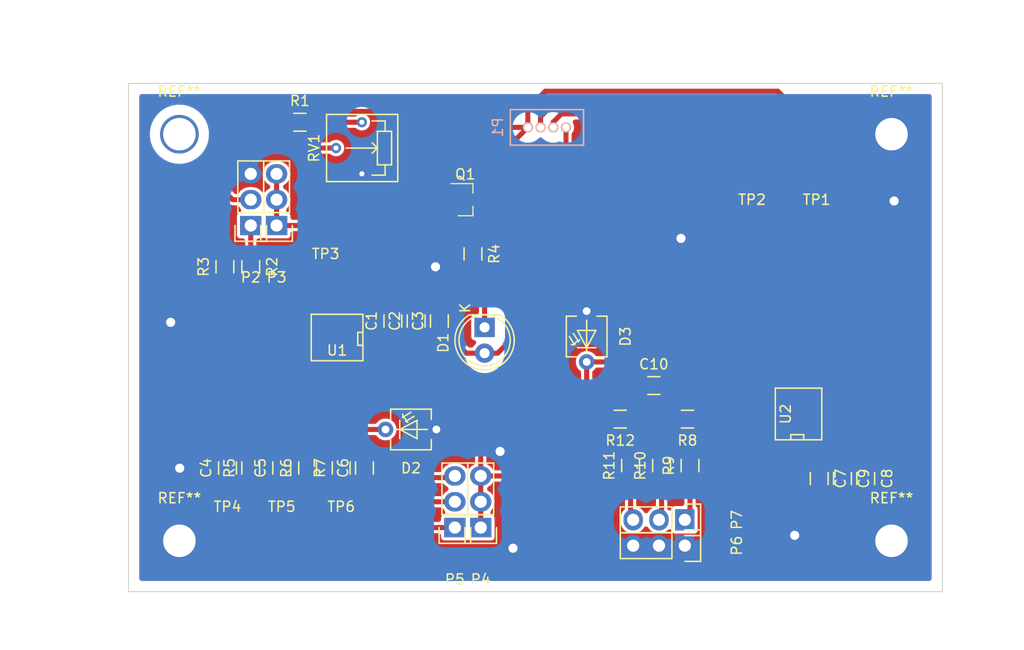
<source format=kicad_pcb>
(kicad_pcb (version 4) (host pcbnew 4.0.5+dfsg1-4)

  (general
    (links 90)
    (no_connects 0)
    (area 87.150001 71.8 191.85 137.700001)
    (thickness 1.6)
    (drawings 22)
    (tracks 179)
    (zones 0)
    (modules 54)
    (nets 22)
  )

  (page A4)
  (layers
    (0 F.Cu signal)
    (31 B.Cu signal hide)
    (32 B.Adhes user hide)
    (33 F.Adhes user hide)
    (34 B.Paste user hide)
    (35 F.Paste user hide)
    (36 B.SilkS user hide)
    (37 F.SilkS user hide)
    (38 B.Mask user hide)
    (39 F.Mask user hide)
    (40 Dwgs.User user)
    (41 Cmts.User user hide)
    (42 Eco1.User user hide)
    (43 Eco2.User user hide)
    (44 Edge.Cuts user)
    (45 Margin user hide)
    (46 B.CrtYd user hide)
    (47 F.CrtYd user hide)
    (48 B.Fab user hide)
    (49 F.Fab user hide)
  )

  (setup
    (last_trace_width 0.3)
    (user_trace_width 0.2)
    (user_trace_width 0.3)
    (user_trace_width 0.5)
    (user_trace_width 0.6)
    (user_trace_width 0.7)
    (user_trace_width 0.8)
    (user_trace_width 0.9)
    (user_trace_width 1)
    (trace_clearance 0.2)
    (zone_clearance 0.3)
    (zone_45_only no)
    (trace_min 0.2)
    (segment_width 0.2)
    (edge_width 0.1)
    (via_size 0.6)
    (via_drill 0.4)
    (via_min_size 0.4)
    (via_min_drill 0.3)
    (uvia_size 0.3)
    (uvia_drill 0.1)
    (uvias_allowed no)
    (uvia_min_size 0.2)
    (uvia_min_drill 0.1)
    (pcb_text_width 0.3)
    (pcb_text_size 1.5 1.5)
    (mod_edge_width 0.15)
    (mod_text_size 1 1)
    (mod_text_width 0.15)
    (pad_size 3.8 3.8)
    (pad_drill 3.2)
    (pad_to_mask_clearance 0)
    (aux_axis_origin 0 0)
    (visible_elements FFFFFF1F)
    (pcbplotparams
      (layerselection 0x00000_80000001)
      (usegerberextensions false)
      (excludeedgelayer true)
      (linewidth 0.100000)
      (plotframeref false)
      (viasonmask false)
      (mode 1)
      (useauxorigin false)
      (hpglpennumber 1)
      (hpglpenspeed 20)
      (hpglpendiameter 15)
      (hpglpenoverlay 2)
      (psnegative false)
      (psa4output false)
      (plotreference true)
      (plotvalue true)
      (plotinvisibletext false)
      (padsonsilk false)
      (subtractmaskfromsilk false)
      (outputformat 2)
      (mirror false)
      (drillshape 1)
      (scaleselection 1)
      (outputdirectory ""))
  )

  (net 0 "")
  (net 1 +5V)
  (net 2 GND)
  (net 3 "Net-(C4-Pad1)")
  (net 4 "Net-(C4-Pad2)")
  (net 5 "Net-(C5-Pad1)")
  (net 6 "Net-(C6-Pad1)")
  (net 7 "Net-(D1-Pad1)")
  (net 8 Signal)
  (net 9 "Net-(Q1-Pad1)")
  (net 10 "Net-(Q1-Pad2)")
  (net 11 "Net-(R1-Pad2)")
  (net 12 "Net-(R10-Pad2)")
  (net 13 "Net-(C10-Pad1)")
  (net 14 /lowCurrent/BPW34FA_OUT)
  (net 15 "Net-(P2-Pad1)")
  (net 16 "Net-(P2-Pad2)")
  (net 17 "Net-(P7-Pad1)")
  (net 18 "Net-(P7-Pad2)")
  (net 19 "Net-(P7-Pad3)")
  (net 20 /highCurrent/BPW34_OUT)
  (net 21 "Net-(U2-Pad1)")

  (net_class Default "This is the default net class."
    (clearance 0.2)
    (trace_width 0.25)
    (via_dia 0.6)
    (via_drill 0.4)
    (uvia_dia 0.3)
    (uvia_drill 0.1)
    (add_net +5V)
    (add_net /highCurrent/BPW34_OUT)
    (add_net /lowCurrent/BPW34FA_OUT)
    (add_net GND)
    (add_net "Net-(C10-Pad1)")
    (add_net "Net-(C4-Pad1)")
    (add_net "Net-(C4-Pad2)")
    (add_net "Net-(C5-Pad1)")
    (add_net "Net-(C6-Pad1)")
    (add_net "Net-(D1-Pad1)")
    (add_net "Net-(P2-Pad1)")
    (add_net "Net-(P2-Pad2)")
    (add_net "Net-(P7-Pad1)")
    (add_net "Net-(P7-Pad2)")
    (add_net "Net-(P7-Pad3)")
    (add_net "Net-(Q1-Pad1)")
    (add_net "Net-(Q1-Pad2)")
    (add_net "Net-(R1-Pad2)")
    (add_net "Net-(R10-Pad2)")
    (add_net "Net-(U2-Pad1)")
    (add_net Signal)
  )

  (module Vias:Stitchging-Via-0.8-1.5 (layer F.Cu) (tedit 59416672) (tstamp 594245CB)
    (at 130.175 98.044)
    (fp_text reference REF** (at 0 1.27) (layer F.SilkS) hide
      (effects (font (size 1 1) (thickness 0.15)))
    )
    (fp_text value Stitching-Via-0.8-1.5 (at 0 -1.27) (layer F.Fab)
      (effects (font (size 1 1) (thickness 0.15)))
    )
    (pad "" thru_hole circle (at 0 0) (size 1.5 1.5) (drill 0.9) (layers *.Cu)
      (net 2 GND) (zone_connect 2))
  )

  (module Vias:Stitchging-Via-0.8-1.5 (layer F.Cu) (tedit 59416672) (tstamp 59423B2A)
    (at 165.481 124.46)
    (fp_text reference REF** (at 0 1.27) (layer F.SilkS) hide
      (effects (font (size 1 1) (thickness 0.15)))
    )
    (fp_text value Stitching-Via-0.8-1.5 (at 0 -1.27) (layer F.Fab)
      (effects (font (size 1 1) (thickness 0.15)))
    )
    (pad "" thru_hole circle (at 0 0) (size 1.5 1.5) (drill 0.9) (layers *.Cu)
      (net 2 GND) (zone_connect 2))
  )

  (module Vias:Stitchging-Via-0.8-1.5 (layer F.Cu) (tedit 59416672) (tstamp 5941A20D)
    (at 105.029 117.856)
    (fp_text reference REF** (at 0 1.27) (layer F.SilkS) hide
      (effects (font (size 1 1) (thickness 0.15)))
    )
    (fp_text value Stitching-Via-0.8-1.5 (at 0 -1.27) (layer F.Fab)
      (effects (font (size 1 1) (thickness 0.15)))
    )
    (pad "" thru_hole circle (at 0 0) (size 1.5 1.5) (drill 0.9) (layers *.Cu)
      (net 2 GND) (zone_connect 2))
  )

  (module Vias:Stitchging-Via-0.8-1.5 (layer F.Cu) (tedit 59416672) (tstamp 5941A1CE)
    (at 175.26 91.567)
    (fp_text reference REF** (at 0 1.27) (layer F.SilkS) hide
      (effects (font (size 1 1) (thickness 0.15)))
    )
    (fp_text value Stitching-Via-0.8-1.5 (at 0 -1.27) (layer F.Fab)
      (effects (font (size 1 1) (thickness 0.15)))
    )
    (pad "" thru_hole circle (at 0 0) (size 1.5 1.5) (drill 0.9) (layers *.Cu)
      (net 2 GND) (zone_connect 2))
  )

  (module "Mounting Holes:MountingHole_3.2mm_M3" (layer F.Cu) (tedit 5941A1F2) (tstamp 5941A121)
    (at 105 85)
    (descr "Mounting Hole 3.2mm, no annular, M3")
    (tags "mounting hole 3.2mm no annular m3")
    (fp_text reference REF** (at 0 -4.2) (layer F.SilkS)
      (effects (font (size 1 1) (thickness 0.15)))
    )
    (fp_text value MountingHole_3.2mm_M3 (at 0 4.2) (layer F.Fab)
      (effects (font (size 1 1) (thickness 0.15)))
    )
    (pad "" thru_hole circle (at 0 0) (size 3.8 3.8) (drill 3.2) (layers *.Cu *.Mask))
  )

  (module "Mounting Holes:MountingHole_3.2mm_M3" (layer F.Cu) (tedit 5941A15D) (tstamp 5941A0FD)
    (at 105 125)
    (descr "Mounting Hole 3.2mm, no annular, M3")
    (tags "mounting hole 3.2mm no annular m3")
    (fp_text reference REF** (at 0 -4.2) (layer F.SilkS)
      (effects (font (size 1 1) (thickness 0.15)))
    )
    (fp_text value MountingHole_3.2mm_M3 (at 0 4.2) (layer F.Fab)
      (effects (font (size 1 1) (thickness 0.15)))
    )
    (pad "" thru_hole circle (at 0 0) (size 3.8 3.8) (drill 3.2) (layers *.Cu *.Mask)
      (net 2 GND))
  )

  (module "Mounting Holes:MountingHole_3.2mm_M3" (layer F.Cu) (tedit 5941A1D8) (tstamp 5941A0F2)
    (at 175 85)
    (descr "Mounting Hole 3.2mm, no annular, M3")
    (tags "mounting hole 3.2mm no annular m3")
    (fp_text reference REF** (at 0 -4.2) (layer F.SilkS)
      (effects (font (size 1 1) (thickness 0.15)))
    )
    (fp_text value MountingHole_3.2mm_M3 (at 0 4.2) (layer F.Fab)
      (effects (font (size 1 1) (thickness 0.15)))
    )
    (pad "" thru_hole circle (at 0 0) (size 3.8 3.8) (drill 3.2) (layers *.Cu *.Mask)
      (net 2 GND))
  )

  (module Vias:Stitchging-Via-0.8-1.5 (layer F.Cu) (tedit 59416672) (tstamp 5948E77D)
    (at 104.14 103.505)
    (fp_text reference REF** (at 0 1.27) (layer F.SilkS) hide
      (effects (font (size 1 1) (thickness 0.15)))
    )
    (fp_text value Stitching-Via-0.8-1.5 (at 0 -1.27) (layer F.Fab)
      (effects (font (size 1 1) (thickness 0.15)))
    )
    (pad "" thru_hole circle (at 0 0) (size 1.5 1.5) (drill 0.9) (layers *.Cu)
      (net 2 GND) (zone_connect 2))
  )

  (module Vias:Stitchging-Via-0.8-1.5 (layer F.Cu) (tedit 59416672) (tstamp 5948E774)
    (at 154.305 95.25)
    (fp_text reference REF** (at 0 1.27) (layer F.SilkS) hide
      (effects (font (size 1 1) (thickness 0.15)))
    )
    (fp_text value Stitching-Via-0.8-1.5 (at 0 -1.27) (layer F.Fab)
      (effects (font (size 1 1) (thickness 0.15)))
    )
    (pad "" thru_hole circle (at 0 0) (size 1.5 1.5) (drill 0.9) (layers *.Cu)
      (net 2 GND) (zone_connect 2))
  )

  (module Vias:Stitchging-Via-0.8-1.5 (layer F.Cu) (tedit 59416672) (tstamp 5948E75C)
    (at 137.795 125.73)
    (fp_text reference REF** (at 0 1.27) (layer F.SilkS) hide
      (effects (font (size 1 1) (thickness 0.15)))
    )
    (fp_text value Stitching-Via-0.8-1.5 (at 0 -1.27) (layer F.Fab)
      (effects (font (size 1 1) (thickness 0.15)))
    )
    (pad "" thru_hole circle (at 0 0) (size 1.5 1.5) (drill 0.9) (layers *.Cu)
      (net 2 GND) (zone_connect 2))
  )

  (module Photodiodes:BPW34FA (layer F.Cu) (tedit 58FDDC7C) (tstamp 5945E3E8)
    (at 127.762 114.046)
    (path /59409417/5940A54D)
    (fp_text reference D2 (at 0 3.81) (layer F.SilkS)
      (effects (font (size 1 1) (thickness 0.15)))
    )
    (fp_text value BPW34 (at 0 -3.81) (layer F.Fab)
      (effects (font (size 1 1) (thickness 0.15)))
    )
    (fp_line (start -0.8 -1.2) (end -0.6 -1.1) (layer F.SilkS) (width 0.15))
    (fp_line (start -0.8 -1.2) (end -0.8 -1.5) (layer F.SilkS) (width 0.15))
    (fp_line (start -0.5 -0.8) (end -0.5 -1) (layer F.SilkS) (width 0.15))
    (fp_line (start -0.5 -1) (end -0.5 -0.8) (layer F.SilkS) (width 0.15))
    (fp_line (start -0.5 -0.8) (end -0.3 -0.7) (layer F.SilkS) (width 0.15))
    (fp_line (start -0.5 -0.8) (end 0.3 -1.3) (layer F.SilkS) (width 0.15))
    (fp_line (start -0.8 -1.2) (end 0 -1.7) (layer F.SilkS) (width 0.15))
    (fp_line (start -1.1 -0.9) (end -1.1 0.9) (layer F.SilkS) (width 0.15))
    (fp_line (start -1.1 0) (end 0.6 0.9) (layer F.SilkS) (width 0.15))
    (fp_line (start 0.6 0) (end 0.6 0.9) (layer F.SilkS) (width 0.15))
    (fp_line (start 0.6 -0.9) (end 0.6 0) (layer F.SilkS) (width 0.15))
    (fp_line (start -1.1 0) (end 0.6 -0.9) (layer F.SilkS) (width 0.15))
    (fp_line (start -1.6 0) (end 1.5 0) (layer F.SilkS) (width 0.15))
    (fp_line (start 1.5 0) (end 1.6 0) (layer F.SilkS) (width 0.15))
    (fp_line (start 2 1) (end 2 2) (layer F.SilkS) (width 0.15))
    (fp_line (start 2 -2) (end 2 -1) (layer F.SilkS) (width 0.15))
    (fp_line (start -2 1) (end -2 2) (layer F.SilkS) (width 0.15))
    (fp_line (start -2 -2) (end 2 -2) (layer F.SilkS) (width 0.15))
    (fp_line (start -2 2) (end 2 2) (layer F.SilkS) (width 0.15))
    (fp_line (start -2 -2) (end -2 -1) (layer F.SilkS) (width 0.15))
    (pad 1 thru_hole circle (at -2.5 0) (size 1.524 1.524) (drill 0.762) (layers *.Cu *.Mask)
      (net 4 "Net-(C4-Pad2)"))
    (pad 2 thru_hole circle (at 2.5 0) (size 1.524 1.524) (drill 0.762) (layers *.Cu *.Mask)
      (net 2 GND))
  )

  (module Resistors_SMD:R_0805 (layer F.Cu) (tedit 58307B54) (tstamp 5945E342)
    (at 125.984 103.378 90)
    (descr "Resistor SMD 0805, reflow soldering, Vishay (see dcrcw.pdf)")
    (tags "resistor 0805")
    (path /59409417/594122D8)
    (attr smd)
    (fp_text reference C1 (at 0 -2.1 90) (layer F.SilkS)
      (effects (font (size 1 1) (thickness 0.15)))
    )
    (fp_text value 1u (at 0 2.1 90) (layer F.Fab)
      (effects (font (size 1 1) (thickness 0.15)))
    )
    (fp_line (start -1 0.625) (end -1 -0.625) (layer F.Fab) (width 0.1))
    (fp_line (start 1 0.625) (end -1 0.625) (layer F.Fab) (width 0.1))
    (fp_line (start 1 -0.625) (end 1 0.625) (layer F.Fab) (width 0.1))
    (fp_line (start -1 -0.625) (end 1 -0.625) (layer F.Fab) (width 0.1))
    (fp_line (start -1.6 -1) (end 1.6 -1) (layer F.CrtYd) (width 0.05))
    (fp_line (start -1.6 1) (end 1.6 1) (layer F.CrtYd) (width 0.05))
    (fp_line (start -1.6 -1) (end -1.6 1) (layer F.CrtYd) (width 0.05))
    (fp_line (start 1.6 -1) (end 1.6 1) (layer F.CrtYd) (width 0.05))
    (fp_line (start 0.6 0.875) (end -0.6 0.875) (layer F.SilkS) (width 0.15))
    (fp_line (start -0.6 -0.875) (end 0.6 -0.875) (layer F.SilkS) (width 0.15))
    (pad 1 smd rect (at -0.95 0 90) (size 0.7 1.3) (layers F.Cu F.Paste F.Mask)
      (net 1 +5V))
    (pad 2 smd rect (at 0.95 0 90) (size 0.7 1.3) (layers F.Cu F.Paste F.Mask)
      (net 2 GND))
    (model Resistors_SMD.3dshapes/R_0805.wrl
      (at (xyz 0 0 0))
      (scale (xyz 1 1 1))
      (rotate (xyz 0 0 0))
    )
  )

  (module Resistors_SMD:R_0805 (layer F.Cu) (tedit 58307B54) (tstamp 5945E352)
    (at 128.27 103.378 90)
    (descr "Resistor SMD 0805, reflow soldering, Vishay (see dcrcw.pdf)")
    (tags "resistor 0805")
    (path /59409417/594122E0)
    (attr smd)
    (fp_text reference C2 (at 0 -2.1 90) (layer F.SilkS)
      (effects (font (size 1 1) (thickness 0.15)))
    )
    (fp_text value 100n (at 0 2.1 90) (layer F.Fab)
      (effects (font (size 1 1) (thickness 0.15)))
    )
    (fp_line (start -1 0.625) (end -1 -0.625) (layer F.Fab) (width 0.1))
    (fp_line (start 1 0.625) (end -1 0.625) (layer F.Fab) (width 0.1))
    (fp_line (start 1 -0.625) (end 1 0.625) (layer F.Fab) (width 0.1))
    (fp_line (start -1 -0.625) (end 1 -0.625) (layer F.Fab) (width 0.1))
    (fp_line (start -1.6 -1) (end 1.6 -1) (layer F.CrtYd) (width 0.05))
    (fp_line (start -1.6 1) (end 1.6 1) (layer F.CrtYd) (width 0.05))
    (fp_line (start -1.6 -1) (end -1.6 1) (layer F.CrtYd) (width 0.05))
    (fp_line (start 1.6 -1) (end 1.6 1) (layer F.CrtYd) (width 0.05))
    (fp_line (start 0.6 0.875) (end -0.6 0.875) (layer F.SilkS) (width 0.15))
    (fp_line (start -0.6 -0.875) (end 0.6 -0.875) (layer F.SilkS) (width 0.15))
    (pad 1 smd rect (at -0.95 0 90) (size 0.7 1.3) (layers F.Cu F.Paste F.Mask)
      (net 1 +5V))
    (pad 2 smd rect (at 0.95 0 90) (size 0.7 1.3) (layers F.Cu F.Paste F.Mask)
      (net 2 GND))
    (model Resistors_SMD.3dshapes/R_0805.wrl
      (at (xyz 0 0 0))
      (scale (xyz 1 1 1))
      (rotate (xyz 0 0 0))
    )
  )

  (module Resistors_SMD:R_0805 (layer F.Cu) (tedit 58307B54) (tstamp 5945E362)
    (at 130.556 103.378 90)
    (descr "Resistor SMD 0805, reflow soldering, Vishay (see dcrcw.pdf)")
    (tags "resistor 0805")
    (path /59409417/594122E8)
    (attr smd)
    (fp_text reference C3 (at 0 -2.1 90) (layer F.SilkS)
      (effects (font (size 1 1) (thickness 0.15)))
    )
    (fp_text value 10n (at 0 2.1 90) (layer F.Fab)
      (effects (font (size 1 1) (thickness 0.15)))
    )
    (fp_line (start -1 0.625) (end -1 -0.625) (layer F.Fab) (width 0.1))
    (fp_line (start 1 0.625) (end -1 0.625) (layer F.Fab) (width 0.1))
    (fp_line (start 1 -0.625) (end 1 0.625) (layer F.Fab) (width 0.1))
    (fp_line (start -1 -0.625) (end 1 -0.625) (layer F.Fab) (width 0.1))
    (fp_line (start -1.6 -1) (end 1.6 -1) (layer F.CrtYd) (width 0.05))
    (fp_line (start -1.6 1) (end 1.6 1) (layer F.CrtYd) (width 0.05))
    (fp_line (start -1.6 -1) (end -1.6 1) (layer F.CrtYd) (width 0.05))
    (fp_line (start 1.6 -1) (end 1.6 1) (layer F.CrtYd) (width 0.05))
    (fp_line (start 0.6 0.875) (end -0.6 0.875) (layer F.SilkS) (width 0.15))
    (fp_line (start -0.6 -0.875) (end 0.6 -0.875) (layer F.SilkS) (width 0.15))
    (pad 1 smd rect (at -0.95 0 90) (size 0.7 1.3) (layers F.Cu F.Paste F.Mask)
      (net 1 +5V))
    (pad 2 smd rect (at 0.95 0 90) (size 0.7 1.3) (layers F.Cu F.Paste F.Mask)
      (net 2 GND))
    (model Resistors_SMD.3dshapes/R_0805.wrl
      (at (xyz 0 0 0))
      (scale (xyz 1 1 1))
      (rotate (xyz 0 0 0))
    )
  )

  (module Resistors_SMD:R_0805 (layer F.Cu) (tedit 58307B54) (tstamp 5945E372)
    (at 109.728 117.832 90)
    (descr "Resistor SMD 0805, reflow soldering, Vishay (see dcrcw.pdf)")
    (tags "resistor 0805")
    (path /59409417/5940A529)
    (attr smd)
    (fp_text reference C4 (at 0 -2.1 90) (layer F.SilkS)
      (effects (font (size 1 1) (thickness 0.15)))
    )
    (fp_text value 100p (at 0 2.1 90) (layer F.Fab)
      (effects (font (size 1 1) (thickness 0.15)))
    )
    (fp_line (start -1 0.625) (end -1 -0.625) (layer F.Fab) (width 0.1))
    (fp_line (start 1 0.625) (end -1 0.625) (layer F.Fab) (width 0.1))
    (fp_line (start 1 -0.625) (end 1 0.625) (layer F.Fab) (width 0.1))
    (fp_line (start -1 -0.625) (end 1 -0.625) (layer F.Fab) (width 0.1))
    (fp_line (start -1.6 -1) (end 1.6 -1) (layer F.CrtYd) (width 0.05))
    (fp_line (start -1.6 1) (end 1.6 1) (layer F.CrtYd) (width 0.05))
    (fp_line (start -1.6 -1) (end -1.6 1) (layer F.CrtYd) (width 0.05))
    (fp_line (start 1.6 -1) (end 1.6 1) (layer F.CrtYd) (width 0.05))
    (fp_line (start 0.6 0.875) (end -0.6 0.875) (layer F.SilkS) (width 0.15))
    (fp_line (start -0.6 -0.875) (end 0.6 -0.875) (layer F.SilkS) (width 0.15))
    (pad 1 smd rect (at -0.95 0 90) (size 0.7 1.3) (layers F.Cu F.Paste F.Mask)
      (net 3 "Net-(C4-Pad1)"))
    (pad 2 smd rect (at 0.95 0 90) (size 0.7 1.3) (layers F.Cu F.Paste F.Mask)
      (net 4 "Net-(C4-Pad2)"))
    (model Resistors_SMD.3dshapes/R_0805.wrl
      (at (xyz 0 0 0))
      (scale (xyz 1 1 1))
      (rotate (xyz 0 0 0))
    )
  )

  (module Resistors_SMD:R_0805 (layer F.Cu) (tedit 58307B54) (tstamp 5945E382)
    (at 115.062 117.832 90)
    (descr "Resistor SMD 0805, reflow soldering, Vishay (see dcrcw.pdf)")
    (tags "resistor 0805")
    (path /59409417/5940A51B)
    (attr smd)
    (fp_text reference C5 (at 0 -2.1 90) (layer F.SilkS)
      (effects (font (size 1 1) (thickness 0.15)))
    )
    (fp_text value 10p (at 0 2.1 90) (layer F.Fab)
      (effects (font (size 1 1) (thickness 0.15)))
    )
    (fp_line (start -1 0.625) (end -1 -0.625) (layer F.Fab) (width 0.1))
    (fp_line (start 1 0.625) (end -1 0.625) (layer F.Fab) (width 0.1))
    (fp_line (start 1 -0.625) (end 1 0.625) (layer F.Fab) (width 0.1))
    (fp_line (start -1 -0.625) (end 1 -0.625) (layer F.Fab) (width 0.1))
    (fp_line (start -1.6 -1) (end 1.6 -1) (layer F.CrtYd) (width 0.05))
    (fp_line (start -1.6 1) (end 1.6 1) (layer F.CrtYd) (width 0.05))
    (fp_line (start -1.6 -1) (end -1.6 1) (layer F.CrtYd) (width 0.05))
    (fp_line (start 1.6 -1) (end 1.6 1) (layer F.CrtYd) (width 0.05))
    (fp_line (start 0.6 0.875) (end -0.6 0.875) (layer F.SilkS) (width 0.15))
    (fp_line (start -0.6 -0.875) (end 0.6 -0.875) (layer F.SilkS) (width 0.15))
    (pad 1 smd rect (at -0.95 0 90) (size 0.7 1.3) (layers F.Cu F.Paste F.Mask)
      (net 5 "Net-(C5-Pad1)"))
    (pad 2 smd rect (at 0.95 0 90) (size 0.7 1.3) (layers F.Cu F.Paste F.Mask)
      (net 4 "Net-(C4-Pad2)"))
    (model Resistors_SMD.3dshapes/R_0805.wrl
      (at (xyz 0 0 0))
      (scale (xyz 1 1 1))
      (rotate (xyz 0 0 0))
    )
  )

  (module Resistors_SMD:R_0805 (layer F.Cu) (tedit 58307B54) (tstamp 5945E392)
    (at 123.19 117.832 90)
    (descr "Resistor SMD 0805, reflow soldering, Vishay (see dcrcw.pdf)")
    (tags "resistor 0805")
    (path /59409417/5940A506)
    (attr smd)
    (fp_text reference C6 (at 0 -2.1 90) (layer F.SilkS)
      (effects (font (size 1 1) (thickness 0.15)))
    )
    (fp_text value 1p (at 0 2.1 90) (layer F.Fab)
      (effects (font (size 1 1) (thickness 0.15)))
    )
    (fp_line (start -1 0.625) (end -1 -0.625) (layer F.Fab) (width 0.1))
    (fp_line (start 1 0.625) (end -1 0.625) (layer F.Fab) (width 0.1))
    (fp_line (start 1 -0.625) (end 1 0.625) (layer F.Fab) (width 0.1))
    (fp_line (start -1 -0.625) (end 1 -0.625) (layer F.Fab) (width 0.1))
    (fp_line (start -1.6 -1) (end 1.6 -1) (layer F.CrtYd) (width 0.05))
    (fp_line (start -1.6 1) (end 1.6 1) (layer F.CrtYd) (width 0.05))
    (fp_line (start -1.6 -1) (end -1.6 1) (layer F.CrtYd) (width 0.05))
    (fp_line (start 1.6 -1) (end 1.6 1) (layer F.CrtYd) (width 0.05))
    (fp_line (start 0.6 0.875) (end -0.6 0.875) (layer F.SilkS) (width 0.15))
    (fp_line (start -0.6 -0.875) (end 0.6 -0.875) (layer F.SilkS) (width 0.15))
    (pad 1 smd rect (at -0.95 0 90) (size 0.7 1.3) (layers F.Cu F.Paste F.Mask)
      (net 6 "Net-(C6-Pad1)"))
    (pad 2 smd rect (at 0.95 0 90) (size 0.7 1.3) (layers F.Cu F.Paste F.Mask)
      (net 4 "Net-(C4-Pad2)"))
    (model Resistors_SMD.3dshapes/R_0805.wrl
      (at (xyz 0 0 0))
      (scale (xyz 1 1 1))
      (rotate (xyz 0 0 0))
    )
  )

  (module Resistors_SMD:R_0805 (layer F.Cu) (tedit 58307B54) (tstamp 5945E3A2)
    (at 167.894 118.872 270)
    (descr "Resistor SMD 0805, reflow soldering, Vishay (see dcrcw.pdf)")
    (tags "resistor 0805")
    (path /5940AE3E/5941B3D6)
    (attr smd)
    (fp_text reference C7 (at 0 -2.1 270) (layer F.SilkS)
      (effects (font (size 1 1) (thickness 0.15)))
    )
    (fp_text value 1u (at 0 2.1 270) (layer F.Fab)
      (effects (font (size 1 1) (thickness 0.15)))
    )
    (fp_line (start -1 0.625) (end -1 -0.625) (layer F.Fab) (width 0.1))
    (fp_line (start 1 0.625) (end -1 0.625) (layer F.Fab) (width 0.1))
    (fp_line (start 1 -0.625) (end 1 0.625) (layer F.Fab) (width 0.1))
    (fp_line (start -1 -0.625) (end 1 -0.625) (layer F.Fab) (width 0.1))
    (fp_line (start -1.6 -1) (end 1.6 -1) (layer F.CrtYd) (width 0.05))
    (fp_line (start -1.6 1) (end 1.6 1) (layer F.CrtYd) (width 0.05))
    (fp_line (start -1.6 -1) (end -1.6 1) (layer F.CrtYd) (width 0.05))
    (fp_line (start 1.6 -1) (end 1.6 1) (layer F.CrtYd) (width 0.05))
    (fp_line (start 0.6 0.875) (end -0.6 0.875) (layer F.SilkS) (width 0.15))
    (fp_line (start -0.6 -0.875) (end 0.6 -0.875) (layer F.SilkS) (width 0.15))
    (pad 1 smd rect (at -0.95 0 270) (size 0.7 1.3) (layers F.Cu F.Paste F.Mask)
      (net 1 +5V))
    (pad 2 smd rect (at 0.95 0 270) (size 0.7 1.3) (layers F.Cu F.Paste F.Mask)
      (net 2 GND))
    (model Resistors_SMD.3dshapes/R_0805.wrl
      (at (xyz 0 0 0))
      (scale (xyz 1 1 1))
      (rotate (xyz 0 0 0))
    )
  )

  (module Resistors_SMD:R_0805 (layer F.Cu) (tedit 58307B54) (tstamp 5945E3B2)
    (at 172.466 118.872 270)
    (descr "Resistor SMD 0805, reflow soldering, Vishay (see dcrcw.pdf)")
    (tags "resistor 0805")
    (path /5940AE3E/5941B3DE)
    (attr smd)
    (fp_text reference C8 (at 0 -2.1 270) (layer F.SilkS)
      (effects (font (size 1 1) (thickness 0.15)))
    )
    (fp_text value 100n (at 0 2.1 270) (layer F.Fab)
      (effects (font (size 1 1) (thickness 0.15)))
    )
    (fp_line (start -1 0.625) (end -1 -0.625) (layer F.Fab) (width 0.1))
    (fp_line (start 1 0.625) (end -1 0.625) (layer F.Fab) (width 0.1))
    (fp_line (start 1 -0.625) (end 1 0.625) (layer F.Fab) (width 0.1))
    (fp_line (start -1 -0.625) (end 1 -0.625) (layer F.Fab) (width 0.1))
    (fp_line (start -1.6 -1) (end 1.6 -1) (layer F.CrtYd) (width 0.05))
    (fp_line (start -1.6 1) (end 1.6 1) (layer F.CrtYd) (width 0.05))
    (fp_line (start -1.6 -1) (end -1.6 1) (layer F.CrtYd) (width 0.05))
    (fp_line (start 1.6 -1) (end 1.6 1) (layer F.CrtYd) (width 0.05))
    (fp_line (start 0.6 0.875) (end -0.6 0.875) (layer F.SilkS) (width 0.15))
    (fp_line (start -0.6 -0.875) (end 0.6 -0.875) (layer F.SilkS) (width 0.15))
    (pad 1 smd rect (at -0.95 0 270) (size 0.7 1.3) (layers F.Cu F.Paste F.Mask)
      (net 1 +5V))
    (pad 2 smd rect (at 0.95 0 270) (size 0.7 1.3) (layers F.Cu F.Paste F.Mask)
      (net 2 GND))
    (model Resistors_SMD.3dshapes/R_0805.wrl
      (at (xyz 0 0 0))
      (scale (xyz 1 1 1))
      (rotate (xyz 0 0 0))
    )
  )

  (module Resistors_SMD:R_0805 (layer F.Cu) (tedit 58307B54) (tstamp 5945E3C2)
    (at 170.18 118.872 270)
    (descr "Resistor SMD 0805, reflow soldering, Vishay (see dcrcw.pdf)")
    (tags "resistor 0805")
    (path /5940AE3E/5941B3E6)
    (attr smd)
    (fp_text reference C9 (at 0 -2.1 270) (layer F.SilkS)
      (effects (font (size 1 1) (thickness 0.15)))
    )
    (fp_text value 10n (at 0 2.1 270) (layer F.Fab)
      (effects (font (size 1 1) (thickness 0.15)))
    )
    (fp_line (start -1 0.625) (end -1 -0.625) (layer F.Fab) (width 0.1))
    (fp_line (start 1 0.625) (end -1 0.625) (layer F.Fab) (width 0.1))
    (fp_line (start 1 -0.625) (end 1 0.625) (layer F.Fab) (width 0.1))
    (fp_line (start -1 -0.625) (end 1 -0.625) (layer F.Fab) (width 0.1))
    (fp_line (start -1.6 -1) (end 1.6 -1) (layer F.CrtYd) (width 0.05))
    (fp_line (start -1.6 1) (end 1.6 1) (layer F.CrtYd) (width 0.05))
    (fp_line (start -1.6 -1) (end -1.6 1) (layer F.CrtYd) (width 0.05))
    (fp_line (start 1.6 -1) (end 1.6 1) (layer F.CrtYd) (width 0.05))
    (fp_line (start 0.6 0.875) (end -0.6 0.875) (layer F.SilkS) (width 0.15))
    (fp_line (start -0.6 -0.875) (end 0.6 -0.875) (layer F.SilkS) (width 0.15))
    (pad 1 smd rect (at -0.95 0 270) (size 0.7 1.3) (layers F.Cu F.Paste F.Mask)
      (net 1 +5V))
    (pad 2 smd rect (at 0.95 0 270) (size 0.7 1.3) (layers F.Cu F.Paste F.Mask)
      (net 2 GND))
    (model Resistors_SMD.3dshapes/R_0805.wrl
      (at (xyz 0 0 0))
      (scale (xyz 1 1 1))
      (rotate (xyz 0 0 0))
    )
  )

  (module LEDs:LED-5MM (layer F.Cu) (tedit 5570F7EA) (tstamp 5945E3CE)
    (at 135 104 270)
    (descr "LED 5mm round vertical")
    (tags "LED 5mm round vertical")
    (path /59409417/5940A5C4)
    (fp_text reference D1 (at 1.524 4.064 270) (layer F.SilkS)
      (effects (font (size 1 1) (thickness 0.15)))
    )
    (fp_text value LED (at 1.524 -3.937 270) (layer F.Fab)
      (effects (font (size 1 1) (thickness 0.15)))
    )
    (fp_line (start -1.5 -1.55) (end -1.5 1.55) (layer F.CrtYd) (width 0.05))
    (fp_arc (start 1.3 0) (end -1.5 1.55) (angle -302) (layer F.CrtYd) (width 0.05))
    (fp_arc (start 1.27 0) (end -1.23 -1.5) (angle 297.5) (layer F.SilkS) (width 0.15))
    (fp_line (start -1.23 1.5) (end -1.23 -1.5) (layer F.SilkS) (width 0.15))
    (fp_circle (center 1.27 0) (end 0.97 -2.5) (layer F.SilkS) (width 0.15))
    (fp_text user K (at -1.905 1.905 270) (layer F.SilkS)
      (effects (font (size 1 1) (thickness 0.15)))
    )
    (pad 1 thru_hole rect (at 0 0) (size 2 1.9) (drill 1.00076) (layers *.Cu *.Mask)
      (net 7 "Net-(D1-Pad1)"))
    (pad 2 thru_hole circle (at 2.54 0 270) (size 1.9 1.9) (drill 1.00076) (layers *.Cu *.Mask)
      (net 1 +5V))
    (model LEDs.3dshapes/LED-5MM.wrl
      (at (xyz 0.05 0 0))
      (scale (xyz 1 1 1))
      (rotate (xyz 0 0 90))
    )
  )

  (module Photodiodes:BPW34FA (layer F.Cu) (tedit 58FDDC7C) (tstamp 5945E402)
    (at 145.034 104.902 90)
    (path /5940AE3E/5940C87D)
    (fp_text reference D3 (at 0 3.81 90) (layer F.SilkS)
      (effects (font (size 1 1) (thickness 0.15)))
    )
    (fp_text value BPW34 (at 0 -3.81 90) (layer F.Fab)
      (effects (font (size 1 1) (thickness 0.15)))
    )
    (fp_line (start -0.8 -1.2) (end -0.6 -1.1) (layer F.SilkS) (width 0.15))
    (fp_line (start -0.8 -1.2) (end -0.8 -1.5) (layer F.SilkS) (width 0.15))
    (fp_line (start -0.5 -0.8) (end -0.5 -1) (layer F.SilkS) (width 0.15))
    (fp_line (start -0.5 -1) (end -0.5 -0.8) (layer F.SilkS) (width 0.15))
    (fp_line (start -0.5 -0.8) (end -0.3 -0.7) (layer F.SilkS) (width 0.15))
    (fp_line (start -0.5 -0.8) (end 0.3 -1.3) (layer F.SilkS) (width 0.15))
    (fp_line (start -0.8 -1.2) (end 0 -1.7) (layer F.SilkS) (width 0.15))
    (fp_line (start -1.1 -0.9) (end -1.1 0.9) (layer F.SilkS) (width 0.15))
    (fp_line (start -1.1 0) (end 0.6 0.9) (layer F.SilkS) (width 0.15))
    (fp_line (start 0.6 0) (end 0.6 0.9) (layer F.SilkS) (width 0.15))
    (fp_line (start 0.6 -0.9) (end 0.6 0) (layer F.SilkS) (width 0.15))
    (fp_line (start -1.1 0) (end 0.6 -0.9) (layer F.SilkS) (width 0.15))
    (fp_line (start -1.6 0) (end 1.5 0) (layer F.SilkS) (width 0.15))
    (fp_line (start 1.5 0) (end 1.6 0) (layer F.SilkS) (width 0.15))
    (fp_line (start 2 1) (end 2 2) (layer F.SilkS) (width 0.15))
    (fp_line (start 2 -2) (end 2 -1) (layer F.SilkS) (width 0.15))
    (fp_line (start -2 1) (end -2 2) (layer F.SilkS) (width 0.15))
    (fp_line (start -2 -2) (end 2 -2) (layer F.SilkS) (width 0.15))
    (fp_line (start -2 2) (end 2 2) (layer F.SilkS) (width 0.15))
    (fp_line (start -2 -2) (end -2 -1) (layer F.SilkS) (width 0.15))
    (pad 1 thru_hole circle (at -2.5 0 90) (size 1.524 1.524) (drill 0.762) (layers *.Cu *.Mask)
      (net 13 "Net-(C10-Pad1)"))
    (pad 2 thru_hole circle (at 2.5 0 90) (size 1.524 1.524) (drill 0.762) (layers *.Cu *.Mask)
      (net 2 GND))
  )

  (module "Samtec Connectors:Samtec-PHT-1-3-01-L-S" (layer F.Cu) (tedit 59410BCC) (tstamp 5945E414)
    (at 112.014 93.98 180)
    (descr Samtec-PHT-1-3-01-L-S)
    (tags "pin header")
    (path /59409417/59416658)
    (fp_text reference P2 (at 0 -5.1 180) (layer F.SilkS)
      (effects (font (size 1 1) (thickness 0.15)))
    )
    (fp_text value CONN_01X03 (at 0 -3.1 180) (layer F.Fab)
      (effects (font (size 1 1) (thickness 0.15)))
    )
    (fp_line (start -1.75 -1.75) (end -1.75 6.85) (layer F.CrtYd) (width 0.05))
    (fp_line (start 1.75 -1.75) (end 1.75 6.85) (layer F.CrtYd) (width 0.05))
    (fp_line (start -1.75 -1.75) (end 1.75 -1.75) (layer F.CrtYd) (width 0.05))
    (fp_line (start -1.75 6.85) (end 1.75 6.85) (layer F.CrtYd) (width 0.05))
    (fp_line (start -1.27 1.27) (end -1.27 6.35) (layer F.SilkS) (width 0.15))
    (fp_line (start -1.27 6.35) (end 1.27 6.35) (layer F.SilkS) (width 0.15))
    (fp_line (start 1.27 6.35) (end 1.27 1.27) (layer F.SilkS) (width 0.15))
    (fp_line (start 1.55 -1.55) (end 1.55 0) (layer F.SilkS) (width 0.15))
    (fp_line (start 1.27 1.27) (end -1.27 1.27) (layer F.SilkS) (width 0.15))
    (fp_line (start -1.55 0) (end -1.55 -1.55) (layer F.SilkS) (width 0.15))
    (fp_line (start -1.55 -1.55) (end 1.55 -1.55) (layer F.SilkS) (width 0.15))
    (pad 1 thru_hole rect (at 0 0 180) (size 2.1 1.9) (drill 1.2) (layers *.Cu *.Mask)
      (net 15 "Net-(P2-Pad1)"))
    (pad 2 thru_hole oval (at 0 2.54 180) (size 2.1 1.9) (drill 1.2) (layers *.Cu *.Mask)
      (net 16 "Net-(P2-Pad2)"))
    (pad 3 thru_hole oval (at 0 5.08 180) (size 2.1 1.9) (drill 1.2) (layers *.Cu *.Mask)
      (net 2 GND))
    (model Pin_Headers.3dshapes/Pin_Header_Straight_1x03.wrl
      (at (xyz 0 -0.1 0))
      (scale (xyz 1 1 1))
      (rotate (xyz 0 0 90))
    )
  )

  (module "Samtec Connectors:Samtec-PHT-1-3-01-L-S" (layer F.Cu) (tedit 59410BCC) (tstamp 5945E426)
    (at 114.554 93.98 180)
    (descr Samtec-PHT-1-3-01-L-S)
    (tags "pin header")
    (path /59409417/5941362B)
    (fp_text reference P3 (at 0 -5.1 180) (layer F.SilkS)
      (effects (font (size 1 1) (thickness 0.15)))
    )
    (fp_text value CONN_01X03 (at 0 -3.1 180) (layer F.Fab)
      (effects (font (size 1 1) (thickness 0.15)))
    )
    (fp_line (start -1.75 -1.75) (end -1.75 6.85) (layer F.CrtYd) (width 0.05))
    (fp_line (start 1.75 -1.75) (end 1.75 6.85) (layer F.CrtYd) (width 0.05))
    (fp_line (start -1.75 -1.75) (end 1.75 -1.75) (layer F.CrtYd) (width 0.05))
    (fp_line (start -1.75 6.85) (end 1.75 6.85) (layer F.CrtYd) (width 0.05))
    (fp_line (start -1.27 1.27) (end -1.27 6.35) (layer F.SilkS) (width 0.15))
    (fp_line (start -1.27 6.35) (end 1.27 6.35) (layer F.SilkS) (width 0.15))
    (fp_line (start 1.27 6.35) (end 1.27 1.27) (layer F.SilkS) (width 0.15))
    (fp_line (start 1.55 -1.55) (end 1.55 0) (layer F.SilkS) (width 0.15))
    (fp_line (start 1.27 1.27) (end -1.27 1.27) (layer F.SilkS) (width 0.15))
    (fp_line (start -1.55 0) (end -1.55 -1.55) (layer F.SilkS) (width 0.15))
    (fp_line (start -1.55 -1.55) (end 1.55 -1.55) (layer F.SilkS) (width 0.15))
    (pad 1 thru_hole rect (at 0 0 180) (size 2.1 1.9) (drill 1.2) (layers *.Cu *.Mask)
      (net 8 Signal))
    (pad 2 thru_hole oval (at 0 2.54 180) (size 2.1 1.9) (drill 1.2) (layers *.Cu *.Mask)
      (net 8 Signal))
    (pad 3 thru_hole oval (at 0 5.08 180) (size 2.1 1.9) (drill 1.2) (layers *.Cu *.Mask)
      (net 8 Signal))
    (model Pin_Headers.3dshapes/Pin_Header_Straight_1x03.wrl
      (at (xyz 0 -0.1 0))
      (scale (xyz 1 1 1))
      (rotate (xyz 0 0 90))
    )
  )

  (module "Samtec Connectors:Samtec-PHT-1-3-01-L-S" (layer F.Cu) (tedit 59410BCC) (tstamp 5945E438)
    (at 134.62 123.698 180)
    (descr Samtec-PHT-1-3-01-L-S)
    (tags "pin header")
    (path /59409417/594137A6)
    (fp_text reference P4 (at 0 -5.1 180) (layer F.SilkS)
      (effects (font (size 1 1) (thickness 0.15)))
    )
    (fp_text value CONN_01X03 (at 0 -3.1 180) (layer F.Fab)
      (effects (font (size 1 1) (thickness 0.15)))
    )
    (fp_line (start -1.75 -1.75) (end -1.75 6.85) (layer F.CrtYd) (width 0.05))
    (fp_line (start 1.75 -1.75) (end 1.75 6.85) (layer F.CrtYd) (width 0.05))
    (fp_line (start -1.75 -1.75) (end 1.75 -1.75) (layer F.CrtYd) (width 0.05))
    (fp_line (start -1.75 6.85) (end 1.75 6.85) (layer F.CrtYd) (width 0.05))
    (fp_line (start -1.27 1.27) (end -1.27 6.35) (layer F.SilkS) (width 0.15))
    (fp_line (start -1.27 6.35) (end 1.27 6.35) (layer F.SilkS) (width 0.15))
    (fp_line (start 1.27 6.35) (end 1.27 1.27) (layer F.SilkS) (width 0.15))
    (fp_line (start 1.55 -1.55) (end 1.55 0) (layer F.SilkS) (width 0.15))
    (fp_line (start 1.27 1.27) (end -1.27 1.27) (layer F.SilkS) (width 0.15))
    (fp_line (start -1.55 0) (end -1.55 -1.55) (layer F.SilkS) (width 0.15))
    (fp_line (start -1.55 -1.55) (end 1.55 -1.55) (layer F.SilkS) (width 0.15))
    (pad 1 thru_hole rect (at 0 0 180) (size 2.1 1.9) (drill 1.2) (layers *.Cu *.Mask)
      (net 20 /highCurrent/BPW34_OUT))
    (pad 2 thru_hole oval (at 0 2.54 180) (size 2.1 1.9) (drill 1.2) (layers *.Cu *.Mask)
      (net 20 /highCurrent/BPW34_OUT))
    (pad 3 thru_hole oval (at 0 5.08 180) (size 2.1 1.9) (drill 1.2) (layers *.Cu *.Mask)
      (net 20 /highCurrent/BPW34_OUT))
    (model Pin_Headers.3dshapes/Pin_Header_Straight_1x03.wrl
      (at (xyz 0 -0.1 0))
      (scale (xyz 1 1 1))
      (rotate (xyz 0 0 90))
    )
  )

  (module "Samtec Connectors:Samtec-PHT-1-3-01-L-S" (layer F.Cu) (tedit 59410BCC) (tstamp 5945E44A)
    (at 132.08 123.698 180)
    (descr Samtec-PHT-1-3-01-L-S)
    (tags "pin header")
    (path /59409417/5941342E)
    (fp_text reference P5 (at 0 -5.1 180) (layer F.SilkS)
      (effects (font (size 1 1) (thickness 0.15)))
    )
    (fp_text value CONN_01X03 (at 0 -3.1 180) (layer F.Fab)
      (effects (font (size 1 1) (thickness 0.15)))
    )
    (fp_line (start -1.75 -1.75) (end -1.75 6.85) (layer F.CrtYd) (width 0.05))
    (fp_line (start 1.75 -1.75) (end 1.75 6.85) (layer F.CrtYd) (width 0.05))
    (fp_line (start -1.75 -1.75) (end 1.75 -1.75) (layer F.CrtYd) (width 0.05))
    (fp_line (start -1.75 6.85) (end 1.75 6.85) (layer F.CrtYd) (width 0.05))
    (fp_line (start -1.27 1.27) (end -1.27 6.35) (layer F.SilkS) (width 0.15))
    (fp_line (start -1.27 6.35) (end 1.27 6.35) (layer F.SilkS) (width 0.15))
    (fp_line (start 1.27 6.35) (end 1.27 1.27) (layer F.SilkS) (width 0.15))
    (fp_line (start 1.55 -1.55) (end 1.55 0) (layer F.SilkS) (width 0.15))
    (fp_line (start 1.27 1.27) (end -1.27 1.27) (layer F.SilkS) (width 0.15))
    (fp_line (start -1.55 0) (end -1.55 -1.55) (layer F.SilkS) (width 0.15))
    (fp_line (start -1.55 -1.55) (end 1.55 -1.55) (layer F.SilkS) (width 0.15))
    (pad 1 thru_hole rect (at 0 0 180) (size 2.1 1.9) (drill 1.2) (layers *.Cu *.Mask)
      (net 3 "Net-(C4-Pad1)"))
    (pad 2 thru_hole oval (at 0 2.54 180) (size 2.1 1.9) (drill 1.2) (layers *.Cu *.Mask)
      (net 5 "Net-(C5-Pad1)"))
    (pad 3 thru_hole oval (at 0 5.08 180) (size 2.1 1.9) (drill 1.2) (layers *.Cu *.Mask)
      (net 6 "Net-(C6-Pad1)"))
    (model Pin_Headers.3dshapes/Pin_Header_Straight_1x03.wrl
      (at (xyz 0 -0.1 0))
      (scale (xyz 1 1 1))
      (rotate (xyz 0 0 90))
    )
  )

  (module "Samtec Connectors:Samtec-PHT-1-3-01-L-S" (layer F.Cu) (tedit 59410BCC) (tstamp 5945E480)
    (at 154.686 125.476 270)
    (descr Samtec-PHT-1-3-01-L-S)
    (tags "pin header")
    (path /5940AE3E/5940F760)
    (fp_text reference P6 (at 0 -5.1 270) (layer F.SilkS)
      (effects (font (size 1 1) (thickness 0.15)))
    )
    (fp_text value CONN_01X03 (at 0 -3.1 270) (layer F.Fab)
      (effects (font (size 1 1) (thickness 0.15)))
    )
    (fp_line (start -1.75 -1.75) (end -1.75 6.85) (layer F.CrtYd) (width 0.05))
    (fp_line (start 1.75 -1.75) (end 1.75 6.85) (layer F.CrtYd) (width 0.05))
    (fp_line (start -1.75 -1.75) (end 1.75 -1.75) (layer F.CrtYd) (width 0.05))
    (fp_line (start -1.75 6.85) (end 1.75 6.85) (layer F.CrtYd) (width 0.05))
    (fp_line (start -1.27 1.27) (end -1.27 6.35) (layer F.SilkS) (width 0.15))
    (fp_line (start -1.27 6.35) (end 1.27 6.35) (layer F.SilkS) (width 0.15))
    (fp_line (start 1.27 6.35) (end 1.27 1.27) (layer F.SilkS) (width 0.15))
    (fp_line (start 1.55 -1.55) (end 1.55 0) (layer F.SilkS) (width 0.15))
    (fp_line (start 1.27 1.27) (end -1.27 1.27) (layer F.SilkS) (width 0.15))
    (fp_line (start -1.55 0) (end -1.55 -1.55) (layer F.SilkS) (width 0.15))
    (fp_line (start -1.55 -1.55) (end 1.55 -1.55) (layer F.SilkS) (width 0.15))
    (pad 1 thru_hole rect (at 0 0 270) (size 2.1 1.9) (drill 1.2) (layers *.Cu *.Mask)
      (net 2 GND))
    (pad 2 thru_hole oval (at 0 2.54 270) (size 2.1 1.9) (drill 1.2) (layers *.Cu *.Mask)
      (net 2 GND))
    (pad 3 thru_hole oval (at 0 5.08 270) (size 2.1 1.9) (drill 1.2) (layers *.Cu *.Mask)
      (net 2 GND))
    (model Pin_Headers.3dshapes/Pin_Header_Straight_1x03.wrl
      (at (xyz 0 -0.1 0))
      (scale (xyz 1 1 1))
      (rotate (xyz 0 0 90))
    )
  )

  (module "Samtec Connectors:Samtec-PHT-1-3-01-L-S" (layer F.Cu) (tedit 59410BCC) (tstamp 5945E492)
    (at 154.686 122.936 270)
    (descr Samtec-PHT-1-3-01-L-S)
    (tags "pin header")
    (path /5940AE3E/5940F5BC)
    (fp_text reference P7 (at 0 -5.1 270) (layer F.SilkS)
      (effects (font (size 1 1) (thickness 0.15)))
    )
    (fp_text value CONN_01X03 (at 0 -3.1 270) (layer F.Fab)
      (effects (font (size 1 1) (thickness 0.15)))
    )
    (fp_line (start -1.75 -1.75) (end -1.75 6.85) (layer F.CrtYd) (width 0.05))
    (fp_line (start 1.75 -1.75) (end 1.75 6.85) (layer F.CrtYd) (width 0.05))
    (fp_line (start -1.75 -1.75) (end 1.75 -1.75) (layer F.CrtYd) (width 0.05))
    (fp_line (start -1.75 6.85) (end 1.75 6.85) (layer F.CrtYd) (width 0.05))
    (fp_line (start -1.27 1.27) (end -1.27 6.35) (layer F.SilkS) (width 0.15))
    (fp_line (start -1.27 6.35) (end 1.27 6.35) (layer F.SilkS) (width 0.15))
    (fp_line (start 1.27 6.35) (end 1.27 1.27) (layer F.SilkS) (width 0.15))
    (fp_line (start 1.55 -1.55) (end 1.55 0) (layer F.SilkS) (width 0.15))
    (fp_line (start 1.27 1.27) (end -1.27 1.27) (layer F.SilkS) (width 0.15))
    (fp_line (start -1.55 0) (end -1.55 -1.55) (layer F.SilkS) (width 0.15))
    (fp_line (start -1.55 -1.55) (end 1.55 -1.55) (layer F.SilkS) (width 0.15))
    (pad 1 thru_hole rect (at 0 0 270) (size 2.1 1.9) (drill 1.2) (layers *.Cu *.Mask)
      (net 17 "Net-(P7-Pad1)"))
    (pad 2 thru_hole oval (at 0 2.54 270) (size 2.1 1.9) (drill 1.2) (layers *.Cu *.Mask)
      (net 18 "Net-(P7-Pad2)"))
    (pad 3 thru_hole oval (at 0 5.08 270) (size 2.1 1.9) (drill 1.2) (layers *.Cu *.Mask)
      (net 19 "Net-(P7-Pad3)"))
    (model Pin_Headers.3dshapes/Pin_Header_Straight_1x03.wrl
      (at (xyz 0 -0.1 0))
      (scale (xyz 1 1 1))
      (rotate (xyz 0 0 90))
    )
  )

  (module TO_SOT_Packages_SMD:SOT-23 (layer F.Cu) (tedit 583F39EB) (tstamp 5945E4A5)
    (at 133.096 91.44)
    (descr "SOT-23, Standard")
    (tags SOT-23)
    (path /59409417/5940A5EB)
    (attr smd)
    (fp_text reference Q1 (at 0 -2.5) (layer F.SilkS)
      (effects (font (size 1 1) (thickness 0.15)))
    )
    (fp_text value MMBT3904 (at 0 2.5) (layer F.Fab)
      (effects (font (size 1 1) (thickness 0.15)))
    )
    (fp_line (start 0.76 1.58) (end 0.76 0.65) (layer F.SilkS) (width 0.12))
    (fp_line (start 0.76 -1.58) (end 0.76 -0.65) (layer F.SilkS) (width 0.12))
    (fp_line (start 0.7 -1.52) (end 0.7 1.52) (layer F.Fab) (width 0.15))
    (fp_line (start -0.7 1.52) (end 0.7 1.52) (layer F.Fab) (width 0.15))
    (fp_line (start -1.7 -1.75) (end 1.7 -1.75) (layer F.CrtYd) (width 0.05))
    (fp_line (start 1.7 -1.75) (end 1.7 1.75) (layer F.CrtYd) (width 0.05))
    (fp_line (start 1.7 1.75) (end -1.7 1.75) (layer F.CrtYd) (width 0.05))
    (fp_line (start -1.7 1.75) (end -1.7 -1.75) (layer F.CrtYd) (width 0.05))
    (fp_line (start 0.76 -1.58) (end -1.4 -1.58) (layer F.SilkS) (width 0.12))
    (fp_line (start -0.7 -1.52) (end 0.7 -1.52) (layer F.Fab) (width 0.15))
    (fp_line (start -0.7 -1.52) (end -0.7 1.52) (layer F.Fab) (width 0.15))
    (fp_line (start 0.76 1.58) (end -0.7 1.58) (layer F.SilkS) (width 0.12))
    (pad 1 smd rect (at -1 -0.95) (size 0.9 0.8) (layers F.Cu F.Paste F.Mask)
      (net 9 "Net-(Q1-Pad1)"))
    (pad 2 smd rect (at -1 0.95) (size 0.9 0.8) (layers F.Cu F.Paste F.Mask)
      (net 10 "Net-(Q1-Pad2)"))
    (pad 3 smd rect (at 1 0) (size 0.9 0.8) (layers F.Cu F.Paste F.Mask)
      (net 7 "Net-(D1-Pad1)"))
    (model TO_SOT_Packages_SMD.3dshapes/SOT-23.wrl
      (at (xyz 0 0 0))
      (scale (xyz 1 1 1))
      (rotate (xyz 0 0 90))
    )
  )

  (module Resistors_SMD:R_0805 (layer F.Cu) (tedit 58307B54) (tstamp 5945E4B5)
    (at 116.84 83.82)
    (descr "Resistor SMD 0805, reflow soldering, Vishay (see dcrcw.pdf)")
    (tags "resistor 0805")
    (path /59409417/59417DE3)
    (attr smd)
    (fp_text reference R1 (at 0 -2.1) (layer F.SilkS)
      (effects (font (size 1 1) (thickness 0.15)))
    )
    (fp_text value 100k (at 0 2.1) (layer F.Fab)
      (effects (font (size 1 1) (thickness 0.15)))
    )
    (fp_line (start -1 0.625) (end -1 -0.625) (layer F.Fab) (width 0.1))
    (fp_line (start 1 0.625) (end -1 0.625) (layer F.Fab) (width 0.1))
    (fp_line (start 1 -0.625) (end 1 0.625) (layer F.Fab) (width 0.1))
    (fp_line (start -1 -0.625) (end 1 -0.625) (layer F.Fab) (width 0.1))
    (fp_line (start -1.6 -1) (end 1.6 -1) (layer F.CrtYd) (width 0.05))
    (fp_line (start -1.6 1) (end 1.6 1) (layer F.CrtYd) (width 0.05))
    (fp_line (start -1.6 -1) (end -1.6 1) (layer F.CrtYd) (width 0.05))
    (fp_line (start 1.6 -1) (end 1.6 1) (layer F.CrtYd) (width 0.05))
    (fp_line (start 0.6 0.875) (end -0.6 0.875) (layer F.SilkS) (width 0.15))
    (fp_line (start -0.6 -0.875) (end 0.6 -0.875) (layer F.SilkS) (width 0.15))
    (pad 1 smd rect (at -0.95 0) (size 0.7 1.3) (layers F.Cu F.Paste F.Mask)
      (net 1 +5V))
    (pad 2 smd rect (at 0.95 0) (size 0.7 1.3) (layers F.Cu F.Paste F.Mask)
      (net 11 "Net-(R1-Pad2)"))
    (model Resistors_SMD.3dshapes/R_0805.wrl
      (at (xyz 0 0 0))
      (scale (xyz 1 1 1))
      (rotate (xyz 0 0 0))
    )
  )

  (module Resistors_SMD:R_0805 (layer F.Cu) (tedit 58307B54) (tstamp 5945E4C5)
    (at 112.014 98.044 270)
    (descr "Resistor SMD 0805, reflow soldering, Vishay (see dcrcw.pdf)")
    (tags "resistor 0805")
    (path /59409417/59417DEB)
    (attr smd)
    (fp_text reference R2 (at 0 -2.1 270) (layer F.SilkS)
      (effects (font (size 1 1) (thickness 0.15)))
    )
    (fp_text value 10k (at 0 2.1 270) (layer F.Fab)
      (effects (font (size 1 1) (thickness 0.15)))
    )
    (fp_line (start -1 0.625) (end -1 -0.625) (layer F.Fab) (width 0.1))
    (fp_line (start 1 0.625) (end -1 0.625) (layer F.Fab) (width 0.1))
    (fp_line (start 1 -0.625) (end 1 0.625) (layer F.Fab) (width 0.1))
    (fp_line (start -1 -0.625) (end 1 -0.625) (layer F.Fab) (width 0.1))
    (fp_line (start -1.6 -1) (end 1.6 -1) (layer F.CrtYd) (width 0.05))
    (fp_line (start -1.6 1) (end 1.6 1) (layer F.CrtYd) (width 0.05))
    (fp_line (start -1.6 -1) (end -1.6 1) (layer F.CrtYd) (width 0.05))
    (fp_line (start 1.6 -1) (end 1.6 1) (layer F.CrtYd) (width 0.05))
    (fp_line (start 0.6 0.875) (end -0.6 0.875) (layer F.SilkS) (width 0.15))
    (fp_line (start -0.6 -0.875) (end 0.6 -0.875) (layer F.SilkS) (width 0.15))
    (pad 1 smd rect (at -0.95 0 270) (size 0.7 1.3) (layers F.Cu F.Paste F.Mask)
      (net 15 "Net-(P2-Pad1)"))
    (pad 2 smd rect (at 0.95 0 270) (size 0.7 1.3) (layers F.Cu F.Paste F.Mask)
      (net 2 GND))
    (model Resistors_SMD.3dshapes/R_0805.wrl
      (at (xyz 0 0 0))
      (scale (xyz 1 1 1))
      (rotate (xyz 0 0 0))
    )
  )

  (module Resistors_SMD:R_0805 (layer F.Cu) (tedit 58307B54) (tstamp 5945E4D5)
    (at 109.474 98.044 90)
    (descr "Resistor SMD 0805, reflow soldering, Vishay (see dcrcw.pdf)")
    (tags "resistor 0805")
    (path /59409417/594182DF)
    (attr smd)
    (fp_text reference R3 (at 0 -2.1 90) (layer F.SilkS)
      (effects (font (size 1 1) (thickness 0.15)))
    )
    (fp_text value 100k (at 0 2.1 90) (layer F.Fab)
      (effects (font (size 1 1) (thickness 0.15)))
    )
    (fp_line (start -1 0.625) (end -1 -0.625) (layer F.Fab) (width 0.1))
    (fp_line (start 1 0.625) (end -1 0.625) (layer F.Fab) (width 0.1))
    (fp_line (start 1 -0.625) (end 1 0.625) (layer F.Fab) (width 0.1))
    (fp_line (start -1 -0.625) (end 1 -0.625) (layer F.Fab) (width 0.1))
    (fp_line (start -1.6 -1) (end 1.6 -1) (layer F.CrtYd) (width 0.05))
    (fp_line (start -1.6 1) (end 1.6 1) (layer F.CrtYd) (width 0.05))
    (fp_line (start -1.6 -1) (end -1.6 1) (layer F.CrtYd) (width 0.05))
    (fp_line (start 1.6 -1) (end 1.6 1) (layer F.CrtYd) (width 0.05))
    (fp_line (start 0.6 0.875) (end -0.6 0.875) (layer F.SilkS) (width 0.15))
    (fp_line (start -0.6 -0.875) (end 0.6 -0.875) (layer F.SilkS) (width 0.15))
    (pad 1 smd rect (at -0.95 0 90) (size 0.7 1.3) (layers F.Cu F.Paste F.Mask)
      (net 1 +5V))
    (pad 2 smd rect (at 0.95 0 90) (size 0.7 1.3) (layers F.Cu F.Paste F.Mask)
      (net 15 "Net-(P2-Pad1)"))
    (model Resistors_SMD.3dshapes/R_0805.wrl
      (at (xyz 0 0 0))
      (scale (xyz 1 1 1))
      (rotate (xyz 0 0 0))
    )
  )

  (module Resistors_SMD:R_0805 (layer F.Cu) (tedit 58307B54) (tstamp 5945E4E5)
    (at 133.858 96.774 270)
    (descr "Resistor SMD 0805, reflow soldering, Vishay (see dcrcw.pdf)")
    (tags "resistor 0805")
    (path /59409417/5940A5D3)
    (attr smd)
    (fp_text reference R4 (at 0 -2.1 270) (layer F.SilkS)
      (effects (font (size 1 1) (thickness 0.15)))
    )
    (fp_text value 100R (at 0 2.1 270) (layer F.Fab)
      (effects (font (size 1 1) (thickness 0.15)))
    )
    (fp_line (start -1 0.625) (end -1 -0.625) (layer F.Fab) (width 0.1))
    (fp_line (start 1 0.625) (end -1 0.625) (layer F.Fab) (width 0.1))
    (fp_line (start 1 -0.625) (end 1 0.625) (layer F.Fab) (width 0.1))
    (fp_line (start -1 -0.625) (end 1 -0.625) (layer F.Fab) (width 0.1))
    (fp_line (start -1.6 -1) (end 1.6 -1) (layer F.CrtYd) (width 0.05))
    (fp_line (start -1.6 1) (end 1.6 1) (layer F.CrtYd) (width 0.05))
    (fp_line (start -1.6 -1) (end -1.6 1) (layer F.CrtYd) (width 0.05))
    (fp_line (start 1.6 -1) (end 1.6 1) (layer F.CrtYd) (width 0.05))
    (fp_line (start 0.6 0.875) (end -0.6 0.875) (layer F.SilkS) (width 0.15))
    (fp_line (start -0.6 -0.875) (end 0.6 -0.875) (layer F.SilkS) (width 0.15))
    (pad 1 smd rect (at -0.95 0 270) (size 0.7 1.3) (layers F.Cu F.Paste F.Mask)
      (net 10 "Net-(Q1-Pad2)"))
    (pad 2 smd rect (at 0.95 0 270) (size 0.7 1.3) (layers F.Cu F.Paste F.Mask)
      (net 2 GND))
    (model Resistors_SMD.3dshapes/R_0805.wrl
      (at (xyz 0 0 0))
      (scale (xyz 1 1 1))
      (rotate (xyz 0 0 0))
    )
  )

  (module Resistors_SMD:R_0805 (layer F.Cu) (tedit 58307B54) (tstamp 5945E4F5)
    (at 112.014 117.832 90)
    (descr "Resistor SMD 0805, reflow soldering, Vishay (see dcrcw.pdf)")
    (tags "resistor 0805")
    (path /59409417/5940A522)
    (attr smd)
    (fp_text reference R5 (at 0 -2.1 90) (layer F.SilkS)
      (effects (font (size 1 1) (thickness 0.15)))
    )
    (fp_text value 1M (at 0 2.1 90) (layer F.Fab)
      (effects (font (size 1 1) (thickness 0.15)))
    )
    (fp_line (start -1 0.625) (end -1 -0.625) (layer F.Fab) (width 0.1))
    (fp_line (start 1 0.625) (end -1 0.625) (layer F.Fab) (width 0.1))
    (fp_line (start 1 -0.625) (end 1 0.625) (layer F.Fab) (width 0.1))
    (fp_line (start -1 -0.625) (end 1 -0.625) (layer F.Fab) (width 0.1))
    (fp_line (start -1.6 -1) (end 1.6 -1) (layer F.CrtYd) (width 0.05))
    (fp_line (start -1.6 1) (end 1.6 1) (layer F.CrtYd) (width 0.05))
    (fp_line (start -1.6 -1) (end -1.6 1) (layer F.CrtYd) (width 0.05))
    (fp_line (start 1.6 -1) (end 1.6 1) (layer F.CrtYd) (width 0.05))
    (fp_line (start 0.6 0.875) (end -0.6 0.875) (layer F.SilkS) (width 0.15))
    (fp_line (start -0.6 -0.875) (end 0.6 -0.875) (layer F.SilkS) (width 0.15))
    (pad 1 smd rect (at -0.95 0 90) (size 0.7 1.3) (layers F.Cu F.Paste F.Mask)
      (net 3 "Net-(C4-Pad1)"))
    (pad 2 smd rect (at 0.95 0 90) (size 0.7 1.3) (layers F.Cu F.Paste F.Mask)
      (net 4 "Net-(C4-Pad2)"))
    (model Resistors_SMD.3dshapes/R_0805.wrl
      (at (xyz 0 0 0))
      (scale (xyz 1 1 1))
      (rotate (xyz 0 0 0))
    )
  )

  (module Resistors_SMD:R_0805 (layer F.Cu) (tedit 58307B54) (tstamp 5945E505)
    (at 117.602 117.832 90)
    (descr "Resistor SMD 0805, reflow soldering, Vishay (see dcrcw.pdf)")
    (tags "resistor 0805")
    (path /59409417/5940A514)
    (attr smd)
    (fp_text reference R6 (at 0 -2.1 90) (layer F.SilkS)
      (effects (font (size 1 1) (thickness 0.15)))
    )
    (fp_text value 10M (at 0 2.1 90) (layer F.Fab)
      (effects (font (size 1 1) (thickness 0.15)))
    )
    (fp_line (start -1 0.625) (end -1 -0.625) (layer F.Fab) (width 0.1))
    (fp_line (start 1 0.625) (end -1 0.625) (layer F.Fab) (width 0.1))
    (fp_line (start 1 -0.625) (end 1 0.625) (layer F.Fab) (width 0.1))
    (fp_line (start -1 -0.625) (end 1 -0.625) (layer F.Fab) (width 0.1))
    (fp_line (start -1.6 -1) (end 1.6 -1) (layer F.CrtYd) (width 0.05))
    (fp_line (start -1.6 1) (end 1.6 1) (layer F.CrtYd) (width 0.05))
    (fp_line (start -1.6 -1) (end -1.6 1) (layer F.CrtYd) (width 0.05))
    (fp_line (start 1.6 -1) (end 1.6 1) (layer F.CrtYd) (width 0.05))
    (fp_line (start 0.6 0.875) (end -0.6 0.875) (layer F.SilkS) (width 0.15))
    (fp_line (start -0.6 -0.875) (end 0.6 -0.875) (layer F.SilkS) (width 0.15))
    (pad 1 smd rect (at -0.95 0 90) (size 0.7 1.3) (layers F.Cu F.Paste F.Mask)
      (net 5 "Net-(C5-Pad1)"))
    (pad 2 smd rect (at 0.95 0 90) (size 0.7 1.3) (layers F.Cu F.Paste F.Mask)
      (net 4 "Net-(C4-Pad2)"))
    (model Resistors_SMD.3dshapes/R_0805.wrl
      (at (xyz 0 0 0))
      (scale (xyz 1 1 1))
      (rotate (xyz 0 0 0))
    )
  )

  (module Resistors_SMD:R_0805 (layer F.Cu) (tedit 58307B54) (tstamp 5945E515)
    (at 120.904 117.832 90)
    (descr "Resistor SMD 0805, reflow soldering, Vishay (see dcrcw.pdf)")
    (tags "resistor 0805")
    (path /59409417/5940A4FF)
    (attr smd)
    (fp_text reference R7 (at 0 -2.1 90) (layer F.SilkS)
      (effects (font (size 1 1) (thickness 0.15)))
    )
    (fp_text value 100M (at 0 2.1 90) (layer F.Fab)
      (effects (font (size 1 1) (thickness 0.15)))
    )
    (fp_line (start -1 0.625) (end -1 -0.625) (layer F.Fab) (width 0.1))
    (fp_line (start 1 0.625) (end -1 0.625) (layer F.Fab) (width 0.1))
    (fp_line (start 1 -0.625) (end 1 0.625) (layer F.Fab) (width 0.1))
    (fp_line (start -1 -0.625) (end 1 -0.625) (layer F.Fab) (width 0.1))
    (fp_line (start -1.6 -1) (end 1.6 -1) (layer F.CrtYd) (width 0.05))
    (fp_line (start -1.6 1) (end 1.6 1) (layer F.CrtYd) (width 0.05))
    (fp_line (start -1.6 -1) (end -1.6 1) (layer F.CrtYd) (width 0.05))
    (fp_line (start 1.6 -1) (end 1.6 1) (layer F.CrtYd) (width 0.05))
    (fp_line (start 0.6 0.875) (end -0.6 0.875) (layer F.SilkS) (width 0.15))
    (fp_line (start -0.6 -0.875) (end 0.6 -0.875) (layer F.SilkS) (width 0.15))
    (pad 1 smd rect (at -0.95 0 90) (size 0.7 1.3) (layers F.Cu F.Paste F.Mask)
      (net 6 "Net-(C6-Pad1)"))
    (pad 2 smd rect (at 0.95 0 90) (size 0.7 1.3) (layers F.Cu F.Paste F.Mask)
      (net 4 "Net-(C4-Pad2)"))
    (model Resistors_SMD.3dshapes/R_0805.wrl
      (at (xyz 0 0 0))
      (scale (xyz 1 1 1))
      (rotate (xyz 0 0 0))
    )
  )

  (module Resistors_SMD:R_0805 (layer F.Cu) (tedit 58307B54) (tstamp 5945E525)
    (at 154.94 113.03 180)
    (descr "Resistor SMD 0805, reflow soldering, Vishay (see dcrcw.pdf)")
    (tags "resistor 0805")
    (path /5940AE3E/5940D158)
    (attr smd)
    (fp_text reference R8 (at 0 -2.1 180) (layer F.SilkS)
      (effects (font (size 1 1) (thickness 0.15)))
    )
    (fp_text value 100k (at 0 2.1 180) (layer F.Fab)
      (effects (font (size 1 1) (thickness 0.15)))
    )
    (fp_line (start -1 0.625) (end -1 -0.625) (layer F.Fab) (width 0.1))
    (fp_line (start 1 0.625) (end -1 0.625) (layer F.Fab) (width 0.1))
    (fp_line (start 1 -0.625) (end 1 0.625) (layer F.Fab) (width 0.1))
    (fp_line (start -1 -0.625) (end 1 -0.625) (layer F.Fab) (width 0.1))
    (fp_line (start -1.6 -1) (end 1.6 -1) (layer F.CrtYd) (width 0.05))
    (fp_line (start -1.6 1) (end 1.6 1) (layer F.CrtYd) (width 0.05))
    (fp_line (start -1.6 -1) (end -1.6 1) (layer F.CrtYd) (width 0.05))
    (fp_line (start 1.6 -1) (end 1.6 1) (layer F.CrtYd) (width 0.05))
    (fp_line (start 0.6 0.875) (end -0.6 0.875) (layer F.SilkS) (width 0.15))
    (fp_line (start -0.6 -0.875) (end 0.6 -0.875) (layer F.SilkS) (width 0.15))
    (pad 1 smd rect (at -0.95 0 180) (size 0.7 1.3) (layers F.Cu F.Paste F.Mask)
      (net 14 /lowCurrent/BPW34FA_OUT))
    (pad 2 smd rect (at 0.95 0 180) (size 0.7 1.3) (layers F.Cu F.Paste F.Mask)
      (net 12 "Net-(R10-Pad2)"))
    (model Resistors_SMD.3dshapes/R_0805.wrl
      (at (xyz 0 0 0))
      (scale (xyz 1 1 1))
      (rotate (xyz 0 0 0))
    )
  )

  (module Resistors_SMD:R_0805 (layer F.Cu) (tedit 58307B54) (tstamp 5945E535)
    (at 155.194 117.602 90)
    (descr "Resistor SMD 0805, reflow soldering, Vishay (see dcrcw.pdf)")
    (tags "resistor 0805")
    (path /5940AE3E/5940FA2A)
    (attr smd)
    (fp_text reference R9 (at 0 -2.1 90) (layer F.SilkS)
      (effects (font (size 1 1) (thickness 0.15)))
    )
    (fp_text value 10k (at 0 2.1 90) (layer F.Fab)
      (effects (font (size 1 1) (thickness 0.15)))
    )
    (fp_line (start -1 0.625) (end -1 -0.625) (layer F.Fab) (width 0.1))
    (fp_line (start 1 0.625) (end -1 0.625) (layer F.Fab) (width 0.1))
    (fp_line (start 1 -0.625) (end 1 0.625) (layer F.Fab) (width 0.1))
    (fp_line (start -1 -0.625) (end 1 -0.625) (layer F.Fab) (width 0.1))
    (fp_line (start -1.6 -1) (end 1.6 -1) (layer F.CrtYd) (width 0.05))
    (fp_line (start -1.6 1) (end 1.6 1) (layer F.CrtYd) (width 0.05))
    (fp_line (start -1.6 -1) (end -1.6 1) (layer F.CrtYd) (width 0.05))
    (fp_line (start 1.6 -1) (end 1.6 1) (layer F.CrtYd) (width 0.05))
    (fp_line (start 0.6 0.875) (end -0.6 0.875) (layer F.SilkS) (width 0.15))
    (fp_line (start -0.6 -0.875) (end 0.6 -0.875) (layer F.SilkS) (width 0.15))
    (pad 1 smd rect (at -0.95 0 90) (size 0.7 1.3) (layers F.Cu F.Paste F.Mask)
      (net 17 "Net-(P7-Pad1)"))
    (pad 2 smd rect (at 0.95 0 90) (size 0.7 1.3) (layers F.Cu F.Paste F.Mask)
      (net 12 "Net-(R10-Pad2)"))
    (model Resistors_SMD.3dshapes/R_0805.wrl
      (at (xyz 0 0 0))
      (scale (xyz 1 1 1))
      (rotate (xyz 0 0 0))
    )
  )

  (module Resistors_SMD:R_0805 (layer F.Cu) (tedit 58307B54) (tstamp 5945E545)
    (at 152.4 117.602 90)
    (descr "Resistor SMD 0805, reflow soldering, Vishay (see dcrcw.pdf)")
    (tags "resistor 0805")
    (path /5940AE3E/5940F9FA)
    (attr smd)
    (fp_text reference R10 (at 0 -2.1 90) (layer F.SilkS)
      (effects (font (size 1 1) (thickness 0.15)))
    )
    (fp_text value 1K (at 0 2.1 90) (layer F.Fab)
      (effects (font (size 1 1) (thickness 0.15)))
    )
    (fp_line (start -1 0.625) (end -1 -0.625) (layer F.Fab) (width 0.1))
    (fp_line (start 1 0.625) (end -1 0.625) (layer F.Fab) (width 0.1))
    (fp_line (start 1 -0.625) (end 1 0.625) (layer F.Fab) (width 0.1))
    (fp_line (start -1 -0.625) (end 1 -0.625) (layer F.Fab) (width 0.1))
    (fp_line (start -1.6 -1) (end 1.6 -1) (layer F.CrtYd) (width 0.05))
    (fp_line (start -1.6 1) (end 1.6 1) (layer F.CrtYd) (width 0.05))
    (fp_line (start -1.6 -1) (end -1.6 1) (layer F.CrtYd) (width 0.05))
    (fp_line (start 1.6 -1) (end 1.6 1) (layer F.CrtYd) (width 0.05))
    (fp_line (start 0.6 0.875) (end -0.6 0.875) (layer F.SilkS) (width 0.15))
    (fp_line (start -0.6 -0.875) (end 0.6 -0.875) (layer F.SilkS) (width 0.15))
    (pad 1 smd rect (at -0.95 0 90) (size 0.7 1.3) (layers F.Cu F.Paste F.Mask)
      (net 18 "Net-(P7-Pad2)"))
    (pad 2 smd rect (at 0.95 0 90) (size 0.7 1.3) (layers F.Cu F.Paste F.Mask)
      (net 12 "Net-(R10-Pad2)"))
    (model Resistors_SMD.3dshapes/R_0805.wrl
      (at (xyz 0 0 0))
      (scale (xyz 1 1 1))
      (rotate (xyz 0 0 0))
    )
  )

  (module Resistors_SMD:R_0805 (layer F.Cu) (tedit 58307B54) (tstamp 5945E555)
    (at 149.352 117.602 90)
    (descr "Resistor SMD 0805, reflow soldering, Vishay (see dcrcw.pdf)")
    (tags "resistor 0805")
    (path /5940AE3E/5940FA82)
    (attr smd)
    (fp_text reference R11 (at 0 -2.1 90) (layer F.SilkS)
      (effects (font (size 1 1) (thickness 0.15)))
    )
    (fp_text value 0.1k (at 0 2.1 90) (layer F.Fab)
      (effects (font (size 1 1) (thickness 0.15)))
    )
    (fp_line (start -1 0.625) (end -1 -0.625) (layer F.Fab) (width 0.1))
    (fp_line (start 1 0.625) (end -1 0.625) (layer F.Fab) (width 0.1))
    (fp_line (start 1 -0.625) (end 1 0.625) (layer F.Fab) (width 0.1))
    (fp_line (start -1 -0.625) (end 1 -0.625) (layer F.Fab) (width 0.1))
    (fp_line (start -1.6 -1) (end 1.6 -1) (layer F.CrtYd) (width 0.05))
    (fp_line (start -1.6 1) (end 1.6 1) (layer F.CrtYd) (width 0.05))
    (fp_line (start -1.6 -1) (end -1.6 1) (layer F.CrtYd) (width 0.05))
    (fp_line (start 1.6 -1) (end 1.6 1) (layer F.CrtYd) (width 0.05))
    (fp_line (start 0.6 0.875) (end -0.6 0.875) (layer F.SilkS) (width 0.15))
    (fp_line (start -0.6 -0.875) (end 0.6 -0.875) (layer F.SilkS) (width 0.15))
    (pad 1 smd rect (at -0.95 0 90) (size 0.7 1.3) (layers F.Cu F.Paste F.Mask)
      (net 19 "Net-(P7-Pad3)"))
    (pad 2 smd rect (at 0.95 0 90) (size 0.7 1.3) (layers F.Cu F.Paste F.Mask)
      (net 12 "Net-(R10-Pad2)"))
    (model Resistors_SMD.3dshapes/R_0805.wrl
      (at (xyz 0 0 0))
      (scale (xyz 1 1 1))
      (rotate (xyz 0 0 0))
    )
  )

  (module Resistors_SMD:R_0805 (layer F.Cu) (tedit 58307B54) (tstamp 5945E565)
    (at 148.336 113.03 180)
    (descr "Resistor SMD 0805, reflow soldering, Vishay (see dcrcw.pdf)")
    (tags "resistor 0805")
    (path /5940AE3E/5940CEAF)
    (attr smd)
    (fp_text reference R12 (at 0 -2.1 180) (layer F.SilkS)
      (effects (font (size 1 1) (thickness 0.15)))
    )
    (fp_text value 10M (at 0 2.1 180) (layer F.Fab)
      (effects (font (size 1 1) (thickness 0.15)))
    )
    (fp_line (start -1 0.625) (end -1 -0.625) (layer F.Fab) (width 0.1))
    (fp_line (start 1 0.625) (end -1 0.625) (layer F.Fab) (width 0.1))
    (fp_line (start 1 -0.625) (end 1 0.625) (layer F.Fab) (width 0.1))
    (fp_line (start -1 -0.625) (end 1 -0.625) (layer F.Fab) (width 0.1))
    (fp_line (start -1.6 -1) (end 1.6 -1) (layer F.CrtYd) (width 0.05))
    (fp_line (start -1.6 1) (end 1.6 1) (layer F.CrtYd) (width 0.05))
    (fp_line (start -1.6 -1) (end -1.6 1) (layer F.CrtYd) (width 0.05))
    (fp_line (start 1.6 -1) (end 1.6 1) (layer F.CrtYd) (width 0.05))
    (fp_line (start 0.6 0.875) (end -0.6 0.875) (layer F.SilkS) (width 0.15))
    (fp_line (start -0.6 -0.875) (end 0.6 -0.875) (layer F.SilkS) (width 0.15))
    (pad 1 smd rect (at -0.95 0 180) (size 0.7 1.3) (layers F.Cu F.Paste F.Mask)
      (net 12 "Net-(R10-Pad2)"))
    (pad 2 smd rect (at 0.95 0 180) (size 0.7 1.3) (layers F.Cu F.Paste F.Mask)
      (net 13 "Net-(C10-Pad1)"))
    (model Resistors_SMD.3dshapes/R_0805.wrl
      (at (xyz 0 0 0))
      (scale (xyz 1 1 1))
      (rotate (xyz 0 0 0))
    )
  )

  (module MyPotis:Vishay_T73YE103KT20 (layer F.Cu) (tedit 594113A3) (tstamp 5945E570)
    (at 120.396 86.36 90)
    (descr "Vishay T73YE103KT20")
    (tags "Potentiometer, Wire Pads only, small, RevA, 02 Aug 2010,")
    (path /59409417/5940A5CC)
    (fp_text reference RV1 (at 0 -2.159 90) (layer F.SilkS)
      (effects (font (size 1 1) (thickness 0.15)))
    )
    (fp_text value T73YE103KT20 (at 0 7.747 90) (layer F.Fab)
      (effects (font (size 1 1) (thickness 0.15)))
    )
    (fp_line (start 3.304 -0.93) (end 3.304 6.07) (layer F.SilkS) (width 0.15))
    (fp_line (start -3.3 -0.93) (end -3.3 6.07) (layer F.SilkS) (width 0.15))
    (fp_line (start -3.3 -0.93) (end 3.3 -0.93) (layer F.SilkS) (width 0.15))
    (fp_line (start -3.3 6.07) (end 3.3 6.07) (layer F.SilkS) (width 0.15))
    (fp_line (start -1.651 4.826) (end -2.667 4.826) (layer F.SilkS) (width 0.15))
    (fp_line (start -2.667 3.54) (end -2.667 4.826) (layer F.SilkS) (width 0.15))
    (fp_line (start 1.651 4.826) (end 2.667 4.826) (layer F.SilkS) (width 0.15))
    (fp_line (start 2.667 3.54) (end 2.667 4.826) (layer F.SilkS) (width 0.15))
    (fp_line (start 0 1) (end 0 4.064) (layer F.SilkS) (width 0.15))
    (fp_line (start 0 4.064) (end -0.508 3.556) (layer F.SilkS) (width 0.15))
    (fp_line (start 0 4.064) (end 0.508 3.556) (layer F.SilkS) (width 0.15))
    (fp_line (start 1.651 4.064) (end 1.651 5.461) (layer F.SilkS) (width 0.15))
    (fp_line (start 1.651 5.461) (end -1.651 5.461) (layer F.SilkS) (width 0.15))
    (fp_line (start -1.651 5.461) (end -1.651 4.064) (layer F.SilkS) (width 0.15))
    (fp_line (start -1.651 4.064) (end 1.651 4.064) (layer F.SilkS) (width 0.15))
    (pad 1 thru_hole circle (at 2.54 2.54 90) (size 1 1) (drill 0.5) (layers *.Cu *.Mask)
      (net 11 "Net-(R1-Pad2)"))
    (pad 3 thru_hole circle (at -2.54 2.54 90) (size 1 1) (drill 0.5) (layers *.Cu *.Mask)
      (net 2 GND))
    (pad 2 thru_hole circle (at 0 0 90) (size 1 1) (drill 0.5) (layers *.Cu *.Mask)
      (net 16 "Net-(P2-Pad2)"))
  )

  (module Testpoints:TP_SMD_quadr_3mm (layer F.Cu) (tedit 58FF0D14) (tstamp 5945E575)
    (at 167.64 88.9)
    (path /58FEC254)
    (fp_text reference TP1 (at 0 2.54) (layer F.SilkS)
      (effects (font (size 1 1) (thickness 0.15)))
    )
    (fp_text value TEST (at 0 -2.54) (layer F.Fab)
      (effects (font (size 1 1) (thickness 0.15)))
    )
    (pad 1 smd rect (at 0 0) (size 3 3) (layers F.Cu F.Paste F.Mask)
      (net 1 +5V))
  )

  (module Testpoints:TP_SMD_quadr_3mm (layer F.Cu) (tedit 58FF0D14) (tstamp 5945E57A)
    (at 161.29 88.9)
    (path /58FF116B)
    (fp_text reference TP2 (at 0 2.54) (layer F.SilkS)
      (effects (font (size 1 1) (thickness 0.15)))
    )
    (fp_text value TEST (at 0 -2.54) (layer F.Fab)
      (effects (font (size 1 1) (thickness 0.15)))
    )
    (pad 1 smd rect (at 0 0) (size 3 3) (layers F.Cu F.Paste F.Mask)
      (net 2 GND))
  )

  (module Testpoints:TP_SMD_quadr_3mm (layer F.Cu) (tedit 58FF0D14) (tstamp 5945E57F)
    (at 119.38 94.234)
    (path /59409417/594174AB)
    (fp_text reference TP3 (at 0 2.54) (layer F.SilkS)
      (effects (font (size 1 1) (thickness 0.15)))
    )
    (fp_text value TEST (at 0 -2.54) (layer F.Fab)
      (effects (font (size 1 1) (thickness 0.15)))
    )
    (pad 1 smd rect (at 0 0) (size 3 3) (layers F.Cu F.Paste F.Mask)
      (net 8 Signal))
  )

  (module SMD_Packages:SOIC-8-N (layer F.Cu) (tedit 0) (tstamp 5945E597)
    (at 120.5 105 180)
    (descr "Module Narrow CMS SOJ 8 pins large")
    (tags "CMS SOJ")
    (path /59409417/5940A4EA)
    (attr smd)
    (fp_text reference U1 (at 0 -1.27 180) (layer F.SilkS)
      (effects (font (size 1 1) (thickness 0.15)))
    )
    (fp_text value AD8616 (at 0 1.27 180) (layer F.Fab)
      (effects (font (size 1 1) (thickness 0.15)))
    )
    (fp_line (start -2.54 -2.286) (end 2.54 -2.286) (layer F.SilkS) (width 0.15))
    (fp_line (start 2.54 -2.286) (end 2.54 2.286) (layer F.SilkS) (width 0.15))
    (fp_line (start 2.54 2.286) (end -2.54 2.286) (layer F.SilkS) (width 0.15))
    (fp_line (start -2.54 2.286) (end -2.54 -2.286) (layer F.SilkS) (width 0.15))
    (fp_line (start -2.54 -0.762) (end -2.032 -0.762) (layer F.SilkS) (width 0.15))
    (fp_line (start -2.032 -0.762) (end -2.032 0.508) (layer F.SilkS) (width 0.15))
    (fp_line (start -2.032 0.508) (end -2.54 0.508) (layer F.SilkS) (width 0.15))
    (pad 8 smd rect (at -1.905 -3.175 180) (size 0.508 1.143) (layers F.Cu F.Paste F.Mask)
      (net 1 +5V))
    (pad 7 smd rect (at -0.635 -3.175 180) (size 0.508 1.143) (layers F.Cu F.Paste F.Mask)
      (net 20 /highCurrent/BPW34_OUT))
    (pad 6 smd rect (at 0.635 -3.175 180) (size 0.508 1.143) (layers F.Cu F.Paste F.Mask)
      (net 4 "Net-(C4-Pad2)"))
    (pad 5 smd rect (at 1.905 -3.175 180) (size 0.508 1.143) (layers F.Cu F.Paste F.Mask)
      (net 2 GND))
    (pad 4 smd rect (at 1.905 3.175 180) (size 0.508 1.143) (layers F.Cu F.Paste F.Mask)
      (net 2 GND))
    (pad 3 smd rect (at 0.635 3.175 180) (size 0.508 1.143) (layers F.Cu F.Paste F.Mask)
      (net 8 Signal))
    (pad 2 smd rect (at -0.635 3.175 180) (size 0.508 1.143) (layers F.Cu F.Paste F.Mask)
      (net 10 "Net-(Q1-Pad2)"))
    (pad 1 smd rect (at -1.905 3.175 180) (size 0.508 1.143) (layers F.Cu F.Paste F.Mask)
      (net 9 "Net-(Q1-Pad1)"))
    (model SMD_Packages.3dshapes/SOIC-8-N.wrl
      (at (xyz 0 0 0))
      (scale (xyz 0.5 0.38 0.5))
      (rotate (xyz 0 0 0))
    )
  )

  (module SMD_Packages:SOIC-8-N (layer F.Cu) (tedit 0) (tstamp 5945E5AA)
    (at 165.862 112.522 90)
    (descr "Module Narrow CMS SOJ 8 pins large")
    (tags "CMS SOJ")
    (path /5940AE3E/5940C81A)
    (attr smd)
    (fp_text reference U2 (at 0 -1.27 90) (layer F.SilkS)
      (effects (font (size 1 1) (thickness 0.15)))
    )
    (fp_text value AD8616 (at 0 1.27 90) (layer F.Fab)
      (effects (font (size 1 1) (thickness 0.15)))
    )
    (fp_line (start -2.54 -2.286) (end 2.54 -2.286) (layer F.SilkS) (width 0.15))
    (fp_line (start 2.54 -2.286) (end 2.54 2.286) (layer F.SilkS) (width 0.15))
    (fp_line (start 2.54 2.286) (end -2.54 2.286) (layer F.SilkS) (width 0.15))
    (fp_line (start -2.54 2.286) (end -2.54 -2.286) (layer F.SilkS) (width 0.15))
    (fp_line (start -2.54 -0.762) (end -2.032 -0.762) (layer F.SilkS) (width 0.15))
    (fp_line (start -2.032 -0.762) (end -2.032 0.508) (layer F.SilkS) (width 0.15))
    (fp_line (start -2.032 0.508) (end -2.54 0.508) (layer F.SilkS) (width 0.15))
    (pad 8 smd rect (at -1.905 -3.175 90) (size 0.508 1.143) (layers F.Cu F.Paste F.Mask)
      (net 1 +5V))
    (pad 7 smd rect (at -0.635 -3.175 90) (size 0.508 1.143) (layers F.Cu F.Paste F.Mask)
      (net 14 /lowCurrent/BPW34FA_OUT))
    (pad 6 smd rect (at 0.635 -3.175 90) (size 0.508 1.143) (layers F.Cu F.Paste F.Mask)
      (net 13 "Net-(C10-Pad1)"))
    (pad 5 smd rect (at 1.905 -3.175 90) (size 0.508 1.143) (layers F.Cu F.Paste F.Mask)
      (net 2 GND))
    (pad 4 smd rect (at 1.905 3.175 90) (size 0.508 1.143) (layers F.Cu F.Paste F.Mask)
      (net 2 GND))
    (pad 3 smd rect (at 0.635 3.175 90) (size 0.508 1.143) (layers F.Cu F.Paste F.Mask)
      (net 14 /lowCurrent/BPW34FA_OUT))
    (pad 2 smd rect (at -0.635 3.175 90) (size 0.508 1.143) (layers F.Cu F.Paste F.Mask)
      (net 21 "Net-(U2-Pad1)"))
    (pad 1 smd rect (at -1.905 3.175 90) (size 0.508 1.143) (layers F.Cu F.Paste F.Mask)
      (net 21 "Net-(U2-Pad1)"))
    (model SMD_Packages.3dshapes/SOIC-8-N.wrl
      (at (xyz 0 0 0))
      (scale (xyz 0.5 0.38 0.5))
      (rotate (xyz 0 0 0))
    )
  )

  (module Resistors_SMD:R_0805 (layer F.Cu) (tedit 58307B54) (tstamp 5945EE1C)
    (at 151.638 109.728)
    (descr "Resistor SMD 0805, reflow soldering, Vishay (see dcrcw.pdf)")
    (tags "resistor 0805")
    (path /5940AE3E/59421E44)
    (attr smd)
    (fp_text reference C10 (at 0 -2.1) (layer F.SilkS)
      (effects (font (size 1 1) (thickness 0.15)))
    )
    (fp_text value 1p (at 0 2.1) (layer F.Fab)
      (effects (font (size 1 1) (thickness 0.15)))
    )
    (fp_line (start -1 0.625) (end -1 -0.625) (layer F.Fab) (width 0.1))
    (fp_line (start 1 0.625) (end -1 0.625) (layer F.Fab) (width 0.1))
    (fp_line (start 1 -0.625) (end 1 0.625) (layer F.Fab) (width 0.1))
    (fp_line (start -1 -0.625) (end 1 -0.625) (layer F.Fab) (width 0.1))
    (fp_line (start -1.6 -1) (end 1.6 -1) (layer F.CrtYd) (width 0.05))
    (fp_line (start -1.6 1) (end 1.6 1) (layer F.CrtYd) (width 0.05))
    (fp_line (start -1.6 -1) (end -1.6 1) (layer F.CrtYd) (width 0.05))
    (fp_line (start 1.6 -1) (end 1.6 1) (layer F.CrtYd) (width 0.05))
    (fp_line (start 0.6 0.875) (end -0.6 0.875) (layer F.SilkS) (width 0.15))
    (fp_line (start -0.6 -0.875) (end 0.6 -0.875) (layer F.SilkS) (width 0.15))
    (pad 1 smd rect (at -0.95 0) (size 0.7 1.3) (layers F.Cu F.Paste F.Mask)
      (net 13 "Net-(C10-Pad1)"))
    (pad 2 smd rect (at 0.95 0) (size 0.7 1.3) (layers F.Cu F.Paste F.Mask)
      (net 14 /lowCurrent/BPW34FA_OUT))
    (model Resistors_SMD.3dshapes/R_0805.wrl
      (at (xyz 0 0 0))
      (scale (xyz 1 1 1))
      (rotate (xyz 0 0 0))
    )
  )

  (module Testpoints:TP_SMD_quadr_1mm (layer F.Cu) (tedit 59412ED1) (tstamp 5945F10E)
    (at 109.728 120.372)
    (path /59409417/5940A55A)
    (fp_text reference TP4 (at 0 1.27) (layer F.SilkS)
      (effects (font (size 1 1) (thickness 0.15)))
    )
    (fp_text value TEST (at 0 -1.27) (layer F.Fab)
      (effects (font (size 1 1) (thickness 0.15)))
    )
    (pad 1 smd rect (at 0 0) (size 1 1) (layers F.Cu F.Paste F.Mask)
      (net 3 "Net-(C4-Pad1)"))
  )

  (module Testpoints:TP_SMD_quadr_1mm (layer F.Cu) (tedit 59412ED1) (tstamp 5945F112)
    (at 115.062 120.372)
    (path /59409417/59420B4B)
    (fp_text reference TP5 (at 0 1.27) (layer F.SilkS)
      (effects (font (size 1 1) (thickness 0.15)))
    )
    (fp_text value TEST (at 0 -1.27) (layer F.Fab)
      (effects (font (size 1 1) (thickness 0.15)))
    )
    (pad 1 smd rect (at 0 0) (size 1 1) (layers F.Cu F.Paste F.Mask)
      (net 5 "Net-(C5-Pad1)"))
  )

  (module Testpoints:TP_SMD_quadr_1mm (layer F.Cu) (tedit 59412ED1) (tstamp 5945F116)
    (at 120.904 120.372)
    (path /59409417/59420C55)
    (fp_text reference TP6 (at 0 1.27) (layer F.SilkS)
      (effects (font (size 1 1) (thickness 0.15)))
    )
    (fp_text value TEST (at 0 -1.27) (layer F.Fab)
      (effects (font (size 1 1) (thickness 0.15)))
    )
    (pad 1 smd rect (at 0 0) (size 1 1) (layers F.Cu F.Paste F.Mask)
      (net 6 "Net-(C6-Pad1)"))
  )

  (module ConnectorsChina:LED_CONN_1.25_PITCH (layer B.Cu) (tedit 59415C5D) (tstamp 5945FDE2)
    (at 143.002 84.328 90)
    (path /59424F6E)
    (fp_text reference P1 (at 0 -6.7 270) (layer B.SilkS)
      (effects (font (size 1 1) (thickness 0.15)) (justify mirror))
    )
    (fp_text value CONN_01X04 (at 0 2.6 90) (layer B.Fab)
      (effects (font (size 1 1) (thickness 0.15)) (justify mirror))
    )
    (fp_line (start 1.75 1.725) (end 1.75 -5.475) (layer B.SilkS) (width 0.15))
    (fp_line (start -1.75 1.725) (end -1.75 -5.475) (layer B.SilkS) (width 0.15))
    (fp_line (start -1.75 -5.475) (end 1.75 -5.475) (layer B.SilkS) (width 0.15))
    (fp_line (start -1.75 1.725) (end 1.75 1.725) (layer B.SilkS) (width 0.15))
    (pad 4 thru_hole circle (at 0 -3.75 90) (size 1 1) (drill 0.7) (layers *.Cu *.Mask B.SilkS)
      (net 1 +5V))
    (pad 3 thru_hole circle (at 0 -2.5 90) (size 1 1) (drill 0.7) (layers *.Cu *.Mask B.SilkS)
      (net 2 GND))
    (pad 1 thru_hole circle (at 0 0 90) (size 1 1) (drill 0.7) (layers *.Cu *.Mask B.SilkS)
      (net 20 /highCurrent/BPW34_OUT))
    (pad 2 thru_hole circle (at 0 -1.25 90) (size 1 1) (drill 0.7) (layers *.Cu *.Mask B.SilkS)
      (net 14 /lowCurrent/BPW34FA_OUT))
  )

  (module Vias:Stitchging-Via-0.8-1.5 (layer F.Cu) (tedit 59416672) (tstamp 5948E669)
    (at 136.525 116.205)
    (fp_text reference REF** (at 0 1.27) (layer F.SilkS) hide
      (effects (font (size 1 1) (thickness 0.15)))
    )
    (fp_text value Stitching-Via-0.8-1.5 (at 0 -1.27) (layer F.Fab)
      (effects (font (size 1 1) (thickness 0.15)))
    )
    (pad "" thru_hole circle (at 0 0) (size 1.5 1.5) (drill 0.9) (layers *.Cu)
      (net 2 GND) (zone_connect 2))
  )

  (module "Mounting Holes:MountingHole_3.2mm_M3" (layer F.Cu) (tedit 5941A157) (tstamp 5941A0C3)
    (at 175 125)
    (descr "Mounting Hole 3.2mm, no annular, M3")
    (tags "mounting hole 3.2mm no annular m3")
    (fp_text reference REF** (at 0 -4.2) (layer F.SilkS)
      (effects (font (size 1 1) (thickness 0.15)))
    )
    (fp_text value MountingHole_3.2mm_M3 (at 0 4.2) (layer F.Fab)
      (effects (font (size 1 1) (thickness 0.15)))
    )
    (pad "" thru_hole circle (at 0 0) (size 3.8 3.8) (drill 3.2) (layers *.Cu *.Mask)
      (net 2 GND))
  )

  (gr_text "< 1" (at 124.714 100.33) (layer F.Cu)
    (effects (font (size 0.8 0.8) (thickness 0.1)) (justify left))
  )
  (gr_text "< 1" (at 171.958 114.554) (layer F.Cu)
    (effects (font (size 0.8 0.8) (thickness 0.1)) (justify left))
  )
  (gr_text FIXED (at 102.87 93.98) (layer F.Cu)
    (effects (font (size 0.8 0.8) (thickness 0.1)) (justify left))
  )
  (gr_text POTI (at 102.87 91.44) (layer F.Cu)
    (effects (font (size 0.8 0.8) (thickness 0.1)) (justify left))
  )
  (gr_text OFF (at 102.87 88.9) (layer F.Cu)
    (effects (font (size 0.8 0.8) (thickness 0.1)) (justify left))
  )
  (gr_text GND (at 156.845 88.9) (layer F.Cu)
    (effects (font (size 0.8 0.8) (thickness 0.1)) (justify left))
  )
  (gr_text 0.1k (at 147.955 127.635) (layer F.Cu)
    (effects (font (size 0.8 0.8) (thickness 0.1)) (justify left))
  )
  (gr_text 1k (at 151.765 127.635) (layer F.Cu)
    (effects (font (size 0.8 0.8) (thickness 0.1)) (justify left))
  )
  (gr_text 10k (at 154.305 127.635) (layer F.Cu)
    (effects (font (size 0.8 0.8) (thickness 0.1)) (justify left))
  )
  (gr_text 1M (at 139.065 123.825) (layer F.Cu)
    (effects (font (size 0.8 0.8) (thickness 0.1)) (justify left))
  )
  (gr_text 10M (at 139.065 121.285) (layer F.Cu)
    (effects (font (size 0.8 0.8) (thickness 0.1)) (justify left))
  )
  (gr_text 100M (at 139.065 118.745) (layer F.Cu)
    (effects (font (size 0.8 0.8) (thickness 0.1)) (justify left))
  )
  (gr_text "Uwe Zimmermann\nMaximilian Stiefel\n2017" (at 102.87 110.49) (layer F.Cu)
    (effects (font (size 1 1) (thickness 0.2)) (justify left))
  )
  (gr_text +5V (at 169.545 88.9) (layer F.Cu)
    (effects (font (size 0.8 0.8) (thickness 0.1)) (justify left))
  )
  (dimension 25 (width 0.3) (layer Dwgs.User)
    (gr_text "25,000 mm" (at 185.35 92.5 270) (layer Dwgs.User)
      (effects (font (size 1.5 1.5) (thickness 0.3)))
    )
    (feature1 (pts (xy 100 105) (xy 186.7 105)))
    (feature2 (pts (xy 100 80) (xy 186.7 80)))
    (crossbar (pts (xy 184 80) (xy 184 105)))
    (arrow1a (pts (xy 184 105) (xy 183.413579 103.873496)))
    (arrow1b (pts (xy 184 105) (xy 184.586421 103.873496)))
    (arrow2a (pts (xy 184 80) (xy 183.413579 81.126504)))
    (arrow2b (pts (xy 184 80) (xy 184.586421 81.126504)))
  )
  (dimension 40 (width 0.3) (layer Dwgs.User)
    (gr_text "40,000 mm" (at 119 73) (layer Dwgs.User)
      (effects (font (size 1.5 1.5) (thickness 0.3)))
    )
    (feature1 (pts (xy 140 80) (xy 140 75)))
    (feature2 (pts (xy 100 80) (xy 100 75)))
    (crossbar (pts (xy 100 75) (xy 140 75)))
    (arrow1a (pts (xy 140 75) (xy 138.873496 75.586421)))
    (arrow1b (pts (xy 140 75) (xy 138.873496 74.413579)))
    (arrow2a (pts (xy 100 75) (xy 101.126504 75.586421)))
    (arrow2b (pts (xy 100 75) (xy 101.126504 74.413579)))
  )
  (dimension 50 (width 0.3) (layer Dwgs.User)
    (gr_text "50,000 mm" (at 93.65 105 270) (layer Dwgs.User)
      (effects (font (size 1.5 1.5) (thickness 0.3)))
    )
    (feature1 (pts (xy 100 130) (xy 92.3 130)))
    (feature2 (pts (xy 100 80) (xy 92.3 80)))
    (crossbar (pts (xy 95 80) (xy 95 130)))
    (arrow1a (pts (xy 95 130) (xy 94.413579 128.873496)))
    (arrow1b (pts (xy 95 130) (xy 95.586421 128.873496)))
    (arrow2a (pts (xy 95 80) (xy 94.413579 81.126504)))
    (arrow2b (pts (xy 95 80) (xy 95.586421 81.126504)))
  )
  (dimension 80 (width 0.3) (layer Dwgs.User)
    (gr_text "80,000 mm" (at 140 136.35) (layer Dwgs.User)
      (effects (font (size 1.5 1.5) (thickness 0.3)))
    )
    (feature1 (pts (xy 180 130) (xy 180 137.7)))
    (feature2 (pts (xy 100 130) (xy 100 137.7)))
    (crossbar (pts (xy 100 135) (xy 180 135)))
    (arrow1a (pts (xy 180 135) (xy 178.873496 135.586421)))
    (arrow1b (pts (xy 180 135) (xy 178.873496 134.413579)))
    (arrow2a (pts (xy 100 135) (xy 101.126504 135.586421)))
    (arrow2b (pts (xy 100 135) (xy 101.126504 134.413579)))
  )
  (gr_line (start 180 80) (end 180 130) (angle 90) (layer Edge.Cuts) (width 0.1) (tstamp 5945D985))
  (gr_line (start 100 80) (end 100 130) (angle 90) (layer Edge.Cuts) (width 0.1) (tstamp 5945D979))
  (gr_line (start 100 130) (end 180 130) (angle 90) (layer Edge.Cuts) (width 0.1) (tstamp 5945D970))
  (gr_line (start 100 80) (end 180 80) (angle 90) (layer Edge.Cuts) (width 0.1))

  (segment (start 170.18 117.922) (end 167.894 117.922) (width 0.5) (layer F.Cu) (net 1))
  (segment (start 172.466 117.922) (end 170.18 117.922) (width 0.5) (layer F.Cu) (net 1))
  (segment (start 125.984 104.328) (end 124.78 104.328) (width 0.5) (layer F.Cu) (net 1))
  (segment (start 122.405 106.703) (end 122.405 108.175) (width 0.5) (layer F.Cu) (net 1) (tstamp 5941A912))
  (segment (start 124.78 104.328) (end 122.405 106.703) (width 0.5) (layer F.Cu) (net 1) (tstamp 5941A90F))
  (segment (start 135 106.54) (end 133.21 106.54) (width 0.5) (layer F.Cu) (net 1))
  (segment (start 133.21 106.54) (end 130.998 104.328) (width 0.5) (layer F.Cu) (net 1) (tstamp 5941A909))
  (segment (start 130.998 104.328) (end 130.556 104.328) (width 0.5) (layer F.Cu) (net 1) (tstamp 5941A90C))
  (segment (start 130.556 104.328) (end 128.27 104.328) (width 0.5) (layer F.Cu) (net 1))
  (segment (start 125.984 104.328) (end 128.27 104.328) (width 0.5) (layer F.Cu) (net 1))
  (segment (start 115.89 83.82) (end 110.744 83.82) (width 0.5) (layer F.Cu) (net 1))
  (segment (start 108.138 98.994) (end 109.474 98.994) (width 0.5) (layer F.Cu) (net 1) (tstamp 5941A13B))
  (segment (start 106.68 97.536) (end 108.138 98.994) (width 0.5) (layer F.Cu) (net 1) (tstamp 5941A13A))
  (segment (start 106.68 87.884) (end 106.68 97.536) (width 0.5) (layer F.Cu) (net 1) (tstamp 5941A133))
  (segment (start 110.744 83.82) (end 106.68 87.884) (width 0.5) (layer F.Cu) (net 1) (tstamp 5941A12B))
  (segment (start 135 106.54) (end 136.284 106.54) (width 0.5) (layer F.Cu) (net 1))
  (segment (start 136.284 106.54) (end 137.668 105.156) (width 0.5) (layer F.Cu) (net 1) (tstamp 5948E72F))
  (segment (start 137.668 105.156) (end 137.668 85.912) (width 0.5) (layer F.Cu) (net 1) (tstamp 5948E730))
  (segment (start 167.64 88.9) (end 167.64 92.964) (width 0.5) (layer F.Cu) (net 1))
  (segment (start 173.924 117.922) (end 172.466 117.922) (width 0.5) (layer F.Cu) (net 1) (tstamp 5948E728))
  (segment (start 175.006 116.84) (end 173.924 117.922) (width 0.5) (layer F.Cu) (net 1) (tstamp 5948E727))
  (segment (start 175.006 96.774) (end 175.006 116.84) (width 0.5) (layer F.Cu) (net 1) (tstamp 5948E725))
  (segment (start 172.72 94.488) (end 175.006 96.774) (width 0.5) (layer F.Cu) (net 1) (tstamp 5948E723))
  (segment (start 169.164 94.488) (end 172.72 94.488) (width 0.5) (layer F.Cu) (net 1) (tstamp 5948E722))
  (segment (start 167.64 92.964) (end 169.164 94.488) (width 0.5) (layer F.Cu) (net 1) (tstamp 5948E721))
  (segment (start 167.64 84.582) (end 167.64 88.9) (width 0.5) (layer F.Cu) (net 1) (tstamp 5948E6E4))
  (segment (start 163.83 80.772) (end 167.64 84.582) (width 0.5) (layer F.Cu) (net 1) (tstamp 5948E6E2))
  (segment (start 140.97 80.772) (end 163.83 80.772) (width 0.5) (layer F.Cu) (net 1) (tstamp 5948E6E1))
  (segment (start 115.89 82.738) (end 115.89 83.82) (width 0.5) (layer F.Cu) (net 1) (tstamp 5948E6C4))
  (segment (start 109.408 99.06) (end 109.474 98.994) (width 0.5) (layer F.Cu) (net 1) (tstamp 5948E679))
  (segment (start 167.894 117.922) (end 167.828 117.856) (width 0.5) (layer F.Cu) (net 1) (tstamp 5945FE08))
  (segment (start 167.828 117.856) (end 164.084 117.856) (width 0.5) (layer F.Cu) (net 1) (tstamp 5945FE09))
  (segment (start 164.084 117.856) (end 162.687 116.459) (width 0.5) (layer F.Cu) (net 1) (tstamp 5945FE0A))
  (segment (start 162.687 116.459) (end 162.687 114.427) (width 0.5) (layer F.Cu) (net 1) (tstamp 5945FE0B))
  (segment (start 172.466 117.922) (end 172.532 117.856) (width 0.5) (layer F.Cu) (net 1) (tstamp 5945FDB1))
  (segment (start 137.668 85.912) (end 139.252 84.328) (width 0.5) (layer F.Cu) (net 1) (tstamp 5948E731))
  (segment (start 139.252 84.328) (end 139.252 82.49) (width 0.5) (layer F.Cu) (net 1))
  (segment (start 139.252 82.49) (end 140.97 80.772) (width 0.5) (layer F.Cu) (net 1) (tstamp 5948E6E0))
  (segment (start 139.252 84.328) (end 136.906 84.328) (width 0.5) (layer F.Cu) (net 1))
  (segment (start 136.906 84.328) (end 134.112 81.534) (width 0.5) (layer F.Cu) (net 1) (tstamp 5948E6BF))
  (segment (start 134.112 81.534) (end 117.094 81.534) (width 0.5) (layer F.Cu) (net 1) (tstamp 5948E6C1))
  (segment (start 117.094 81.534) (end 115.89 82.738) (width 0.5) (layer F.Cu) (net 1) (tstamp 5948E6C3))
  (segment (start 162.687 110.617) (end 164.084 110.617) (width 0.2) (layer F.Cu) (net 2))
  (segment (start 159.639 112.522) (end 159.004 111.887) (width 0.2) (layer F.Cu) (net 2) (tstamp 5943DE4F))
  (segment (start 164.084 112.522) (end 159.639 112.522) (width 0.3) (layer F.Cu) (net 2) (tstamp 5943DE46))
  (segment (start 164.465 112.141) (end 164.084 112.522) (width 0.2) (layer F.Cu) (net 2) (tstamp 5943DE44))
  (segment (start 164.465 110.998) (end 164.465 112.141) (width 0.2) (layer F.Cu) (net 2) (tstamp 5943DE43))
  (segment (start 164.084 110.617) (end 164.465 110.998) (width 0.2) (layer F.Cu) (net 2) (tstamp 5943DE42))
  (segment (start 161.29 83.566) (end 161.29 88.9) (width 0.5) (layer F.Cu) (net 2) (tstamp 5948E85D))
  (segment (start 159.512 81.788) (end 161.29 83.566) (width 0.5) (layer F.Cu) (net 2) (tstamp 5948E85C))
  (segment (start 141.986 81.788) (end 159.512 81.788) (width 0.5) (layer F.Cu) (net 2) (tstamp 5948E85B))
  (segment (start 140.502 84.328) (end 140.502 83.272) (width 0.5) (layer F.Cu) (net 2))
  (segment (start 140.502 83.272) (end 141.986 81.788) (width 0.5) (layer F.Cu) (net 2) (tstamp 5948E85A))
  (segment (start 112.014 118.782) (end 109.728 118.782) (width 0.5) (layer F.Cu) (net 3))
  (segment (start 109.728 118.782) (end 109.728 120.372) (width 0.5) (layer F.Cu) (net 3))
  (segment (start 132.08 123.698) (end 128.778 123.698) (width 0.5) (layer F.Cu) (net 3))
  (segment (start 112.014 123.698) (end 112.014 118.782) (width 0.5) (layer F.Cu) (net 3) (tstamp 5945F29D))
  (segment (start 114.3 125.984) (end 112.014 123.698) (width 0.5) (layer F.Cu) (net 3) (tstamp 5945F29B))
  (segment (start 126.492 125.984) (end 114.3 125.984) (width 0.5) (layer F.Cu) (net 3) (tstamp 5945F299))
  (segment (start 128.778 123.698) (end 126.492 125.984) (width 0.5) (layer F.Cu) (net 3) (tstamp 5945F298))
  (segment (start 119.865 112.522) (end 119.865 116.882) (width 0.5) (layer F.Cu) (net 4))
  (segment (start 119.865 108.175) (end 119.865 112.522) (width 0.5) (layer F.Cu) (net 4))
  (segment (start 119.865 112.522) (end 119.865 112.753) (width 0.5) (layer F.Cu) (net 4) (tstamp 5943D09E))
  (segment (start 121.158 114.046) (end 125.262 114.046) (width 0.5) (layer F.Cu) (net 4) (tstamp 5943D09B))
  (segment (start 119.865 112.753) (end 121.158 114.046) (width 0.5) (layer F.Cu) (net 4) (tstamp 5943D09A))
  (segment (start 119.888 108.198) (end 119.865 108.175) (width 0.5) (layer F.Cu) (net 4) (tstamp 5945F2B6))
  (segment (start 123.19 116.882) (end 120.904 116.882) (width 0.5) (layer F.Cu) (net 4))
  (segment (start 117.602 116.882) (end 119.634 116.882) (width 0.5) (layer F.Cu) (net 4))
  (segment (start 119.634 116.882) (end 120.904 116.882) (width 0.5) (layer F.Cu) (net 4) (tstamp 5943D0A3))
  (segment (start 115.062 116.882) (end 117.602 116.882) (width 0.5) (layer F.Cu) (net 4))
  (segment (start 109.728 116.882) (end 112.014 116.882) (width 0.5) (layer F.Cu) (net 4))
  (segment (start 112.014 116.882) (end 115.062 116.882) (width 0.5) (layer F.Cu) (net 4) (tstamp 5945F2A7))
  (segment (start 117.602 118.782) (end 115.062 118.782) (width 0.5) (layer F.Cu) (net 5))
  (segment (start 115.062 118.782) (end 115.062 120.372) (width 0.5) (layer F.Cu) (net 5))
  (segment (start 117.602 118.782) (end 117.602 121.666) (width 0.5) (layer F.Cu) (net 5))
  (segment (start 124.714 121.158) (end 132.08 121.158) (width 0.5) (layer F.Cu) (net 5) (tstamp 5945F290))
  (segment (start 122.682 123.19) (end 124.714 121.158) (width 0.5) (layer F.Cu) (net 5) (tstamp 5945F28F))
  (segment (start 119.126 123.19) (end 122.682 123.19) (width 0.5) (layer F.Cu) (net 5) (tstamp 5945F28E))
  (segment (start 117.602 121.666) (end 119.126 123.19) (width 0.5) (layer F.Cu) (net 5) (tstamp 5945F28D))
  (segment (start 123.19 118.782) (end 120.904 118.782) (width 0.5) (layer F.Cu) (net 6))
  (segment (start 120.904 118.782) (end 120.904 120.372) (width 0.5) (layer F.Cu) (net 6))
  (segment (start 123.19 118.782) (end 131.916 118.782) (width 0.5) (layer F.Cu) (net 6))
  (segment (start 131.916 118.782) (end 132.08 118.618) (width 0.5) (layer F.Cu) (net 6) (tstamp 5945F289))
  (segment (start 134.096 91.44) (end 135.128 91.44) (width 0.5) (layer F.Cu) (net 7))
  (segment (start 135.128 91.44) (end 136.398 92.71) (width 0.5) (layer F.Cu) (net 7) (tstamp 5945F4A6))
  (segment (start 136.398 92.71) (end 136.398 100.33) (width 0.5) (layer F.Cu) (net 7) (tstamp 5945F4A7))
  (segment (start 136.398 100.33) (end 135 101.728) (width 0.5) (layer F.Cu) (net 7) (tstamp 5945F4A8))
  (segment (start 135 101.728) (end 135 104) (width 0.5) (layer F.Cu) (net 7) (tstamp 5945F4A9))
  (segment (start 119.865 101.825) (end 119.865 94.719) (width 0.5) (layer F.Cu) (net 8))
  (segment (start 119.865 94.719) (end 119.38 94.234) (width 0.5) (layer F.Cu) (net 8) (tstamp 5945FAC3))
  (segment (start 114.554 93.98) (end 119.126 93.98) (width 0.5) (layer F.Cu) (net 8))
  (segment (start 119.126 93.98) (end 119.38 94.234) (width 0.5) (layer F.Cu) (net 8) (tstamp 5945FABF))
  (segment (start 114.554 93.98) (end 114.554 91.44) (width 0.5) (layer F.Cu) (net 8))
  (segment (start 114.554 91.44) (end 114.554 88.9) (width 0.5) (layer F.Cu) (net 8) (tstamp 5945F53A))
  (segment (start 122.405 101.825) (end 122.405 93.495) (width 0.5) (layer F.Cu) (net 9))
  (segment (start 122.405 93.495) (end 125.41 90.49) (width 0.5) (layer F.Cu) (net 9) (tstamp 5945F496))
  (segment (start 125.41 90.49) (end 132.096 90.49) (width 0.5) (layer F.Cu) (net 9) (tstamp 5945F498))
  (segment (start 132.096 92.39) (end 125.1 92.39) (width 0.5) (layer F.Cu) (net 10))
  (segment (start 121.135 102.593) (end 121.135 101.825) (width 0.5) (layer F.Cu) (net 10) (tstamp 5943D020))
  (segment (start 121.92 103.378) (end 121.135 102.593) (width 0.5) (layer F.Cu) (net 10) (tstamp 5943D01F))
  (segment (start 123.19 103.378) (end 121.92 103.378) (width 0.5) (layer F.Cu) (net 10) (tstamp 5943D01E))
  (segment (start 123.952 102.616) (end 123.19 103.378) (width 0.5) (layer F.Cu) (net 10) (tstamp 5943D01D))
  (segment (start 123.952 93.538) (end 123.952 102.616) (width 0.5) (layer F.Cu) (net 10) (tstamp 5943D01A))
  (segment (start 125.1 92.39) (end 123.952 93.538) (width 0.5) (layer F.Cu) (net 10) (tstamp 5943D017))
  (segment (start 133.858 95.824) (end 133.858 94.152) (width 0.5) (layer F.Cu) (net 10))
  (segment (start 133.858 94.152) (end 132.096 92.39) (width 0.5) (layer F.Cu) (net 10) (tstamp 5945F4AC))
  (segment (start 117.79 83.82) (end 122.936 83.82) (width 0.5) (layer F.Cu) (net 11))
  (segment (start 152.4 116.652) (end 152.4 113.03) (width 0.5) (layer F.Cu) (net 12))
  (segment (start 149.286 116.586) (end 149.352 116.652) (width 0.5) (layer F.Cu) (net 12) (tstamp 5945FA74))
  (segment (start 152.4 116.652) (end 149.352 116.652) (width 0.5) (layer F.Cu) (net 12))
  (segment (start 155.194 116.652) (end 152.4 116.652) (width 0.5) (layer F.Cu) (net 12))
  (segment (start 149.286 113.03) (end 152.4 113.03) (width 0.5) (layer F.Cu) (net 12))
  (segment (start 152.4 113.03) (end 153.99 113.03) (width 0.5) (layer F.Cu) (net 12) (tstamp 5943D505))
  (segment (start 150.688 109.728) (end 145.034 109.728) (width 0.5) (layer F.Cu) (net 13))
  (segment (start 145.034 107.402) (end 147.106 107.402) (width 0.5) (layer F.Cu) (net 13))
  (segment (start 160.909 111.887) (end 162.687 111.887) (width 0.5) (layer F.Cu) (net 13) (tstamp 5945F9D3))
  (segment (start 160.528 111.506) (end 160.909 111.887) (width 0.5) (layer F.Cu) (net 13) (tstamp 5945F9D2))
  (segment (start 160.528 106.934) (end 160.528 111.506) (width 0.5) (layer F.Cu) (net 13) (tstamp 5945F9D1))
  (segment (start 160.02 106.426) (end 160.528 106.934) (width 0.5) (layer F.Cu) (net 13) (tstamp 5945F9D0))
  (segment (start 148.082 106.426) (end 160.02 106.426) (width 0.5) (layer F.Cu) (net 13) (tstamp 5945F9CF))
  (segment (start 147.106 107.402) (end 148.082 106.426) (width 0.5) (layer F.Cu) (net 13) (tstamp 5945F9CE))
  (segment (start 147.386 113.03) (end 145.542 113.03) (width 0.5) (layer F.Cu) (net 13))
  (segment (start 145.034 112.522) (end 145.034 111.252) (width 0.5) (layer F.Cu) (net 13) (tstamp 5945F977))
  (segment (start 145.034 111.252) (end 145.034 109.728) (width 0.5) (layer F.Cu) (net 13) (tstamp 5945F97C))
  (segment (start 145.034 109.728) (end 145.034 107.402) (width 0.5) (layer F.Cu) (net 13) (tstamp 5945F9F1))
  (segment (start 145.542 113.03) (end 145.034 112.522) (width 0.5) (layer F.Cu) (net 13) (tstamp 5945F976))
  (segment (start 169.037 111.887) (end 166.751 111.887) (width 0.5) (layer F.Cu) (net 14))
  (segment (start 165.481 113.157) (end 162.687 113.157) (width 0.5) (layer F.Cu) (net 14) (tstamp 5943DD44))
  (segment (start 166.751 111.887) (end 165.481 113.157) (width 0.5) (layer F.Cu) (net 14) (tstamp 5943DD42))
  (segment (start 169.037 111.887) (end 170.887 111.887) (width 0.5) (layer F.Cu) (net 14))
  (segment (start 170.887 111.887) (end 171.774 111) (width 0.5) (layer F.Cu) (net 14) (tstamp 5943DCFC))
  (segment (start 171.774 111) (end 171.774 101.774) (width 0.5) (layer F.Cu) (net 14) (tstamp 5943DCFD))
  (segment (start 171.774 101.774) (end 169 99) (width 0.5) (layer F.Cu) (net 14) (tstamp 5943DCFF))
  (segment (start 169 99) (end 152 99) (width 0.5) (layer F.Cu) (net 14) (tstamp 5943DD04))
  (segment (start 152 99) (end 149 96) (width 0.5) (layer F.Cu) (net 14) (tstamp 5943DD0A))
  (segment (start 149 96) (end 149 85) (width 0.5) (layer F.Cu) (net 14) (tstamp 5943DD0D))
  (segment (start 149 85) (end 147 83) (width 0.5) (layer F.Cu) (net 14) (tstamp 5943DD10))
  (segment (start 147 83) (end 142.552 83) (width 0.5) (layer F.Cu) (net 14) (tstamp 5943DD12))
  (segment (start 142.552 83) (end 141.752 83.8) (width 0.5) (layer F.Cu) (net 14) (tstamp 5943DD14))
  (segment (start 141.752 83.8) (end 141.752 84.328) (width 0.5) (layer F.Cu) (net 14) (tstamp 5943DD1A))
  (segment (start 163.195 113.157) (end 162.687 113.157) (width 0.5) (layer F.Cu) (net 14) (tstamp 5948E705))
  (segment (start 163.195 113.157) (end 162.687 113.157) (width 0.5) (layer F.Cu) (net 14) (tstamp 5945FE21))
  (segment (start 152.588 109.728) (end 154.686 109.728) (width 0.5) (layer F.Cu) (net 14))
  (segment (start 155.89 110.932) (end 155.89 113.03) (width 0.5) (layer F.Cu) (net 14) (tstamp 5945F9F4))
  (segment (start 154.686 109.728) (end 155.89 110.932) (width 0.5) (layer F.Cu) (net 14) (tstamp 5945F9F3))
  (segment (start 162.687 113.157) (end 160.528 113.157) (width 0.5) (layer F.Cu) (net 14))
  (segment (start 159.004 113.157) (end 156.017 113.157) (width 0.5) (layer F.Cu) (net 14) (tstamp 5945F9CB))
  (segment (start 159.512 113.157) (end 159.004 113.157) (width 0.5) (layer F.Cu) (net 14) (tstamp 5945FE64))
  (segment (start 160.528 113.157) (end 159.512 113.157) (width 0.5) (layer F.Cu) (net 14) (tstamp 5945FE79))
  (segment (start 156.017 113.157) (end 155.89 113.03) (width 0.5) (layer F.Cu) (net 14) (tstamp 5945F9BA))
  (segment (start 109.474 97.094) (end 112.014 97.094) (width 0.5) (layer F.Cu) (net 15))
  (segment (start 112.014 97.094) (end 112.014 93.98) (width 0.5) (layer F.Cu) (net 15))
  (segment (start 120.396 86.36) (end 110.49 86.36) (width 0.5) (layer F.Cu) (net 16))
  (segment (start 110.236 91.44) (end 112.014 91.44) (width 0.5) (layer F.Cu) (net 16) (tstamp 5945FAF1))
  (segment (start 109.22 90.424) (end 110.236 91.44) (width 0.5) (layer F.Cu) (net 16) (tstamp 5945FAF0))
  (segment (start 109.22 87.63) (end 109.22 90.424) (width 0.5) (layer F.Cu) (net 16) (tstamp 5945FAEF))
  (segment (start 110.49 86.36) (end 109.22 87.63) (width 0.5) (layer F.Cu) (net 16) (tstamp 5945FAEE))
  (segment (start 155.194 118.552) (end 155.194 122.428) (width 0.5) (layer F.Cu) (net 17))
  (segment (start 155.194 122.428) (end 154.686 122.936) (width 0.5) (layer F.Cu) (net 17) (tstamp 5945FE36))
  (segment (start 152.4 118.552) (end 152.4 122.682) (width 0.5) (layer F.Cu) (net 18))
  (segment (start 152.4 122.682) (end 152.146 122.936) (width 0.5) (layer F.Cu) (net 18) (tstamp 5945FE33))
  (segment (start 149.352 118.552) (end 149.352 122.682) (width 0.5) (layer F.Cu) (net 19))
  (segment (start 149.352 122.682) (end 149.606 122.936) (width 0.5) (layer F.Cu) (net 19) (tstamp 5945FE30))
  (segment (start 139.192 89.154) (end 139.192 88.646) (width 0.5) (layer F.Cu) (net 20))
  (segment (start 143.002 87.122) (end 143.002 84.328) (width 0.5) (layer F.Cu) (net 20) (tstamp 5948E739))
  (segment (start 142.24 87.884) (end 143.002 87.122) (width 0.5) (layer F.Cu) (net 20) (tstamp 5948E738))
  (segment (start 139.954 87.884) (end 142.24 87.884) (width 0.5) (layer F.Cu) (net 20) (tstamp 5948E737))
  (segment (start 139.192 88.646) (end 139.954 87.884) (width 0.5) (layer F.Cu) (net 20) (tstamp 5948E736))
  (segment (start 139.192 89.154) (end 139.192 116.84) (width 0.5) (layer F.Cu) (net 20) (tstamp 5948E6C9))
  (segment (start 139.192 116.84) (end 137.414 118.618) (width 0.5) (layer F.Cu) (net 20) (tstamp 5948E6CB))
  (segment (start 134.62 118.618) (end 137.414 118.618) (width 0.5) (layer F.Cu) (net 20) (tstamp 5948E6CC))
  (segment (start 134.62 121.158) (end 134.62 123.698) (width 0.5) (layer F.Cu) (net 20))
  (segment (start 134.62 118.618) (end 134.62 121.158) (width 0.5) (layer F.Cu) (net 20))
  (segment (start 134.62 118.618) (end 134.62 115.316) (width 0.5) (layer F.Cu) (net 20))
  (segment (start 121.135 109.451) (end 121.135 108.175) (width 0.5) (layer F.Cu) (net 20) (tstamp 5945F2EE))
  (segment (start 122.174 110.49) (end 121.135 109.451) (width 0.5) (layer F.Cu) (net 20) (tstamp 5945F2ED))
  (segment (start 129.794 110.49) (end 122.174 110.49) (width 0.5) (layer F.Cu) (net 20) (tstamp 5945F2EB))
  (segment (start 134.62 115.316) (end 129.794 110.49) (width 0.5) (layer F.Cu) (net 20) (tstamp 5945F2EA))
  (segment (start 169.037 113.157) (end 169.037 114.427) (width 0.5) (layer F.Cu) (net 21))

  (zone (net 2) (net_name GND) (layer F.Cu) (tstamp 5945E615) (hatch none 0.508)
    (connect_pads yes (clearance 0.3))
    (min_thickness 0.5)
    (fill yes (arc_segments 32) (thermal_gap 0.2) (thermal_bridge_width 0.5))
    (polygon
      (pts
        (xy 177.5 127.5) (xy 142.5 127.5) (xy 142.5 82.5) (xy 177.5 82.5)
      )
    )
    (filled_polygon
      (pts
        (xy 177.25 127.25) (xy 157.026429 127.25) (xy 157.026429 126.475) (xy 153.755 126.475) (xy 153.755 127.25)
        (xy 153.724524 127.25) (xy 153.724524 126.475) (xy 151.215 126.475) (xy 151.215 127.25) (xy 151.057381 127.25)
        (xy 151.057381 126.475) (xy 147.405 126.475) (xy 147.405 127.25) (xy 142.75 127.25) (xy 142.75 122.828258)
        (xy 148.106 122.828258) (xy 148.106 123.043742) (xy 148.134567 123.335094) (xy 148.219181 123.615348) (xy 148.356618 123.873829)
        (xy 148.541644 124.100693) (xy 148.767211 124.287298) (xy 149.024727 124.426537) (xy 149.304383 124.513105) (xy 149.595528 124.543705)
        (xy 149.887072 124.517173) (xy 150.16791 124.434518) (xy 150.427345 124.298888) (xy 150.655495 124.115451) (xy 150.84367 123.891193)
        (xy 150.875279 123.833696) (xy 150.896618 123.873829) (xy 151.081644 124.100693) (xy 151.307211 124.287298) (xy 151.564727 124.426537)
        (xy 151.844383 124.513105) (xy 152.135528 124.543705) (xy 152.427072 124.517173) (xy 152.70791 124.434518) (xy 152.967345 124.298888)
        (xy 153.195495 124.115451) (xy 153.201187 124.108667) (xy 153.236328 124.22214) (xy 153.321897 124.351996) (xy 153.440256 124.452872)
        (xy 153.582032 124.516781) (xy 153.736 124.538661) (xy 155.636 124.538661) (xy 155.723585 124.531677) (xy 155.87214 124.485672)
        (xy 156.001996 124.400103) (xy 156.102872 124.281744) (xy 156.166781 124.139968) (xy 156.188661 123.986) (xy 156.188661 121.886)
        (xy 156.181677 121.798415) (xy 156.135672 121.64986) (xy 156.050103 121.520004) (xy 155.994 121.472188) (xy 155.994 119.428348)
        (xy 156.08014 119.401672) (xy 156.209996 119.316103) (xy 156.310872 119.197744) (xy 156.374781 119.055968) (xy 156.396661 118.902)
        (xy 156.396661 118.202) (xy 156.389677 118.114415) (xy 156.343672 117.96586) (xy 156.258103 117.836004) (xy 156.139744 117.735128)
        (xy 155.997968 117.671219) (xy 155.844 117.649339) (xy 154.544 117.649339) (xy 154.456415 117.656323) (xy 154.30786 117.702328)
        (xy 154.178004 117.787897) (xy 154.077128 117.906256) (xy 154.013219 118.048032) (xy 153.991339 118.202) (xy 153.991339 118.902)
        (xy 153.998323 118.989585) (xy 154.044328 119.13814) (xy 154.129897 119.267996) (xy 154.248256 119.368872) (xy 154.390032 119.432781)
        (xy 154.394 119.433345) (xy 154.394 121.333339) (xy 153.736 121.333339) (xy 153.648415 121.340323) (xy 153.49986 121.386328)
        (xy 153.370004 121.471897) (xy 153.269128 121.590256) (xy 153.205219 121.732032) (xy 153.200765 121.763373) (xy 153.2 121.76274)
        (xy 153.2 119.428348) (xy 153.28614 119.401672) (xy 153.415996 119.316103) (xy 153.516872 119.197744) (xy 153.580781 119.055968)
        (xy 153.602661 118.902) (xy 153.602661 118.202) (xy 153.595677 118.114415) (xy 153.549672 117.96586) (xy 153.464103 117.836004)
        (xy 153.345744 117.735128) (xy 153.203968 117.671219) (xy 153.05 117.649339) (xy 151.75 117.649339) (xy 151.662415 117.656323)
        (xy 151.51386 117.702328) (xy 151.384004 117.787897) (xy 151.283128 117.906256) (xy 151.219219 118.048032) (xy 151.197339 118.202)
        (xy 151.197339 118.902) (xy 151.204323 118.989585) (xy 151.250328 119.13814) (xy 151.335897 119.267996) (xy 151.454256 119.368872)
        (xy 151.596032 119.432781) (xy 151.6 119.433345) (xy 151.6 121.432799) (xy 151.58409 121.437482) (xy 151.324655 121.573112)
        (xy 151.096505 121.756549) (xy 150.90833 121.980807) (xy 150.876721 122.038304) (xy 150.855382 121.998171) (xy 150.670356 121.771307)
        (xy 150.444789 121.584702) (xy 150.187273 121.445463) (xy 150.152 121.434544) (xy 150.152 119.428348) (xy 150.23814 119.401672)
        (xy 150.367996 119.316103) (xy 150.468872 119.197744) (xy 150.532781 119.055968) (xy 150.554661 118.902) (xy 150.554661 118.202)
        (xy 150.547677 118.114415) (xy 150.501672 117.96586) (xy 150.416103 117.836004) (xy 150.297744 117.735128) (xy 150.155968 117.671219)
        (xy 150.002 117.649339) (xy 148.702 117.649339) (xy 148.614415 117.656323) (xy 148.46586 117.702328) (xy 148.336004 117.787897)
        (xy 148.235128 117.906256) (xy 148.171219 118.048032) (xy 148.149339 118.202) (xy 148.149339 118.902) (xy 148.156323 118.989585)
        (xy 148.202328 119.13814) (xy 148.287897 119.267996) (xy 148.406256 119.368872) (xy 148.548032 119.432781) (xy 148.552 119.433345)
        (xy 148.552 121.761918) (xy 148.36833 121.980807) (xy 148.227297 122.237345) (xy 148.138779 122.51639) (xy 148.106146 122.807315)
        (xy 148.106 122.828258) (xy 142.75 122.828258) (xy 142.75 119.985) (xy 142.815001 119.985) (xy 142.815001 117.585)
        (xy 142.75 117.585) (xy 142.75 116.302) (xy 148.149339 116.302) (xy 148.149339 117.002) (xy 148.156323 117.089585)
        (xy 148.202328 117.23814) (xy 148.287897 117.367996) (xy 148.406256 117.468872) (xy 148.548032 117.532781) (xy 148.702 117.554661)
        (xy 150.002 117.554661) (xy 150.089585 117.547677) (xy 150.23814 117.501672) (xy 150.31352 117.452) (xy 151.43446 117.452)
        (xy 151.454256 117.468872) (xy 151.596032 117.532781) (xy 151.75 117.554661) (xy 153.05 117.554661) (xy 153.137585 117.547677)
        (xy 153.28614 117.501672) (xy 153.36152 117.452) (xy 154.22846 117.452) (xy 154.248256 117.468872) (xy 154.390032 117.532781)
        (xy 154.544 117.554661) (xy 155.844 117.554661) (xy 155.931585 117.547677) (xy 156.08014 117.501672) (xy 156.209996 117.416103)
        (xy 156.310872 117.297744) (xy 156.374781 117.155968) (xy 156.396661 117.002) (xy 156.396661 116.302) (xy 156.389677 116.214415)
        (xy 156.343672 116.06586) (xy 156.258103 115.936004) (xy 156.139744 115.835128) (xy 155.997968 115.771219) (xy 155.844 115.749339)
        (xy 154.544 115.749339) (xy 154.456415 115.756323) (xy 154.30786 115.802328) (xy 154.23248 115.852) (xy 153.36554 115.852)
        (xy 153.345744 115.835128) (xy 153.203968 115.771219) (xy 153.2 115.770655) (xy 153.2 114.006696) (xy 153.225897 114.045996)
        (xy 153.344256 114.146872) (xy 153.486032 114.210781) (xy 153.64 114.232661) (xy 154.34 114.232661) (xy 154.427585 114.225677)
        (xy 154.57614 114.179672) (xy 154.705996 114.094103) (xy 154.806872 113.975744) (xy 154.870781 113.833968) (xy 154.892661 113.68)
        (xy 154.892661 112.38) (xy 154.885677 112.292415) (xy 154.839672 112.14386) (xy 154.754103 112.014004) (xy 154.635744 111.913128)
        (xy 154.493968 111.849219) (xy 154.34 111.827339) (xy 153.64 111.827339) (xy 153.552415 111.834323) (xy 153.40386 111.880328)
        (xy 153.274004 111.965897) (xy 153.173128 112.084256) (xy 153.109219 112.226032) (xy 153.108655 112.23) (xy 150.162348 112.23)
        (xy 150.135672 112.14386) (xy 150.050103 112.014004) (xy 149.931744 111.913128) (xy 149.789968 111.849219) (xy 149.636 111.827339)
        (xy 148.936 111.827339) (xy 148.848415 111.834323) (xy 148.69986 111.880328) (xy 148.570004 111.965897) (xy 148.469128 112.084256)
        (xy 148.405219 112.226032) (xy 148.383339 112.38) (xy 148.383339 113.68) (xy 148.390323 113.767585) (xy 148.436328 113.91614)
        (xy 148.521897 114.045996) (xy 148.640256 114.146872) (xy 148.782032 114.210781) (xy 148.936 114.232661) (xy 149.636 114.232661)
        (xy 149.723585 114.225677) (xy 149.87214 114.179672) (xy 150.001996 114.094103) (xy 150.102872 113.975744) (xy 150.166781 113.833968)
        (xy 150.167345 113.83) (xy 151.6 113.83) (xy 151.6 115.775652) (xy 151.51386 115.802328) (xy 151.43848 115.852)
        (xy 150.31754 115.852) (xy 150.297744 115.835128) (xy 150.155968 115.771219) (xy 150.002 115.749339) (xy 148.702 115.749339)
        (xy 148.614415 115.756323) (xy 148.46586 115.802328) (xy 148.336004 115.887897) (xy 148.235128 116.006256) (xy 148.171219 116.148032)
        (xy 148.149339 116.302) (xy 142.75 116.302) (xy 142.75 88.495633) (xy 142.797732 88.457529) (xy 142.803583 88.451758)
        (xy 142.803707 88.451657) (xy 142.803802 88.451542) (xy 142.805685 88.449685) (xy 143.567686 87.687685) (xy 143.614575 87.630601)
        (xy 143.662091 87.573974) (xy 143.664119 87.570285) (xy 143.666787 87.567037) (xy 143.701688 87.501947) (xy 143.737308 87.437154)
        (xy 143.73858 87.433143) (xy 143.740568 87.429436) (xy 143.762176 87.358761) (xy 143.784518 87.288329) (xy 143.784987 87.28415)
        (xy 143.786217 87.280126) (xy 143.793685 87.206602) (xy 143.801922 87.13317) (xy 143.801979 87.124946) (xy 143.801995 87.124793)
        (xy 143.801981 87.12465) (xy 143.802 87.122) (xy 143.802 85.015556) (xy 143.919388 84.849149) (xy 144.003141 84.661035)
        (xy 144.048761 84.460237) (xy 144.052046 84.225042) (xy 144.01205 84.023048) (xy 143.933581 83.832669) (xy 143.911876 83.8)
        (xy 146.66863 83.8) (xy 148.2 85.331371) (xy 148.2 96) (xy 148.207207 96.073506) (xy 148.213651 96.147161)
        (xy 148.214826 96.151205) (xy 148.215236 96.155387) (xy 148.23658 96.226081) (xy 148.257211 96.297094) (xy 148.259147 96.30083)
        (xy 148.260363 96.304856) (xy 148.295062 96.370116) (xy 148.329064 96.435711) (xy 148.331687 96.438997) (xy 148.333663 96.442713)
        (xy 148.380369 96.499981) (xy 148.426471 96.557732) (xy 148.432242 96.563583) (xy 148.432343 96.563707) (xy 148.432458 96.563802)
        (xy 148.434315 96.565685) (xy 151.434315 99.565686) (xy 151.491399 99.612575) (xy 151.548026 99.660091) (xy 151.551715 99.662119)
        (xy 151.554963 99.664787) (xy 151.620053 99.699688) (xy 151.684846 99.735308) (xy 151.688857 99.73658) (xy 151.692564 99.738568)
        (xy 151.763239 99.760176) (xy 151.833671 99.782518) (xy 151.83785 99.782987) (xy 151.841874 99.784217) (xy 151.915398 99.791685)
        (xy 151.98883 99.799922) (xy 151.997054 99.799979) (xy 151.997207 99.799995) (xy 151.99735 99.799981) (xy 152 99.8)
        (xy 168.66863 99.8) (xy 170.974 102.105371) (xy 170.974 110.668629) (xy 170.55563 111.087) (xy 169.655373 111.087)
        (xy 169.6085 111.080339) (xy 168.4655 111.080339) (xy 168.381966 111.087) (xy 166.751 111.087) (xy 166.677494 111.094207)
        (xy 166.603839 111.100651) (xy 166.599795 111.101826) (xy 166.595613 111.102236) (xy 166.524919 111.12358) (xy 166.453906 111.144211)
        (xy 166.45017 111.146147) (xy 166.446144 111.147363) (xy 166.380905 111.182051) (xy 166.315288 111.216064) (xy 166.312 111.218689)
        (xy 166.308287 111.220663) (xy 166.251011 111.267376) (xy 166.193268 111.313472) (xy 166.187414 111.319244) (xy 166.187293 111.319343)
        (xy 166.1872 111.319455) (xy 166.185314 111.321315) (xy 165.14963 112.357) (xy 163.761319 112.357) (xy 163.789281 112.294968)
        (xy 163.811161 112.141) (xy 163.811161 111.633) (xy 163.804177 111.545415) (xy 163.758172 111.39686) (xy 163.672603 111.267004)
        (xy 163.554244 111.166128) (xy 163.412468 111.102219) (xy 163.2585 111.080339) (xy 162.1155 111.080339) (xy 162.031966 111.087)
        (xy 161.328 111.087) (xy 161.328 106.934) (xy 161.320788 106.860444) (xy 161.314348 106.786839) (xy 161.313175 106.7828)
        (xy 161.312764 106.778613) (xy 161.291394 106.707831) (xy 161.270788 106.636906) (xy 161.268854 106.633175) (xy 161.267637 106.629144)
        (xy 161.23293 106.563869) (xy 161.198936 106.498288) (xy 161.196311 106.495) (xy 161.194337 106.491287) (xy 161.147624 106.434011)
        (xy 161.101528 106.376268) (xy 161.095756 106.370414) (xy 161.095657 106.370293) (xy 161.095545 106.3702) (xy 161.093685 106.368314)
        (xy 160.585685 105.860315) (xy 160.528631 105.81345) (xy 160.471974 105.765909) (xy 160.468285 105.763881) (xy 160.465037 105.761213)
        (xy 160.399929 105.726302) (xy 160.335154 105.690692) (xy 160.331145 105.68942) (xy 160.327437 105.687432) (xy 160.256747 105.66582)
        (xy 160.186329 105.643482) (xy 160.18215 105.643013) (xy 160.178126 105.641783) (xy 160.104602 105.634315) (xy 160.03117 105.626078)
        (xy 160.022946 105.626021) (xy 160.022793 105.626005) (xy 160.02265 105.626019) (xy 160.02 105.626) (xy 148.082 105.626)
        (xy 148.008444 105.633212) (xy 147.934839 105.639652) (xy 147.9308 105.640825) (xy 147.926613 105.641236) (xy 147.855831 105.662606)
        (xy 147.784906 105.683212) (xy 147.781175 105.685146) (xy 147.777144 105.686363) (xy 147.711869 105.72107) (xy 147.646288 105.755064)
        (xy 147.643 105.757689) (xy 147.639287 105.759663) (xy 147.582011 105.806376) (xy 147.524268 105.852472) (xy 147.518414 105.858244)
        (xy 147.518293 105.858343) (xy 147.5182 105.858455) (xy 147.516314 105.860315) (xy 146.77463 106.602) (xy 146.077728 106.602)
        (xy 146.055647 106.568765) (xy 145.874347 106.386195) (xy 145.661038 106.242317) (xy 145.423846 106.142611) (xy 145.171805 106.090874)
        (xy 144.914515 106.089078) (xy 144.661776 106.13729) (xy 144.423215 106.233675) (xy 144.207918 106.374561) (xy 144.024087 106.554582)
        (xy 143.878723 106.766881) (xy 143.777363 107.003371) (xy 143.723868 107.255045) (xy 143.720276 107.512317) (xy 143.766723 107.765386)
        (xy 143.86144 108.004614) (xy 144.000819 108.220889) (xy 144.179552 108.405973) (xy 144.234 108.443815) (xy 144.234 112.522)
        (xy 144.241207 112.595506) (xy 144.247651 112.669161) (xy 144.248826 112.673205) (xy 144.249236 112.677387) (xy 144.27058 112.748081)
        (xy 144.291211 112.819094) (xy 144.293147 112.82283) (xy 144.294363 112.826856) (xy 144.329062 112.892116) (xy 144.363064 112.957711)
        (xy 144.365687 112.960997) (xy 144.367663 112.964713) (xy 144.414369 113.021981) (xy 144.460471 113.079732) (xy 144.466242 113.085583)
        (xy 144.466343 113.085707) (xy 144.466458 113.085802) (xy 144.468315 113.087685) (xy 144.976314 113.595685) (xy 145.033393 113.64257)
        (xy 145.090026 113.690091) (xy 145.093715 113.692119) (xy 145.096963 113.694787) (xy 145.162071 113.729698) (xy 145.226846 113.765308)
        (xy 145.230855 113.76658) (xy 145.234563 113.768568) (xy 145.305211 113.790167) (xy 145.375671 113.812518) (xy 145.379855 113.812987)
        (xy 145.383874 113.814216) (xy 145.457349 113.82168) (xy 145.53083 113.829922) (xy 145.539054 113.829979) (xy 145.539207 113.829995)
        (xy 145.53935 113.829981) (xy 145.542 113.83) (xy 146.509652 113.83) (xy 146.536328 113.91614) (xy 146.621897 114.045996)
        (xy 146.740256 114.146872) (xy 146.882032 114.210781) (xy 147.036 114.232661) (xy 147.736 114.232661) (xy 147.823585 114.225677)
        (xy 147.97214 114.179672) (xy 148.101996 114.094103) (xy 148.202872 113.975744) (xy 148.266781 113.833968) (xy 148.288661 113.68)
        (xy 148.288661 112.38) (xy 148.281677 112.292415) (xy 148.235672 112.14386) (xy 148.150103 112.014004) (xy 148.031744 111.913128)
        (xy 147.889968 111.849219) (xy 147.736 111.827339) (xy 147.036 111.827339) (xy 146.948415 111.834323) (xy 146.79986 111.880328)
        (xy 146.670004 111.965897) (xy 146.569128 112.084256) (xy 146.505219 112.226032) (xy 146.504655 112.23) (xy 145.873371 112.23)
        (xy 145.834 112.19063) (xy 145.834 110.528) (xy 149.811652 110.528) (xy 149.838328 110.61414) (xy 149.923897 110.743996)
        (xy 150.042256 110.844872) (xy 150.184032 110.908781) (xy 150.338 110.930661) (xy 151.038 110.930661) (xy 151.125585 110.923677)
        (xy 151.27414 110.877672) (xy 151.403996 110.792103) (xy 151.504872 110.673744) (xy 151.568781 110.531968) (xy 151.590661 110.378)
        (xy 151.590661 109.078) (xy 151.583677 108.990415) (xy 151.537672 108.84186) (xy 151.452103 108.712004) (xy 151.333744 108.611128)
        (xy 151.191968 108.547219) (xy 151.038 108.525339) (xy 150.338 108.525339) (xy 150.250415 108.532323) (xy 150.10186 108.578328)
        (xy 149.972004 108.663897) (xy 149.871128 108.782256) (xy 149.807219 108.924032) (xy 149.806655 108.928) (xy 145.834 108.928)
        (xy 145.834 108.448269) (xy 145.845656 108.440872) (xy 146.031983 108.263436) (xy 146.075321 108.202) (xy 147.106 108.202)
        (xy 147.179506 108.194793) (xy 147.253161 108.188349) (xy 147.257205 108.187174) (xy 147.261387 108.186764) (xy 147.332081 108.16542)
        (xy 147.403094 108.144789) (xy 147.40683 108.142853) (xy 147.410856 108.141637) (xy 147.476116 108.106938) (xy 147.541711 108.072936)
        (xy 147.544997 108.070313) (xy 147.548713 108.068337) (xy 147.605981 108.021631) (xy 147.663732 107.975529) (xy 147.669583 107.969758)
        (xy 147.669707 107.969657) (xy 147.669802 107.969542) (xy 147.671685 107.967685) (xy 148.413371 107.226) (xy 159.68863 107.226)
        (xy 159.728 107.265371) (xy 159.728 111.506) (xy 159.735207 111.579506) (xy 159.741651 111.653161) (xy 159.742826 111.657205)
        (xy 159.743236 111.661387) (xy 159.76458 111.732081) (xy 159.785211 111.803094) (xy 159.787147 111.80683) (xy 159.788363 111.810856)
        (xy 159.823062 111.876116) (xy 159.857064 111.941711) (xy 159.859687 111.944997) (xy 159.861663 111.948713) (xy 159.908369 112.005981)
        (xy 159.954471 112.063732) (xy 159.960242 112.069583) (xy 159.960343 112.069707) (xy 159.960458 112.069802) (xy 159.962315 112.071685)
        (xy 160.247629 112.357) (xy 156.790827 112.357) (xy 156.785677 112.292415) (xy 156.739672 112.14386) (xy 156.69 112.06848)
        (xy 156.69 110.932) (xy 156.682793 110.858494) (xy 156.676349 110.784839) (xy 156.675174 110.780795) (xy 156.674764 110.776613)
        (xy 156.65342 110.705919) (xy 156.632789 110.634906) (xy 156.630853 110.63117) (xy 156.629637 110.627144) (xy 156.594949 110.561905)
        (xy 156.560936 110.496288) (xy 156.558311 110.493) (xy 156.556337 110.489287) (xy 156.509649 110.432041) (xy 156.463529 110.374268)
        (xy 156.457754 110.368412) (xy 156.457657 110.368293) (xy 156.457546 110.368202) (xy 156.455685 110.366314) (xy 155.251685 109.162315)
        (xy 155.194631 109.11545) (xy 155.137974 109.067909) (xy 155.134285 109.065881) (xy 155.131037 109.063213) (xy 155.065929 109.028302)
        (xy 155.001154 108.992692) (xy 154.997145 108.99142) (xy 154.993437 108.989432) (xy 154.922747 108.96782) (xy 154.852329 108.945482)
        (xy 154.84815 108.945013) (xy 154.844126 108.943783) (xy 154.770602 108.936315) (xy 154.69717 108.928078) (xy 154.688946 108.928021)
        (xy 154.688793 108.928005) (xy 154.68865 108.928019) (xy 154.686 108.928) (xy 153.464348 108.928) (xy 153.437672 108.84186)
        (xy 153.352103 108.712004) (xy 153.233744 108.611128) (xy 153.091968 108.547219) (xy 152.938 108.525339) (xy 152.238 108.525339)
        (xy 152.150415 108.532323) (xy 152.00186 108.578328) (xy 151.872004 108.663897) (xy 151.771128 108.782256) (xy 151.707219 108.924032)
        (xy 151.685339 109.078) (xy 151.685339 110.378) (xy 151.692323 110.465585) (xy 151.738328 110.61414) (xy 151.823897 110.743996)
        (xy 151.942256 110.844872) (xy 152.084032 110.908781) (xy 152.238 110.930661) (xy 152.938 110.930661) (xy 153.025585 110.923677)
        (xy 153.17414 110.877672) (xy 153.303996 110.792103) (xy 153.404872 110.673744) (xy 153.468781 110.531968) (xy 153.469345 110.528)
        (xy 154.35463 110.528) (xy 155.09 111.263371) (xy 155.09 112.06446) (xy 155.073128 112.084256) (xy 155.009219 112.226032)
        (xy 154.987339 112.38) (xy 154.987339 113.68) (xy 154.994323 113.767585) (xy 155.040328 113.91614) (xy 155.125897 114.045996)
        (xy 155.244256 114.146872) (xy 155.386032 114.210781) (xy 155.54 114.232661) (xy 156.24 114.232661) (xy 156.327585 114.225677)
        (xy 156.47614 114.179672) (xy 156.605996 114.094103) (xy 156.706872 113.975744) (xy 156.715321 113.957) (xy 161.612681 113.957)
        (xy 161.584719 114.019032) (xy 161.562839 114.173) (xy 161.562839 114.681) (xy 161.569823 114.768585) (xy 161.615828 114.91714)
        (xy 161.701397 115.046996) (xy 161.819756 115.147872) (xy 161.887 115.178184) (xy 161.887 116.459) (xy 161.894207 116.532506)
        (xy 161.900651 116.606161) (xy 161.901826 116.610205) (xy 161.902236 116.614387) (xy 161.92358 116.685081) (xy 161.944211 116.756094)
        (xy 161.946147 116.75983) (xy 161.947363 116.763856) (xy 161.982062 116.829116) (xy 162.016064 116.894711) (xy 162.018687 116.897997)
        (xy 162.020663 116.901713) (xy 162.067369 116.958981) (xy 162.113471 117.016732) (xy 162.119242 117.022583) (xy 162.119343 117.022707)
        (xy 162.119458 117.022802) (xy 162.121315 117.024685) (xy 163.518314 118.421685) (xy 163.575393 118.46857) (xy 163.632026 118.516091)
        (xy 163.635715 118.518119) (xy 163.638963 118.520787) (xy 163.704071 118.555698) (xy 163.768846 118.591308) (xy 163.772855 118.59258)
        (xy 163.776563 118.594568) (xy 163.847253 118.61618) (xy 163.917671 118.638518) (xy 163.92185 118.638987) (xy 163.925874 118.640217)
        (xy 163.999398 118.647685) (xy 164.07283 118.655922) (xy 164.081054 118.655979) (xy 164.081207 118.655995) (xy 164.08135 118.655981)
        (xy 164.084 118.656) (xy 166.851021 118.656) (xy 166.948256 118.738872) (xy 167.090032 118.802781) (xy 167.244 118.824661)
        (xy 168.544 118.824661) (xy 168.631585 118.817677) (xy 168.78014 118.771672) (xy 168.85552 118.722) (xy 169.21446 118.722)
        (xy 169.234256 118.738872) (xy 169.376032 118.802781) (xy 169.53 118.824661) (xy 170.83 118.824661) (xy 170.917585 118.817677)
        (xy 171.06614 118.771672) (xy 171.14152 118.722) (xy 171.50046 118.722) (xy 171.520256 118.738872) (xy 171.662032 118.802781)
        (xy 171.816 118.824661) (xy 173.116 118.824661) (xy 173.203585 118.817677) (xy 173.35214 118.771672) (xy 173.42752 118.722)
        (xy 173.924 118.722) (xy 173.997506 118.714793) (xy 174.071161 118.708349) (xy 174.075205 118.707174) (xy 174.079387 118.706764)
        (xy 174.150081 118.68542) (xy 174.221094 118.664789) (xy 174.22483 118.662853) (xy 174.228856 118.661637) (xy 174.294116 118.626938)
        (xy 174.359711 118.592936) (xy 174.362997 118.590313) (xy 174.366713 118.588337) (xy 174.423981 118.541631) (xy 174.481732 118.495529)
        (xy 174.487583 118.489758) (xy 174.487707 118.489657) (xy 174.487802 118.489542) (xy 174.489685 118.487685) (xy 175.571685 117.405685)
        (xy 175.61855 117.348631) (xy 175.666091 117.291974) (xy 175.668119 117.288285) (xy 175.670787 117.285037) (xy 175.705698 117.219929)
        (xy 175.741308 117.155154) (xy 175.74258 117.151145) (xy 175.744568 117.147437) (xy 175.76618 117.076747) (xy 175.788518 117.006329)
        (xy 175.788987 117.00215) (xy 175.790217 116.998126) (xy 175.797685 116.924602) (xy 175.805922 116.85117) (xy 175.805979 116.842946)
        (xy 175.805995 116.842793) (xy 175.805981 116.84265) (xy 175.806 116.84) (xy 175.806 96.774) (xy 175.798793 96.700494)
        (xy 175.792349 96.626839) (xy 175.791174 96.622795) (xy 175.790764 96.618613) (xy 175.76942 96.547919) (xy 175.748789 96.476906)
        (xy 175.746853 96.47317) (xy 175.745637 96.469144) (xy 175.710949 96.403905) (xy 175.676936 96.338288) (xy 175.674311 96.335)
        (xy 175.672337 96.331287) (xy 175.625649 96.274041) (xy 175.579529 96.216268) (xy 175.573754 96.210412) (xy 175.573657 96.210293)
        (xy 175.573546 96.210202) (xy 175.571685 96.208314) (xy 173.285685 93.922315) (xy 173.228631 93.87545) (xy 173.171974 93.827909)
        (xy 173.168285 93.825881) (xy 173.165037 93.823213) (xy 173.099929 93.788302) (xy 173.035154 93.752692) (xy 173.031145 93.75142)
        (xy 173.027437 93.749432) (xy 172.956747 93.72782) (xy 172.886329 93.705482) (xy 172.88215 93.705013) (xy 172.878126 93.703783)
        (xy 172.804602 93.696315) (xy 172.73117 93.688078) (xy 172.722946 93.688021) (xy 172.722793 93.688005) (xy 172.72265 93.688019)
        (xy 172.72 93.688) (xy 169.495371 93.688) (xy 168.44 92.63263) (xy 168.44 90.952661) (xy 169.14 90.952661)
        (xy 169.227585 90.945677) (xy 169.37614 90.899672) (xy 169.505996 90.814103) (xy 169.606872 90.695744) (xy 169.670781 90.553968)
        (xy 169.692661 90.4) (xy 169.692661 90.14) (xy 172.533095 90.14) (xy 172.533095 87.74) (xy 169.692661 87.74)
        (xy 169.692661 87.4) (xy 169.685677 87.312415) (xy 169.639672 87.16386) (xy 169.554103 87.034004) (xy 169.435744 86.933128)
        (xy 169.293968 86.869219) (xy 169.14 86.847339) (xy 168.44 86.847339) (xy 168.44 84.582) (xy 168.432793 84.508494)
        (xy 168.426349 84.434839) (xy 168.425174 84.430795) (xy 168.424764 84.426613) (xy 168.40342 84.355919) (xy 168.382789 84.284906)
        (xy 168.380853 84.28117) (xy 168.379637 84.277144) (xy 168.344938 84.211884) (xy 168.310936 84.146289) (xy 168.308313 84.143003)
        (xy 168.306337 84.139287) (xy 168.259631 84.082019) (xy 168.213529 84.024268) (xy 168.207754 84.018412) (xy 168.207657 84.018293)
        (xy 168.207546 84.018202) (xy 168.205686 84.016315) (xy 166.939371 82.75) (xy 177.25 82.75)
      )
    )
    (filled_polygon
      (pts
        (xy 166.84 84.913371) (xy 166.84 86.847339) (xy 166.14 86.847339) (xy 166.052415 86.854323) (xy 165.90386 86.900328)
        (xy 165.774004 86.985897) (xy 165.673128 87.104256) (xy 165.609219 87.246032) (xy 165.587339 87.4) (xy 165.587339 90.4)
        (xy 165.594323 90.487585) (xy 165.640328 90.63614) (xy 165.725897 90.765996) (xy 165.844256 90.866872) (xy 165.986032 90.930781)
        (xy 166.14 90.952661) (xy 166.84 90.952661) (xy 166.84 92.964) (xy 166.847207 93.037506) (xy 166.853651 93.111161)
        (xy 166.854826 93.115205) (xy 166.855236 93.119387) (xy 166.87658 93.190081) (xy 166.897211 93.261094) (xy 166.899147 93.26483)
        (xy 166.900363 93.268856) (xy 166.935062 93.334116) (xy 166.969064 93.399711) (xy 166.971687 93.402997) (xy 166.973663 93.406713)
        (xy 167.020369 93.463981) (xy 167.066471 93.521732) (xy 167.072242 93.527583) (xy 167.072343 93.527707) (xy 167.072458 93.527802)
        (xy 167.074315 93.529685) (xy 168.598314 95.053685) (xy 168.655393 95.10057) (xy 168.712026 95.148091) (xy 168.715715 95.150119)
        (xy 168.718963 95.152787) (xy 168.784071 95.187698) (xy 168.848846 95.223308) (xy 168.852855 95.22458) (xy 168.856563 95.226568)
        (xy 168.927211 95.248167) (xy 168.997671 95.270518) (xy 169.001855 95.270987) (xy 169.005874 95.272216) (xy 169.079349 95.27968)
        (xy 169.15283 95.287922) (xy 169.161054 95.287979) (xy 169.161207 95.287995) (xy 169.16135 95.287981) (xy 169.164 95.288)
        (xy 172.38863 95.288) (xy 174.206 97.105371) (xy 174.206 113.394) (xy 171.408 113.394) (xy 171.408 115.794)
        (xy 174.206 115.794) (xy 174.206 116.50863) (xy 173.59263 117.122) (xy 173.43154 117.122) (xy 173.411744 117.105128)
        (xy 173.269968 117.041219) (xy 173.116 117.019339) (xy 171.816 117.019339) (xy 171.728415 117.026323) (xy 171.57986 117.072328)
        (xy 171.50448 117.122) (xy 171.14554 117.122) (xy 171.125744 117.105128) (xy 170.983968 117.041219) (xy 170.83 117.019339)
        (xy 169.53 117.019339) (xy 169.442415 117.026323) (xy 169.29386 117.072328) (xy 169.21848 117.122) (xy 168.85954 117.122)
        (xy 168.839744 117.105128) (xy 168.697968 117.041219) (xy 168.544 117.019339) (xy 167.244 117.019339) (xy 167.156415 117.026323)
        (xy 167.060585 117.056) (xy 164.415371 117.056) (xy 163.487 116.12763) (xy 163.487 115.183038) (xy 163.49464 115.180672)
        (xy 163.624496 115.095103) (xy 163.725372 114.976744) (xy 163.789281 114.834968) (xy 163.811161 114.681) (xy 163.811161 114.173)
        (xy 163.804177 114.085415) (xy 163.764409 113.957) (xy 165.481 113.957) (xy 165.554506 113.949793) (xy 165.628161 113.943349)
        (xy 165.632205 113.942174) (xy 165.636387 113.941764) (xy 165.707081 113.92042) (xy 165.778094 113.899789) (xy 165.78183 113.897853)
        (xy 165.785856 113.896637) (xy 165.851116 113.861938) (xy 165.916711 113.827936) (xy 165.919997 113.825313) (xy 165.923713 113.823337)
        (xy 165.980981 113.776631) (xy 166.038732 113.730529) (xy 166.044583 113.724758) (xy 166.044707 113.724657) (xy 166.044802 113.724542)
        (xy 166.046685 113.722685) (xy 167.082371 112.687) (xy 167.962681 112.687) (xy 167.934719 112.749032) (xy 167.912839 112.903)
        (xy 167.912839 113.411) (xy 167.919823 113.498585) (xy 167.965828 113.64714) (xy 168.051397 113.776996) (xy 168.070327 113.79313)
        (xy 167.998628 113.877256) (xy 167.934719 114.019032) (xy 167.912839 114.173) (xy 167.912839 114.681) (xy 167.919823 114.768585)
        (xy 167.965828 114.91714) (xy 168.051397 115.046996) (xy 168.169756 115.147872) (xy 168.311532 115.211781) (xy 168.4655 115.233661)
        (xy 169.6085 115.233661) (xy 169.696085 115.226677) (xy 169.84464 115.180672) (xy 169.974496 115.095103) (xy 170.075372 114.976744)
        (xy 170.139281 114.834968) (xy 170.161161 114.681) (xy 170.161161 114.173) (xy 170.154177 114.085415) (xy 170.108172 113.93686)
        (xy 170.022603 113.807004) (xy 170.003673 113.79087) (xy 170.075372 113.706744) (xy 170.139281 113.564968) (xy 170.161161 113.411)
        (xy 170.161161 112.903) (xy 170.154177 112.815415) (xy 170.114409 112.687) (xy 170.887 112.687) (xy 170.960506 112.679793)
        (xy 171.034161 112.673349) (xy 171.038205 112.672174) (xy 171.042387 112.671764) (xy 171.113081 112.65042) (xy 171.184094 112.629789)
        (xy 171.18783 112.627853) (xy 171.191856 112.626637) (xy 171.257116 112.591938) (xy 171.322711 112.557936) (xy 171.325997 112.555313)
        (xy 171.329713 112.553337) (xy 171.386981 112.506631) (xy 171.444732 112.460529) (xy 171.450583 112.454758) (xy 171.450707 112.454657)
        (xy 171.450802 112.454542) (xy 171.452685 112.452685) (xy 172.339685 111.565686) (xy 172.38657 111.508607) (xy 172.434091 111.451974)
        (xy 172.436119 111.448285) (xy 172.438787 111.445037) (xy 172.473698 111.379929) (xy 172.509308 111.315154) (xy 172.51058 111.311145)
        (xy 172.512568 111.307437) (xy 172.534167 111.236789) (xy 172.556518 111.166329) (xy 172.556987 111.162145) (xy 172.558216 111.158126)
        (xy 172.56568 111.084651) (xy 172.573922 111.01117) (xy 172.573979 111.002946) (xy 172.573995 111.002793) (xy 172.573981 111.00265)
        (xy 172.574 111) (xy 172.574 101.774) (xy 172.566788 101.700444) (xy 172.560348 101.626839) (xy 172.559175 101.6228)
        (xy 172.558764 101.618613) (xy 172.537408 101.547878) (xy 172.516789 101.476906) (xy 172.514853 101.47317) (xy 172.513637 101.469144)
        (xy 172.478949 101.403905) (xy 172.444936 101.338288) (xy 172.442311 101.335) (xy 172.440337 101.331287) (xy 172.393624 101.274011)
        (xy 172.347528 101.216268) (xy 172.341756 101.210414) (xy 172.341657 101.210293) (xy 172.341545 101.2102) (xy 172.339685 101.208314)
        (xy 169.565685 98.434315) (xy 169.508631 98.38745) (xy 169.451974 98.339909) (xy 169.448285 98.337881) (xy 169.445037 98.335213)
        (xy 169.379929 98.300302) (xy 169.315154 98.264692) (xy 169.311145 98.26342) (xy 169.307437 98.261432) (xy 169.236747 98.23982)
        (xy 169.166329 98.217482) (xy 169.16215 98.217013) (xy 169.158126 98.215783) (xy 169.084602 98.208315) (xy 169.01117 98.200078)
        (xy 169.002946 98.200021) (xy 169.002793 98.200005) (xy 169.00265 98.200019) (xy 169 98.2) (xy 152.331371 98.2)
        (xy 149.8 95.66863) (xy 149.8 87.74) (xy 156.295 87.74) (xy 156.295 90.14) (xy 159.833095 90.14)
        (xy 159.833095 87.74) (xy 156.295 87.74) (xy 149.8 87.74) (xy 149.8 85) (xy 149.792793 84.926494)
        (xy 149.786349 84.852839) (xy 149.785174 84.848795) (xy 149.784764 84.844613) (xy 149.76342 84.773919) (xy 149.742789 84.702906)
        (xy 149.740853 84.69917) (xy 149.739637 84.695144) (xy 149.704949 84.629905) (xy 149.670936 84.564288) (xy 149.668311 84.561)
        (xy 149.666337 84.557287) (xy 149.619649 84.500041) (xy 149.573529 84.442268) (xy 149.567754 84.436412) (xy 149.567657 84.436293)
        (xy 149.567546 84.436202) (xy 149.565685 84.434314) (xy 147.88137 82.75) (xy 164.67663 82.75)
      )
    )
  )
  (zone (net 2) (net_name GND) (layer F.Cu) (tstamp 5945FCFC) (hatch none 0.508)
    (connect_pads yes (clearance 0.3))
    (min_thickness 0.5)
    (fill yes (arc_segments 16) (thermal_gap 0.2) (thermal_bridge_width 0.5))
    (polygon
      (pts
        (xy 140 107.5) (xy 130 107.5) (xy 130 105) (xy 102.5 105) (xy 102.5 82.5)
        (xy 140 82.5)
      )
    )
    (filled_polygon
      (pts
        (xy 117.048988 82.768032) (xy 116.923406 82.951827) (xy 116.879225 83.17) (xy 116.879225 84.47) (xy 116.917576 84.673818)
        (xy 117.038032 84.861012) (xy 117.221827 84.986594) (xy 117.44 85.030775) (xy 118.14 85.030775) (xy 118.343818 84.992424)
        (xy 118.531012 84.871968) (xy 118.656594 84.688173) (xy 118.670399 84.62) (xy 122.250974 84.62) (xy 122.340446 84.709628)
        (xy 122.726226 84.869818) (xy 123.143942 84.870182) (xy 123.53 84.710666) (xy 123.825628 84.415554) (xy 123.985818 84.029774)
        (xy 123.986182 83.612058) (xy 123.826666 83.226) (xy 123.531554 82.930372) (xy 123.145774 82.770182) (xy 122.728058 82.769818)
        (xy 122.342 82.929334) (xy 122.251175 83.02) (xy 118.672551 83.02) (xy 118.662424 82.966182) (xy 118.541968 82.778988)
        (xy 118.499543 82.75) (xy 134.19663 82.75) (xy 136.340315 84.893686) (xy 136.599853 85.067104) (xy 136.906 85.128)
        (xy 137.32063 85.128) (xy 137.102315 85.346315) (xy 136.928896 85.605853) (xy 136.868 85.912) (xy 136.868 92.048629)
        (xy 135.693685 90.874315) (xy 135.434147 90.700896) (xy 135.128 90.64) (xy 134.934814 90.64) (xy 134.764173 90.523406)
        (xy 134.546 90.479225) (xy 133.646 90.479225) (xy 133.442182 90.517576) (xy 133.254988 90.638032) (xy 133.129406 90.821827)
        (xy 133.085225 91.04) (xy 133.085225 91.84) (xy 133.123576 92.043818) (xy 133.244032 92.231012) (xy 133.427827 92.356594)
        (xy 133.646 92.400775) (xy 134.546 92.400775) (xy 134.749818 92.362424) (xy 134.852792 92.296162) (xy 135.598 93.041371)
        (xy 135.598 99.998629) (xy 134.434315 101.162315) (xy 134.260896 101.421853) (xy 134.2 101.728) (xy 134.2 102.489225)
        (xy 134 102.489225) (xy 133.796182 102.527576) (xy 133.608988 102.648032) (xy 133.483406 102.831827) (xy 133.439225 103.05)
        (xy 133.439225 104.95) (xy 133.477576 105.153818) (xy 133.598032 105.341012) (xy 133.781827 105.466594) (xy 133.92339 105.495261)
        (xy 133.729103 105.689209) (xy 133.708013 105.74) (xy 133.541371 105.74) (xy 131.763856 103.962486) (xy 131.728424 103.774182)
        (xy 131.607968 103.586988) (xy 131.424173 103.461406) (xy 131.206 103.417225) (xy 129.906 103.417225) (xy 129.702182 103.455576)
        (xy 129.589632 103.528) (xy 129.235636 103.528) (xy 129.138173 103.461406) (xy 128.92 103.417225) (xy 127.62 103.417225)
        (xy 127.416182 103.455576) (xy 127.303632 103.528) (xy 126.949636 103.528) (xy 126.852173 103.461406) (xy 126.634 103.417225)
        (xy 125.334 103.417225) (xy 125.130182 103.455576) (xy 125.017632 103.528) (xy 124.78 103.528) (xy 124.483445 103.586988)
        (xy 124.473853 103.588896) (xy 124.214314 103.762315) (xy 123.226629 104.75) (xy 102.75 104.75) (xy 102.75 95.22)
        (xy 105.88 95.22) (xy 105.88 97.536) (xy 105.939097 97.833104) (xy 105.940896 97.842147) (xy 106.114315 98.101685)
        (xy 107.572314 99.559685) (xy 107.67109 99.625685) (xy 107.831853 99.733104) (xy 108.138 99.794) (xy 108.508364 99.794)
        (xy 108.605827 99.860594) (xy 108.824 99.904775) (xy 110.124 99.904775) (xy 110.327818 99.866424) (xy 110.515012 99.745968)
        (xy 110.640594 99.562173) (xy 110.684775 99.344) (xy 110.684775 98.644) (xy 110.646424 98.440182) (xy 110.525968 98.252988)
        (xy 110.342173 98.127406) (xy 110.124 98.083225) (xy 108.824 98.083225) (xy 108.620182 98.121576) (xy 108.507632 98.194)
        (xy 108.469371 98.194) (xy 107.48 97.20463) (xy 107.48 96.744) (xy 108.263225 96.744) (xy 108.263225 97.444)
        (xy 108.301576 97.647818) (xy 108.422032 97.835012) (xy 108.605827 97.960594) (xy 108.824 98.004775) (xy 110.124 98.004775)
        (xy 110.327818 97.966424) (xy 110.440368 97.894) (xy 111.048364 97.894) (xy 111.145827 97.960594) (xy 111.364 98.004775)
        (xy 112.664 98.004775) (xy 112.867818 97.966424) (xy 113.055012 97.845968) (xy 113.180594 97.662173) (xy 113.224775 97.444)
        (xy 113.224775 96.744) (xy 113.186424 96.540182) (xy 113.065968 96.352988) (xy 112.882173 96.227406) (xy 112.814 96.213601)
        (xy 112.814 95.490775) (xy 113.064 95.490775) (xy 113.267818 95.452424) (xy 113.281487 95.443628) (xy 113.285827 95.446594)
        (xy 113.504 95.490775) (xy 115.604 95.490775) (xy 115.807818 95.452424) (xy 115.995012 95.331968) (xy 116.120594 95.148173)
        (xy 116.164775 94.93) (xy 116.164775 94.78) (xy 117.319225 94.78) (xy 117.319225 95.734) (xy 117.357576 95.937818)
        (xy 117.478032 96.125012) (xy 117.661827 96.250594) (xy 117.88 96.294775) (xy 119.065 96.294775) (xy 119.065 101.180539)
        (xy 119.050225 101.2535) (xy 119.050225 102.3965) (xy 119.088576 102.600318) (xy 119.209032 102.787512) (xy 119.392827 102.913094)
        (xy 119.611 102.957275) (xy 120.119 102.957275) (xy 120.322818 102.918924) (xy 120.391091 102.874991) (xy 120.395896 102.899147)
        (xy 120.569315 103.158685) (xy 121.354315 103.943686) (xy 121.613853 104.117104) (xy 121.92 104.178) (xy 123.19 104.178)
        (xy 123.496147 104.117104) (xy 123.755685 103.943685) (xy 124.517686 103.181685) (xy 124.691104 102.922147) (xy 124.752 102.616)
        (xy 124.752 101.57) (xy 127.625905 101.57) (xy 127.625905 99.17) (xy 124.752 99.17) (xy 124.752 93.86937)
        (xy 125.431371 93.19) (xy 131.257186 93.19) (xy 131.427827 93.306594) (xy 131.646 93.350775) (xy 131.925405 93.350775)
        (xy 133.058 94.483371) (xy 133.058 94.941449) (xy 133.004182 94.951576) (xy 132.816988 95.072032) (xy 132.691406 95.255827)
        (xy 132.647225 95.474) (xy 132.647225 96.174) (xy 132.685576 96.377818) (xy 132.806032 96.565012) (xy 132.989827 96.690594)
        (xy 133.208 96.734775) (xy 134.508 96.734775) (xy 134.711818 96.696424) (xy 134.899012 96.575968) (xy 135.024594 96.392173)
        (xy 135.068775 96.174) (xy 135.068775 95.474) (xy 135.030424 95.270182) (xy 134.909968 95.082988) (xy 134.726173 94.957406)
        (xy 134.658 94.943601) (xy 134.658 94.152) (xy 134.597104 93.845853) (xy 134.567232 93.801147) (xy 134.423685 93.586314)
        (xy 133.106775 92.269405) (xy 133.106775 91.99) (xy 133.068424 91.786182) (xy 132.947968 91.598988) (xy 132.764173 91.473406)
        (xy 132.601162 91.440396) (xy 132.749818 91.412424) (xy 132.937012 91.291968) (xy 133.062594 91.108173) (xy 133.106775 90.89)
        (xy 133.106775 90.09) (xy 133.068424 89.886182) (xy 132.947968 89.698988) (xy 132.764173 89.573406) (xy 132.546 89.529225)
        (xy 131.646 89.529225) (xy 131.442182 89.567576) (xy 131.254988 89.688032) (xy 131.253643 89.69) (xy 125.41 89.69)
        (xy 125.103853 89.750896) (xy 124.844315 89.924314) (xy 121.839315 92.929315) (xy 121.665896 93.188853) (xy 121.605 93.495)
        (xy 121.605 100.736466) (xy 121.389 100.692725) (xy 120.881 100.692725) (xy 120.677182 100.731076) (xy 120.665 100.738915)
        (xy 120.665 96.294775) (xy 120.88 96.294775) (xy 121.083818 96.256424) (xy 121.271012 96.135968) (xy 121.396594 95.952173)
        (xy 121.440775 95.734) (xy 121.440775 92.734) (xy 121.402424 92.530182) (xy 121.281968 92.342988) (xy 121.098173 92.217406)
        (xy 120.88 92.173225) (xy 117.88 92.173225) (xy 117.676182 92.211576) (xy 117.488988 92.332032) (xy 117.363406 92.515827)
        (xy 117.319225 92.734) (xy 117.319225 93.18) (xy 116.164775 93.18) (xy 116.164775 93.03) (xy 116.126424 92.826182)
        (xy 116.005968 92.638988) (xy 115.822173 92.513406) (xy 115.747582 92.498301) (xy 116.071165 92.014025) (xy 116.185346 91.44)
        (xy 116.071165 90.865975) (xy 115.746006 90.37934) (xy 115.432706 90.17) (xy 115.746006 89.96066) (xy 116.071165 89.474025)
        (xy 116.185346 88.9) (xy 116.071165 88.325975) (xy 115.746006 87.83934) (xy 115.259371 87.514181) (xy 114.685346 87.4)
        (xy 114.422654 87.4) (xy 113.848629 87.514181) (xy 113.361994 87.83934) (xy 113.036835 88.325975) (xy 112.922654 88.9)
        (xy 113.036835 89.474025) (xy 113.361994 89.96066) (xy 113.675294 90.17) (xy 113.361994 90.37934) (xy 113.284 90.496066)
        (xy 113.206006 90.37934) (xy 112.719371 90.054181) (xy 112.145346 89.94) (xy 111.882654 89.94) (xy 111.308629 90.054181)
        (xy 110.821994 90.37934) (xy 110.647827 90.64) (xy 110.56737 90.64) (xy 110.02 90.09263) (xy 110.02 87.96137)
        (xy 110.821371 87.16) (xy 119.710974 87.16) (xy 119.800446 87.249628) (xy 120.186226 87.409818) (xy 120.603942 87.410182)
        (xy 120.99 87.250666) (xy 121.285628 86.955554) (xy 121.445818 86.569774) (xy 121.446182 86.152058) (xy 121.286666 85.766)
        (xy 120.991554 85.470372) (xy 120.605774 85.310182) (xy 120.188058 85.309818) (xy 119.802 85.469334) (xy 119.711175 85.56)
        (xy 110.49 85.56) (xy 110.183853 85.620896) (xy 109.924314 85.794315) (xy 108.654315 87.064315) (xy 108.480896 87.323853)
        (xy 108.42 87.63) (xy 108.42 90.424) (xy 108.462965 90.64) (xy 108.480896 90.730147) (xy 108.654315 90.989685)
        (xy 109.670315 92.005685) (xy 109.929853 92.179104) (xy 110.236 92.24) (xy 110.647827 92.24) (xy 110.819196 92.496472)
        (xy 110.760182 92.507576) (xy 110.572988 92.628032) (xy 110.447406 92.811827) (xy 110.403225 93.03) (xy 110.403225 94.93)
        (xy 110.441576 95.133818) (xy 110.562032 95.321012) (xy 110.745827 95.446594) (xy 110.964 95.490775) (xy 111.214 95.490775)
        (xy 111.214 96.211449) (xy 111.160182 96.221576) (xy 111.047632 96.294) (xy 110.439636 96.294) (xy 110.342173 96.227406)
        (xy 110.124 96.183225) (xy 108.824 96.183225) (xy 108.620182 96.221576) (xy 108.432988 96.342032) (xy 108.307406 96.525827)
        (xy 108.263225 96.744) (xy 107.48 96.744) (xy 107.48 88.21537) (xy 111.07537 84.62) (xy 115.007449 84.62)
        (xy 115.017576 84.673818) (xy 115.138032 84.861012) (xy 115.321827 84.986594) (xy 115.54 85.030775) (xy 116.24 85.030775)
        (xy 116.443818 84.992424) (xy 116.631012 84.871968) (xy 116.756594 84.688173) (xy 116.800775 84.47) (xy 116.800775 83.17)
        (xy 116.767296 82.992074) (xy 117.00937 82.75) (xy 117.077011 82.75)
      )
    )
  )
  (zone (net 2) (net_name GND) (layer F.Cu) (tstamp 5945FCFB) (hatch none 0.508)
    (connect_pads yes (clearance 0.3))
    (min_thickness 0.5)
    (fill yes (arc_segments 16) (thermal_gap 0.2) (thermal_bridge_width 0.5))
    (polygon
      (pts
        (xy 102.5 107.5) (xy 128.302 107.5) (xy 135.802 115) (xy 140 115) (xy 140 127.5)
        (xy 102.5 127.5)
      )
    )
    (filled_polygon
      (pts
        (xy 119.050225 108.7465) (xy 119.065 108.825022) (xy 119.065 116.082) (xy 118.567636 116.082) (xy 118.470173 116.015406)
        (xy 118.252 115.971225) (xy 116.952 115.971225) (xy 116.748182 116.009576) (xy 116.635632 116.082) (xy 116.027636 116.082)
        (xy 115.930173 116.015406) (xy 115.712 115.971225) (xy 114.412 115.971225) (xy 114.208182 116.009576) (xy 114.095632 116.082)
        (xy 112.979636 116.082) (xy 112.882173 116.015406) (xy 112.664 115.971225) (xy 111.364 115.971225) (xy 111.160182 116.009576)
        (xy 111.047632 116.082) (xy 110.693636 116.082) (xy 110.596173 116.015406) (xy 110.378 115.971225) (xy 109.078 115.971225)
        (xy 108.874182 116.009576) (xy 108.686988 116.130032) (xy 108.561406 116.313827) (xy 108.517225 116.532) (xy 108.517225 117.232)
        (xy 108.555576 117.435818) (xy 108.676032 117.623012) (xy 108.859827 117.748594) (xy 109.078 117.792775) (xy 110.378 117.792775)
        (xy 110.581818 117.754424) (xy 110.694368 117.682) (xy 111.048364 117.682) (xy 111.145827 117.748594) (xy 111.364 117.792775)
        (xy 112.664 117.792775) (xy 112.867818 117.754424) (xy 112.980368 117.682) (xy 114.096364 117.682) (xy 114.193827 117.748594)
        (xy 114.412 117.792775) (xy 115.712 117.792775) (xy 115.915818 117.754424) (xy 116.028368 117.682) (xy 116.636364 117.682)
        (xy 116.733827 117.748594) (xy 116.952 117.792775) (xy 118.252 117.792775) (xy 118.455818 117.754424) (xy 118.568368 117.682)
        (xy 119.938364 117.682) (xy 120.035827 117.748594) (xy 120.254 117.792775) (xy 121.554 117.792775) (xy 121.757818 117.754424)
        (xy 121.870368 117.682) (xy 122.224364 117.682) (xy 122.321827 117.748594) (xy 122.54 117.792775) (xy 123.84 117.792775)
        (xy 124.043818 117.754424) (xy 124.231012 117.633968) (xy 124.356594 117.450173) (xy 124.400775 117.232) (xy 124.400775 116.532)
        (xy 124.362424 116.328182) (xy 124.241968 116.140988) (xy 124.058173 116.015406) (xy 123.84 115.971225) (xy 122.54 115.971225)
        (xy 122.336182 116.009576) (xy 122.223632 116.082) (xy 121.869636 116.082) (xy 121.772173 116.015406) (xy 121.554 115.971225)
        (xy 120.665 115.971225) (xy 120.665 114.660252) (xy 120.799788 114.750315) (xy 120.851853 114.785104) (xy 121.158 114.846)
        (xy 124.206773 114.846) (xy 124.517841 115.157611) (xy 124.999882 115.357772) (xy 125.521828 115.358228) (xy 126.004218 115.158908)
        (xy 126.373611 114.790159) (xy 126.573772 114.308118) (xy 126.574228 113.786172) (xy 126.374908 113.303782) (xy 126.006159 112.934389)
        (xy 125.524118 112.734228) (xy 125.002172 112.733772) (xy 124.519782 112.933092) (xy 124.206328 113.246) (xy 121.489371 113.246)
        (xy 120.665 112.42163) (xy 120.665 110.11237) (xy 121.608315 111.055686) (xy 121.867853 111.229104) (xy 122.174 111.29)
        (xy 129.46263 111.29) (xy 133.82 115.647371) (xy 133.82 117.29541) (xy 133.427994 117.55734) (xy 133.35 117.674066)
        (xy 133.272006 117.55734) (xy 132.785371 117.232181) (xy 132.211346 117.118) (xy 131.948654 117.118) (xy 131.374629 117.232181)
        (xy 130.887994 117.55734) (xy 130.604245 117.982) (xy 124.155636 117.982) (xy 124.058173 117.915406) (xy 123.84 117.871225)
        (xy 122.54 117.871225) (xy 122.336182 117.909576) (xy 122.223632 117.982) (xy 121.869636 117.982) (xy 121.772173 117.915406)
        (xy 121.554 117.871225) (xy 120.254 117.871225) (xy 120.050182 117.909576) (xy 119.862988 118.030032) (xy 119.737406 118.213827)
        (xy 119.693225 118.432) (xy 119.693225 119.132) (xy 119.731576 119.335818) (xy 119.852032 119.523012) (xy 119.937082 119.581124)
        (xy 119.887406 119.653827) (xy 119.843225 119.872) (xy 119.843225 120.872) (xy 119.881576 121.075818) (xy 120.002032 121.263012)
        (xy 120.185827 121.388594) (xy 120.404 121.432775) (xy 121.404 121.432775) (xy 121.607818 121.394424) (xy 121.795012 121.273968)
        (xy 121.920594 121.090173) (xy 121.964775 120.872) (xy 121.964775 119.872) (xy 121.926424 119.668182) (xy 121.870967 119.582)
        (xy 122.224364 119.582) (xy 122.321827 119.648594) (xy 122.54 119.692775) (xy 123.84 119.692775) (xy 124.043818 119.654424)
        (xy 124.156368 119.582) (xy 130.823408 119.582) (xy 130.887994 119.67866) (xy 131.201294 119.888) (xy 130.887994 120.09734)
        (xy 130.713827 120.358) (xy 124.714 120.358) (xy 124.407853 120.418896) (xy 124.148315 120.592315) (xy 122.35063 122.39)
        (xy 119.457371 122.39) (xy 118.402 121.33463) (xy 118.402 119.664551) (xy 118.455818 119.654424) (xy 118.643012 119.533968)
        (xy 118.768594 119.350173) (xy 118.812775 119.132) (xy 118.812775 118.432) (xy 118.774424 118.228182) (xy 118.653968 118.040988)
        (xy 118.470173 117.915406) (xy 118.252 117.871225) (xy 116.952 117.871225) (xy 116.748182 117.909576) (xy 116.635632 117.982)
        (xy 116.027636 117.982) (xy 115.930173 117.915406) (xy 115.712 117.871225) (xy 114.412 117.871225) (xy 114.208182 117.909576)
        (xy 114.020988 118.030032) (xy 113.895406 118.213827) (xy 113.851225 118.432) (xy 113.851225 119.132) (xy 113.889576 119.335818)
        (xy 114.010032 119.523012) (xy 114.095082 119.581124) (xy 114.045406 119.653827) (xy 114.001225 119.872) (xy 114.001225 120.872)
        (xy 114.039576 121.075818) (xy 114.160032 121.263012) (xy 114.343827 121.388594) (xy 114.562 121.432775) (xy 115.562 121.432775)
        (xy 115.765818 121.394424) (xy 115.953012 121.273968) (xy 116.078594 121.090173) (xy 116.122775 120.872) (xy 116.122775 119.872)
        (xy 116.084424 119.668182) (xy 116.028967 119.582) (xy 116.636364 119.582) (xy 116.733827 119.648594) (xy 116.802 119.662399)
        (xy 116.802 121.666) (xy 116.847969 121.897104) (xy 116.862896 121.972147) (xy 117.036315 122.231685) (xy 118.560314 123.755685)
        (xy 118.819853 123.929104) (xy 119.126 123.99) (xy 122.682 123.99) (xy 122.988147 123.929104) (xy 123.247685 123.755685)
        (xy 125.04537 121.958) (xy 130.713827 121.958) (xy 130.885196 122.214472) (xy 130.826182 122.225576) (xy 130.638988 122.346032)
        (xy 130.513406 122.529827) (xy 130.469225 122.748) (xy 130.469225 122.898) (xy 128.778 122.898) (xy 128.471853 122.958896)
        (xy 128.212314 123.132315) (xy 126.16063 125.184) (xy 114.631371 125.184) (xy 112.814 123.36663) (xy 112.814 119.664551)
        (xy 112.867818 119.654424) (xy 113.055012 119.533968) (xy 113.180594 119.350173) (xy 113.224775 119.132) (xy 113.224775 118.432)
        (xy 113.186424 118.228182) (xy 113.065968 118.040988) (xy 112.882173 117.915406) (xy 112.664 117.871225) (xy 111.364 117.871225)
        (xy 111.160182 117.909576) (xy 111.047632 117.982) (xy 110.693636 117.982) (xy 110.596173 117.915406) (xy 110.378 117.871225)
        (xy 109.078 117.871225) (xy 108.874182 117.909576) (xy 108.686988 118.030032) (xy 108.561406 118.213827) (xy 108.517225 118.432)
        (xy 108.517225 119.132) (xy 108.555576 119.335818) (xy 108.676032 119.523012) (xy 108.761082 119.581124) (xy 108.711406 119.653827)
        (xy 108.667225 119.872) (xy 108.667225 120.872) (xy 108.705576 121.075818) (xy 108.826032 121.263012) (xy 109.009827 121.388594)
        (xy 109.228 121.432775) (xy 110.228 121.432775) (xy 110.431818 121.394424) (xy 110.619012 121.273968) (xy 110.744594 121.090173)
        (xy 110.788775 120.872) (xy 110.788775 119.872) (xy 110.750424 119.668182) (xy 110.694967 119.582) (xy 111.048364 119.582)
        (xy 111.145827 119.648594) (xy 111.214 119.662399) (xy 111.214 123.698) (xy 111.259969 123.929104) (xy 111.274896 124.004147)
        (xy 111.448315 124.263685) (xy 113.734314 126.549685) (xy 113.993853 126.723104) (xy 114.3 126.784) (xy 126.492 126.784)
        (xy 126.798147 126.723104) (xy 127.057685 126.549685) (xy 129.109371 124.498) (xy 130.469225 124.498) (xy 130.469225 124.648)
        (xy 130.507576 124.851818) (xy 130.628032 125.039012) (xy 130.811827 125.164594) (xy 131.03 125.208775) (xy 133.13 125.208775)
        (xy 133.333818 125.170424) (xy 133.347487 125.161628) (xy 133.351827 125.164594) (xy 133.57 125.208775) (xy 135.67 125.208775)
        (xy 135.873818 125.170424) (xy 136.061012 125.049968) (xy 136.186594 124.866173) (xy 136.230775 124.648) (xy 136.230775 122.748)
        (xy 136.192424 122.544182) (xy 136.071968 122.356988) (xy 135.888173 122.231406) (xy 135.813582 122.216301) (xy 136.137165 121.732025)
        (xy 136.251346 121.158) (xy 136.137165 120.583975) (xy 135.812006 120.09734) (xy 135.498706 119.888) (xy 135.812006 119.67866)
        (xy 135.986173 119.418) (xy 137.414 119.418) (xy 137.720147 119.357104) (xy 137.979685 119.183685) (xy 138.515 118.64837)
        (xy 138.515 119.985) (xy 139.75 119.985) (xy 139.75 120.125) (xy 138.515 120.125) (xy 138.515 122.525)
        (xy 139.75 122.525) (xy 139.75 122.665) (xy 138.515 122.665) (xy 138.515 125.065) (xy 139.75 125.065)
        (xy 139.75 127.25) (xy 102.75 127.25) (xy 102.75 113.64) (xy 116.94381 113.64) (xy 116.94381 107.75)
        (xy 119.050225 107.75)
      )
    )
    (filled_polygon
      (pts
        (xy 135.625223 115.176777) (xy 135.707927 115.231625) (xy 135.802 115.25) (xy 138.392 115.25) (xy 138.392 116.508629)
        (xy 137.08263 117.818) (xy 135.986173 117.818) (xy 135.812006 117.55734) (xy 135.42 117.29541) (xy 135.42 115.316)
        (xy 135.359104 115.009853) (xy 135.185686 114.750315) (xy 130.359685 109.924315) (xy 130.100147 109.750896) (xy 129.794 109.69)
        (xy 122.505371 109.69) (xy 122.115445 109.300075) (xy 122.151 109.307275) (xy 122.659 109.307275) (xy 122.862818 109.268924)
        (xy 123.050012 109.148468) (xy 123.175594 108.964673) (xy 123.219775 108.7465) (xy 123.219775 107.75) (xy 128.198446 107.75)
      )
    )
  )
  (zone (net 2) (net_name GND) (layer B.Cu) (tstamp 5945FD05) (hatch none 0.508)
    (connect_pads yes (clearance 1))
    (min_thickness 0.5)
    (fill yes (arc_segments 32) (thermal_gap 0.2) (thermal_bridge_width 0.5))
    (polygon
      (pts
        (xy 100 80) (xy 180 80) (xy 180 130) (xy 100 130)
      )
    )
    (filled_polygon
      (pts
        (xy 178.7 128.7) (xy 101.3 128.7) (xy 101.3 118.602641) (xy 129.768925 118.602641) (xy 129.807839 119.030239)
        (xy 129.929067 119.442135) (xy 130.12799 119.822639) (xy 130.179236 119.886377) (xy 130.144988 119.927776) (xy 129.940772 120.305466)
        (xy 129.813805 120.715629) (xy 129.768925 121.142641) (xy 129.807839 121.570239) (xy 129.929067 121.982135) (xy 129.974589 122.06921)
        (xy 129.968926 122.075855) (xy 129.82368 122.398073) (xy 129.773952 122.748) (xy 129.773952 124.648) (xy 129.789826 124.847058)
        (xy 129.894381 125.184681) (xy 130.088857 125.47981) (xy 130.357855 125.709074) (xy 130.680073 125.85432) (xy 131.03 125.904048)
        (xy 133.13 125.904048) (xy 133.329058 125.888174) (xy 133.36971 125.875585) (xy 133.57 125.904048) (xy 135.67 125.904048)
        (xy 135.869058 125.888174) (xy 136.206681 125.783619) (xy 136.50181 125.589143) (xy 136.731074 125.320145) (xy 136.87632 124.997927)
        (xy 136.926048 124.648) (xy 136.926048 122.824871) (xy 147.406 122.824871) (xy 147.406 123.047129) (xy 147.447899 123.474445)
        (xy 147.571999 123.885484) (xy 147.773573 124.26459) (xy 148.044944 124.597324) (xy 148.375776 124.871012) (xy 148.753466 125.075228)
        (xy 149.163629 125.202195) (xy 149.590641 125.247075) (xy 150.018239 125.208161) (xy 150.430135 125.086933) (xy 150.810639 124.88801)
        (xy 150.874377 124.836764) (xy 150.915776 124.871012) (xy 151.293466 125.075228) (xy 151.703629 125.202195) (xy 152.130641 125.247075)
        (xy 152.558239 125.208161) (xy 152.970135 125.086933) (xy 153.05721 125.041411) (xy 153.063855 125.047074) (xy 153.386073 125.19232)
        (xy 153.736 125.242048) (xy 155.636 125.242048) (xy 155.835058 125.226174) (xy 156.172681 125.121619) (xy 156.46781 124.927143)
        (xy 156.697074 124.658145) (xy 156.84232 124.335927) (xy 156.892048 123.986) (xy 156.892048 121.886) (xy 156.876174 121.686942)
        (xy 156.771619 121.349319) (xy 156.577143 121.05419) (xy 156.308145 120.824926) (xy 155.985927 120.67968) (xy 155.636 120.629952)
        (xy 153.736 120.629952) (xy 153.536942 120.645826) (xy 153.199319 120.750381) (xy 153.070152 120.835496) (xy 152.998534 120.796772)
        (xy 152.588371 120.669805) (xy 152.161359 120.624925) (xy 151.733761 120.663839) (xy 151.321865 120.785067) (xy 150.941361 120.98399)
        (xy 150.877623 121.035236) (xy 150.836224 121.000988) (xy 150.458534 120.796772) (xy 150.048371 120.669805) (xy 149.621359 120.624925)
        (xy 149.193761 120.663839) (xy 148.781865 120.785067) (xy 148.401361 120.98399) (xy 148.066741 121.253031) (xy 147.79075 121.581944)
        (xy 147.583902 121.958199) (xy 147.454075 122.367465) (xy 147.406214 122.794154) (xy 147.406 122.824871) (xy 136.926048 122.824871)
        (xy 136.926048 122.748) (xy 136.910174 122.548942) (xy 136.805619 122.211319) (xy 136.720504 122.082152) (xy 136.759228 122.010534)
        (xy 136.886195 121.600371) (xy 136.931075 121.173359) (xy 136.892161 120.745761) (xy 136.770933 120.333865) (xy 136.57201 119.953361)
        (xy 136.520764 119.889623) (xy 136.555012 119.848224) (xy 136.759228 119.470534) (xy 136.886195 119.060371) (xy 136.931075 118.633359)
        (xy 136.892161 118.205761) (xy 136.770933 117.793865) (xy 136.57201 117.413361) (xy 136.302969 117.078741) (xy 135.974056 116.80275)
        (xy 135.597801 116.595902) (xy 135.188535 116.466075) (xy 134.761846 116.418214) (xy 134.731129 116.418) (xy 134.508871 116.418)
        (xy 134.081555 116.459899) (xy 133.670516 116.583999) (xy 133.34804 116.755462) (xy 133.057801 116.595902) (xy 132.648535 116.466075)
        (xy 132.221846 116.418214) (xy 132.191129 116.418) (xy 131.968871 116.418) (xy 131.541555 116.459899) (xy 131.130516 116.583999)
        (xy 130.75141 116.785573) (xy 130.418676 117.056944) (xy 130.144988 117.387776) (xy 129.940772 117.765466) (xy 129.813805 118.175629)
        (xy 129.768925 118.602641) (xy 101.3 118.602641) (xy 101.3 114.215174) (xy 123.247356 114.215174) (xy 123.318584 114.603266)
        (xy 123.463836 114.970131) (xy 123.67758 115.301796) (xy 123.951673 115.585629) (xy 124.275677 115.810817) (xy 124.63725 115.968784)
        (xy 125.022619 116.053513) (xy 125.417106 116.061776) (xy 125.805685 115.993259) (xy 126.173555 115.850572) (xy 126.506704 115.639149)
        (xy 126.792443 115.367043) (xy 127.019888 115.04462) (xy 127.180376 114.684159) (xy 127.267793 114.299391) (xy 127.274086 113.848713)
        (xy 127.197446 113.461654) (xy 127.047086 113.096853) (xy 126.828732 112.768204) (xy 126.550702 112.488226) (xy 126.223586 112.267584)
        (xy 125.859843 112.11468) (xy 125.473329 112.03534) (xy 125.078765 112.032586) (xy 124.69118 112.106521) (xy 124.325338 112.254331)
        (xy 123.995173 112.470385) (xy 123.713261 112.746454) (xy 123.49034 113.072022) (xy 123.334901 113.434688) (xy 123.252865 113.820639)
        (xy 123.247356 114.215174) (xy 101.3 114.215174) (xy 101.3 103.05) (xy 132.743952 103.05) (xy 132.743952 104.95)
        (xy 132.759826 105.149058) (xy 132.864381 105.486681) (xy 132.981572 105.664526) (xy 132.892834 105.871568) (xy 132.803132 106.293582)
        (xy 132.797108 106.724982) (xy 132.874992 107.149336) (xy 133.033816 107.550481) (xy 133.267532 107.913137) (xy 133.567237 108.223491)
        (xy 133.921515 108.469721) (xy 134.316873 108.642448) (xy 134.738251 108.735094) (xy 135.169599 108.74413) (xy 135.594486 108.669211)
        (xy 135.99673 108.51319) (xy 136.361009 108.282012) (xy 136.673447 107.984481) (xy 136.922145 107.63193) (xy 136.949195 107.571174)
        (xy 143.019356 107.571174) (xy 143.090584 107.959266) (xy 143.235836 108.326131) (xy 143.44958 108.657796) (xy 143.723673 108.941629)
        (xy 144.047677 109.166817) (xy 144.40925 109.324784) (xy 144.794619 109.409513) (xy 145.189106 109.417776) (xy 145.577685 109.349259)
        (xy 145.945555 109.206572) (xy 146.278704 108.995149) (xy 146.564443 108.723043) (xy 146.791888 108.40062) (xy 146.952376 108.040159)
        (xy 147.039793 107.655391) (xy 147.046086 107.204713) (xy 146.969446 106.817654) (xy 146.819086 106.452853) (xy 146.600732 106.124204)
        (xy 146.322702 105.844226) (xy 145.995586 105.623584) (xy 145.631843 105.47068) (xy 145.245329 105.39134) (xy 144.850765 105.388586)
        (xy 144.46318 105.462521) (xy 144.097338 105.610331) (xy 143.767173 105.826385) (xy 143.485261 106.102454) (xy 143.26234 106.428022)
        (xy 143.106901 106.790688) (xy 143.024865 107.176639) (xy 143.019356 107.571174) (xy 136.949195 107.571174) (xy 137.097628 107.237788)
        (xy 137.193213 106.817067) (xy 137.200094 106.324279) (xy 137.116294 105.901053) (xy 137.020809 105.669389) (xy 137.061074 105.622145)
        (xy 137.20632 105.299927) (xy 137.256048 104.95) (xy 137.256048 103.05) (xy 137.240174 102.850942) (xy 137.135619 102.513319)
        (xy 136.941143 102.21819) (xy 136.672145 101.988926) (xy 136.349927 101.84368) (xy 136 101.793952) (xy 134 101.793952)
        (xy 133.800942 101.809826) (xy 133.463319 101.914381) (xy 133.16819 102.108857) (xy 132.938926 102.377855) (xy 132.79368 102.700073)
        (xy 132.743952 103.05) (xy 101.3 103.05) (xy 101.3 91.424641) (xy 109.702925 91.424641) (xy 109.741839 91.852239)
        (xy 109.863067 92.264135) (xy 109.908589 92.35121) (xy 109.902926 92.357855) (xy 109.75768 92.680073) (xy 109.707952 93.03)
        (xy 109.707952 94.93) (xy 109.723826 95.129058) (xy 109.828381 95.466681) (xy 110.022857 95.76181) (xy 110.291855 95.991074)
        (xy 110.614073 96.13632) (xy 110.964 96.186048) (xy 113.064 96.186048) (xy 113.263058 96.170174) (xy 113.30371 96.157585)
        (xy 113.504 96.186048) (xy 115.604 96.186048) (xy 115.803058 96.170174) (xy 116.140681 96.065619) (xy 116.43581 95.871143)
        (xy 116.665074 95.602145) (xy 116.81032 95.279927) (xy 116.860048 94.93) (xy 116.860048 93.03) (xy 116.844174 92.830942)
        (xy 116.739619 92.493319) (xy 116.654504 92.364152) (xy 116.693228 92.292534) (xy 116.820195 91.882371) (xy 116.865075 91.455359)
        (xy 116.826161 91.027761) (xy 116.704933 90.615865) (xy 116.50601 90.235361) (xy 116.454764 90.171623) (xy 116.489012 90.130224)
        (xy 116.693228 89.752534) (xy 116.820195 89.342371) (xy 116.865075 88.915359) (xy 116.826161 88.487761) (xy 116.704933 88.075865)
        (xy 116.50601 87.695361) (xy 116.236969 87.360741) (xy 115.908056 87.08475) (xy 115.531801 86.877902) (xy 115.122535 86.748075)
        (xy 114.695846 86.700214) (xy 114.665129 86.7) (xy 114.442871 86.7) (xy 114.015555 86.741899) (xy 113.604516 86.865999)
        (xy 113.22541 87.067573) (xy 112.892676 87.338944) (xy 112.618988 87.669776) (xy 112.414772 88.047466) (xy 112.287805 88.457629)
        (xy 112.242925 88.884641) (xy 112.276516 89.253749) (xy 112.155846 89.240214) (xy 112.125129 89.24) (xy 111.902871 89.24)
        (xy 111.475555 89.281899) (xy 111.064516 89.405999) (xy 110.68541 89.607573) (xy 110.352676 89.878944) (xy 110.078988 90.209776)
        (xy 109.874772 90.587466) (xy 109.747805 90.997629) (xy 109.702925 91.424641) (xy 101.3 91.424641) (xy 101.3 85.264861)
        (xy 101.845859 85.264861) (xy 101.957374 85.872459) (xy 102.184782 86.446826) (xy 102.519421 86.966083) (xy 102.948544 87.410453)
        (xy 103.455806 87.76301) (xy 104.021886 88.010324) (xy 104.625223 88.142976) (xy 105.242834 88.155913) (xy 105.851196 88.048643)
        (xy 106.427137 87.82525) (xy 106.948718 87.494245) (xy 107.396073 87.068234) (xy 107.752162 86.563446) (xy 107.777228 86.507145)
        (xy 118.643699 86.507145) (xy 118.705652 86.844699) (xy 118.83199 87.163792) (xy 119.0179 87.452268) (xy 119.256302 87.699141)
        (xy 119.538114 87.895006) (xy 119.852604 88.032402) (xy 120.18779 88.106098) (xy 120.530908 88.113285) (xy 120.868887 88.053691)
        (xy 121.188854 87.929584) (xy 121.478621 87.745692) (xy 121.727152 87.509019) (xy 121.924979 87.228581) (xy 122.064568 86.915059)
        (xy 122.140602 86.580394) (xy 122.146076 86.188404) (xy 122.079416 85.851747) (xy 121.948635 85.534449) (xy 121.758715 85.248597)
        (xy 121.51689 85.005077) (xy 121.23237 84.813166) (xy 120.915993 84.680174) (xy 120.57981 84.611165) (xy 120.236626 84.608769)
        (xy 119.899512 84.673077) (xy 119.581309 84.801639) (xy 119.294137 84.989559) (xy 119.048935 85.229679) (xy 118.855043 85.512852)
        (xy 118.719845 85.828292) (xy 118.648491 86.163985) (xy 118.643699 86.507145) (xy 107.777228 86.507145) (xy 108.003422 85.999106)
        (xy 108.140283 85.39671) (xy 108.150136 84.691127) (xy 108.030148 84.085144) (xy 107.981513 83.967145) (xy 121.183699 83.967145)
        (xy 121.245652 84.304699) (xy 121.37199 84.623792) (xy 121.5579 84.912268) (xy 121.796302 85.159141) (xy 122.078114 85.355006)
        (xy 122.392604 85.492402) (xy 122.72779 85.566098) (xy 123.070908 85.573285) (xy 123.408887 85.513691) (xy 123.728854 85.389584)
        (xy 124.018621 85.205692) (xy 124.267152 84.969019) (xy 124.464979 84.688581) (xy 124.560006 84.475145) (xy 137.499699 84.475145)
        (xy 137.561652 84.812699) (xy 137.68799 85.131792) (xy 137.8739 85.420268) (xy 138.112302 85.667141) (xy 138.394114 85.863006)
        (xy 138.708604 86.000402) (xy 139.04379 86.074098) (xy 139.386908 86.081285) (xy 139.724887 86.021691) (xy 140.044854 85.897584)
        (xy 140.334621 85.713692) (xy 140.502694 85.553638) (xy 140.612302 85.667141) (xy 140.894114 85.863006) (xy 141.208604 86.000402)
        (xy 141.54379 86.074098) (xy 141.886908 86.081285) (xy 142.224887 86.021691) (xy 142.374502 85.963659) (xy 142.458604 86.000402)
        (xy 142.79379 86.074098) (xy 143.136908 86.081285) (xy 143.474887 86.021691) (xy 143.794854 85.897584) (xy 144.084621 85.713692)
        (xy 144.333152 85.477019) (xy 144.530979 85.196581) (xy 144.670568 84.883059) (xy 144.746602 84.548394) (xy 144.752076 84.156404)
        (xy 144.685416 83.819747) (xy 144.554635 83.502449) (xy 144.364715 83.216597) (xy 144.12289 82.973077) (xy 143.83837 82.781166)
        (xy 143.521993 82.648174) (xy 143.18581 82.579165) (xy 142.842626 82.576769) (xy 142.505512 82.641077) (xy 142.37783 82.692664)
        (xy 142.271993 82.648174) (xy 141.93581 82.579165) (xy 141.592626 82.576769) (xy 141.255512 82.641077) (xy 140.937309 82.769639)
        (xy 140.650137 82.957559) (xy 140.501765 83.102856) (xy 140.37289 82.973077) (xy 140.08837 82.781166) (xy 139.771993 82.648174)
        (xy 139.43581 82.579165) (xy 139.092626 82.576769) (xy 138.755512 82.641077) (xy 138.437309 82.769639) (xy 138.150137 82.957559)
        (xy 137.904935 83.197679) (xy 137.711043 83.480852) (xy 137.575845 83.796292) (xy 137.504491 84.131985) (xy 137.499699 84.475145)
        (xy 124.560006 84.475145) (xy 124.604568 84.375059) (xy 124.680602 84.040394) (xy 124.686076 83.648404) (xy 124.619416 83.311747)
        (xy 124.488635 82.994449) (xy 124.298715 82.708597) (xy 124.05689 82.465077) (xy 123.77237 82.273166) (xy 123.455993 82.140174)
        (xy 123.11981 82.071165) (xy 122.776626 82.068769) (xy 122.439512 82.133077) (xy 122.121309 82.261639) (xy 121.834137 82.449559)
        (xy 121.588935 82.689679) (xy 121.395043 82.972852) (xy 121.259845 83.288292) (xy 121.188491 83.623985) (xy 121.183699 83.967145)
        (xy 107.981513 83.967145) (xy 107.794743 83.514009) (xy 107.452887 82.999474) (xy 107.017601 82.561139) (xy 106.505466 82.215699)
        (xy 105.935988 81.976313) (xy 105.330858 81.852098) (xy 104.713126 81.847785) (xy 104.106321 81.963539) (xy 103.533556 82.194951)
        (xy 103.016647 82.533207) (xy 102.575284 82.965422) (xy 102.226277 83.475133) (xy 101.982921 84.042926) (xy 101.854484 84.647174)
        (xy 101.845859 85.264861) (xy 101.3 85.264861) (xy 101.3 81.3) (xy 178.7 81.3)
      )
    )
  )
)

</source>
